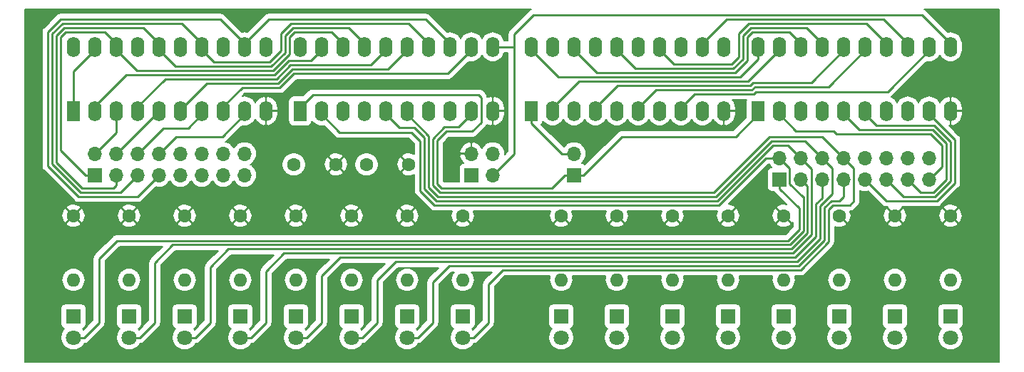
<source format=gbr>
G04 #@! TF.GenerationSoftware,KiCad,Pcbnew,(5.1.4)-1*
G04 #@! TF.CreationDate,2020-05-13T21:25:09+02:00*
G04 #@! TF.ProjectId,register_pcb,72656769-7374-4657-925f-7063622e6b69,rev?*
G04 #@! TF.SameCoordinates,Original*
G04 #@! TF.FileFunction,Copper,L2,Bot*
G04 #@! TF.FilePolarity,Positive*
%FSLAX46Y46*%
G04 Gerber Fmt 4.6, Leading zero omitted, Abs format (unit mm)*
G04 Created by KiCad (PCBNEW (5.1.4)-1) date 2020-05-13 21:25:09*
%MOMM*%
%LPD*%
G04 APERTURE LIST*
%ADD10C,1.600000*%
%ADD11O,1.700000X1.700000*%
%ADD12R,1.700000X1.700000*%
%ADD13R,1.600000X2.400000*%
%ADD14O,1.600000X2.400000*%
%ADD15O,1.600000X1.600000*%
%ADD16R,1.800000X1.800000*%
%ADD17C,1.800000*%
%ADD18C,0.250000*%
%ADD19C,0.200000*%
G04 APERTURE END LIST*
D10*
X122348000Y-69850000D03*
X117348000Y-69850000D03*
X113712000Y-69850000D03*
X108712000Y-69850000D03*
D11*
X102870000Y-68580000D03*
X102870000Y-71120000D03*
X100330000Y-68580000D03*
X100330000Y-71120000D03*
X97790000Y-68580000D03*
X97790000Y-71120000D03*
X95250000Y-68580000D03*
X95250000Y-71120000D03*
X92710000Y-68580000D03*
X92710000Y-71120000D03*
X90170000Y-68580000D03*
X90170000Y-71120000D03*
X87630000Y-68580000D03*
X87630000Y-71120000D03*
X85090000Y-68580000D03*
D12*
X85090000Y-71120000D03*
D11*
X132334000Y-68580000D03*
X132334000Y-71120000D03*
X129794000Y-68580000D03*
D12*
X129794000Y-71120000D03*
X166370000Y-71628000D03*
D11*
X166370000Y-69088000D03*
X168910000Y-71628000D03*
X168910000Y-69088000D03*
X171450000Y-71628000D03*
X171450000Y-69088000D03*
X173990000Y-71628000D03*
X173990000Y-69088000D03*
X176530000Y-71628000D03*
X176530000Y-69088000D03*
X179070000Y-71628000D03*
X179070000Y-69088000D03*
X181610000Y-71628000D03*
X181610000Y-69088000D03*
X184150000Y-71628000D03*
X184150000Y-69088000D03*
D12*
X141986000Y-71120000D03*
D11*
X141986000Y-68580000D03*
D13*
X136906000Y-63500000D03*
D14*
X159766000Y-55880000D03*
X139446000Y-63500000D03*
X157226000Y-55880000D03*
X141986000Y-63500000D03*
X154686000Y-55880000D03*
X144526000Y-63500000D03*
X152146000Y-55880000D03*
X147066000Y-63500000D03*
X149606000Y-55880000D03*
X149606000Y-63500000D03*
X147066000Y-55880000D03*
X152146000Y-63500000D03*
X144526000Y-55880000D03*
X154686000Y-63500000D03*
X141986000Y-55880000D03*
X157226000Y-63500000D03*
X139446000Y-55880000D03*
X159766000Y-63500000D03*
X136906000Y-55880000D03*
D13*
X109474000Y-63500000D03*
D14*
X132334000Y-55880000D03*
X112014000Y-63500000D03*
X129794000Y-55880000D03*
X114554000Y-63500000D03*
X127254000Y-55880000D03*
X117094000Y-63500000D03*
X124714000Y-55880000D03*
X119634000Y-63500000D03*
X122174000Y-55880000D03*
X122174000Y-63500000D03*
X119634000Y-55880000D03*
X124714000Y-63500000D03*
X117094000Y-55880000D03*
X127254000Y-63500000D03*
X114554000Y-55880000D03*
X129794000Y-63500000D03*
X112014000Y-55880000D03*
X132334000Y-63500000D03*
X109474000Y-55880000D03*
D13*
X163830000Y-63500000D03*
D14*
X186690000Y-55880000D03*
X166370000Y-63500000D03*
X184150000Y-55880000D03*
X168910000Y-63500000D03*
X181610000Y-55880000D03*
X171450000Y-63500000D03*
X179070000Y-55880000D03*
X173990000Y-63500000D03*
X176530000Y-55880000D03*
X176530000Y-63500000D03*
X173990000Y-55880000D03*
X179070000Y-63500000D03*
X171450000Y-55880000D03*
X181610000Y-63500000D03*
X168910000Y-55880000D03*
X184150000Y-63500000D03*
X166370000Y-55880000D03*
X186690000Y-63500000D03*
X163830000Y-55880000D03*
D13*
X82550000Y-63500000D03*
D14*
X105410000Y-55880000D03*
X85090000Y-63500000D03*
X102870000Y-55880000D03*
X87630000Y-63500000D03*
X100330000Y-55880000D03*
X90170000Y-63500000D03*
X97790000Y-55880000D03*
X92710000Y-63500000D03*
X95250000Y-55880000D03*
X95250000Y-63500000D03*
X92710000Y-55880000D03*
X97790000Y-63500000D03*
X90170000Y-55880000D03*
X100330000Y-63500000D03*
X87630000Y-55880000D03*
X102870000Y-63500000D03*
X85090000Y-55880000D03*
X105410000Y-63500000D03*
X82550000Y-55880000D03*
D15*
X186690000Y-83566000D03*
D10*
X186690000Y-75946000D03*
D15*
X180086000Y-83566000D03*
D10*
X180086000Y-75946000D03*
D15*
X173482000Y-83566000D03*
D10*
X173482000Y-75946000D03*
D15*
X166878000Y-83566000D03*
D10*
X166878000Y-75946000D03*
D15*
X160274000Y-83566000D03*
D10*
X160274000Y-75946000D03*
D15*
X153670000Y-83566000D03*
D10*
X153670000Y-75946000D03*
D15*
X147066000Y-83566000D03*
D10*
X147066000Y-75946000D03*
D15*
X140462000Y-83566000D03*
D10*
X140462000Y-75946000D03*
D15*
X128778000Y-83566000D03*
D10*
X128778000Y-75946000D03*
D15*
X122174000Y-83566000D03*
D10*
X122174000Y-75946000D03*
D15*
X115570000Y-83566000D03*
D10*
X115570000Y-75946000D03*
D15*
X108966000Y-83566000D03*
D10*
X108966000Y-75946000D03*
D15*
X102362000Y-83566000D03*
D10*
X102362000Y-75946000D03*
D15*
X95758000Y-83566000D03*
D10*
X95758000Y-75946000D03*
D15*
X89154000Y-83566000D03*
D10*
X89154000Y-75946000D03*
X82550000Y-75946000D03*
D15*
X82550000Y-83566000D03*
D16*
X186690000Y-87884000D03*
D17*
X186690000Y-90424000D03*
D16*
X180086000Y-87884000D03*
D17*
X180086000Y-90424000D03*
D16*
X173482000Y-87884000D03*
D17*
X173482000Y-90424000D03*
D16*
X166878000Y-87884000D03*
D17*
X166878000Y-90424000D03*
D16*
X160274000Y-87884000D03*
D17*
X160274000Y-90424000D03*
D16*
X153670000Y-87884000D03*
D17*
X153670000Y-90424000D03*
D16*
X147066000Y-87884000D03*
D17*
X147066000Y-90424000D03*
D16*
X140462000Y-87884000D03*
D17*
X140462000Y-90424000D03*
D16*
X128778000Y-87884000D03*
D17*
X128778000Y-90424000D03*
D16*
X122174000Y-87884000D03*
D17*
X122174000Y-90424000D03*
D16*
X115570000Y-87884000D03*
D17*
X115570000Y-90424000D03*
D16*
X108966000Y-87884000D03*
D17*
X108966000Y-90424000D03*
D16*
X102362000Y-87884000D03*
D17*
X102362000Y-90424000D03*
D16*
X95758000Y-87884000D03*
D17*
X95758000Y-90424000D03*
D16*
X89154000Y-87884000D03*
D17*
X89154000Y-90424000D03*
D16*
X82550000Y-87884000D03*
D17*
X82550000Y-90424000D03*
D18*
X161085409Y-58967949D02*
X144673949Y-58967949D01*
X168910000Y-55480000D02*
X167532000Y-54102000D01*
X163157360Y-54102000D02*
X162536030Y-54723330D01*
X162536030Y-57517328D02*
X161085409Y-58967949D01*
X167532000Y-54102000D02*
X163157360Y-54102000D01*
X144673949Y-58967949D02*
X141986000Y-56280000D01*
X141986000Y-56280000D02*
X141986000Y-55880000D01*
X162536030Y-54723330D02*
X162536030Y-57517328D01*
X168910000Y-55880000D02*
X168910000Y-55480000D01*
X149253940Y-58467940D02*
X147066000Y-56280000D01*
X147066000Y-56280000D02*
X147066000Y-55880000D01*
X162036019Y-54516219D02*
X162036019Y-57310217D01*
X171450000Y-55480000D02*
X169571990Y-53601990D01*
X169571990Y-53601990D02*
X162950248Y-53601990D01*
X162036019Y-57310217D02*
X160878296Y-58467940D01*
X160878296Y-58467940D02*
X149253940Y-58467940D01*
X171450000Y-55880000D02*
X171450000Y-55480000D01*
X162950248Y-53601990D02*
X162036019Y-54516219D01*
X179070000Y-55480000D02*
X176676000Y-53086000D01*
X161536008Y-57103106D02*
X160671185Y-57967929D01*
X161536008Y-54309108D02*
X161536008Y-57103106D01*
X160671185Y-57967929D02*
X153833929Y-57967929D01*
X179070000Y-55880000D02*
X179070000Y-55480000D01*
X153833929Y-57967929D02*
X152146000Y-56280000D01*
X152146000Y-56280000D02*
X152146000Y-55880000D01*
X162759116Y-53086000D02*
X161536008Y-54309108D01*
X176676000Y-53086000D02*
X162759116Y-53086000D01*
X157226000Y-55880000D02*
X157226000Y-55480000D01*
X157226000Y-55480000D02*
X160120010Y-52585990D01*
X160120010Y-52585990D02*
X178715990Y-52585990D01*
X181610000Y-55480000D02*
X181610000Y-55880000D01*
X178715990Y-52585990D02*
X181610000Y-55480000D01*
X102870000Y-63900000D02*
X102870000Y-63500000D01*
X100222000Y-66548000D02*
X102870000Y-63900000D01*
X94742000Y-66548000D02*
X100222000Y-66548000D01*
X92710000Y-68580000D02*
X94742000Y-66548000D01*
X100911000Y-53521000D02*
X102870000Y-55480000D01*
X100194960Y-52804960D02*
X100911000Y-53521000D01*
X79525970Y-54115670D02*
X79525970Y-70018210D01*
X81039670Y-52601970D02*
X79525970Y-54115670D01*
X99991970Y-52601970D02*
X81039670Y-52601970D01*
X100911000Y-53521000D02*
X99991970Y-52601970D01*
X90185984Y-73644016D02*
X92710000Y-71120000D01*
X83151776Y-73644016D02*
X90185984Y-73644016D01*
X79525970Y-70018210D02*
X83151776Y-73644016D01*
X127254000Y-55480000D02*
X127254000Y-55880000D01*
X105748030Y-52601970D02*
X124375970Y-52601970D01*
X102870000Y-55480000D02*
X105748030Y-52601970D01*
X102870000Y-55880000D02*
X102870000Y-55480000D01*
X124375970Y-52601970D02*
X127254000Y-55480000D01*
X97790000Y-63900000D02*
X97790000Y-63500000D01*
X96158000Y-65532000D02*
X97790000Y-63900000D01*
X93218000Y-65532000D02*
X96158000Y-65532000D01*
X90170000Y-68580000D02*
X93218000Y-65532000D01*
X97790000Y-55880000D02*
X97790000Y-55480000D01*
X95831000Y-53521000D02*
X95614970Y-53304970D01*
X97790000Y-55480000D02*
X95831000Y-53521000D01*
X109186780Y-53101980D02*
X110220020Y-53101980D01*
X122335980Y-53101980D02*
X110220020Y-53101980D01*
X124714000Y-55480000D02*
X122335980Y-53101980D01*
X124714000Y-55880000D02*
X124714000Y-55480000D01*
X95411980Y-53101980D02*
X95831000Y-53521000D01*
X81246780Y-53101980D02*
X95411980Y-53101980D01*
X80025980Y-54322780D02*
X81246780Y-53101980D01*
X80025980Y-69811100D02*
X80025980Y-54322780D01*
X88145992Y-73144008D02*
X90170000Y-71120000D01*
X83358888Y-73144008D02*
X88145992Y-73144008D01*
X80025980Y-69811100D02*
X83358888Y-73144008D01*
X108387139Y-53101979D02*
X109689102Y-53101980D01*
X109689102Y-53101980D02*
X110220020Y-53101980D01*
X105818334Y-57705934D02*
X107180009Y-56344259D01*
X99215934Y-57705934D02*
X105818334Y-57705934D01*
X107180011Y-54309106D02*
X108387139Y-53101979D01*
X97790000Y-56280000D02*
X99215934Y-57705934D01*
X97790000Y-55880000D02*
X97790000Y-56280000D01*
X107180009Y-56344259D02*
X107180011Y-54309106D01*
X92710000Y-63754000D02*
X92710000Y-63500000D01*
X87630000Y-68580000D02*
X92710000Y-63500000D01*
X92710000Y-55480000D02*
X92710000Y-55880000D01*
X81453890Y-53601990D02*
X90831990Y-53601990D01*
X90831990Y-53601990D02*
X91259000Y-54029000D01*
X91259000Y-54029000D02*
X92710000Y-55480000D01*
X91034980Y-53804980D02*
X91259000Y-54029000D01*
X109393890Y-53601990D02*
X109481990Y-53601990D01*
X115215990Y-53601990D02*
X109481990Y-53601990D01*
X117094000Y-55480000D02*
X115215990Y-53601990D01*
X117094000Y-55880000D02*
X117094000Y-55480000D01*
X80525990Y-54529890D02*
X80525990Y-69603990D01*
X81453890Y-53601990D02*
X80525990Y-54529890D01*
X87630000Y-72322081D02*
X87308081Y-72644000D01*
X87630000Y-71120000D02*
X87630000Y-72322081D01*
X83566000Y-72644000D02*
X80525990Y-69603990D01*
X87308081Y-72644000D02*
X83566000Y-72644000D01*
X92710000Y-55880000D02*
X92710000Y-56280000D01*
X92710000Y-56280000D02*
X94635945Y-58205945D01*
X94635945Y-58205945D02*
X106025445Y-58205945D01*
X107680020Y-54516218D02*
X108594250Y-53601990D01*
X108594250Y-53601990D02*
X109481990Y-53601990D01*
X106025445Y-58205945D02*
X107680019Y-56551371D01*
X107680019Y-56551371D02*
X107680020Y-54516218D01*
X85090000Y-68580000D02*
X87630000Y-66040000D01*
X87630000Y-66040000D02*
X87630000Y-63500000D01*
X87630000Y-55480000D02*
X86252000Y-54102000D01*
X87630000Y-55880000D02*
X87630000Y-55480000D01*
X86252000Y-54102000D02*
X81661000Y-54102000D01*
X81661000Y-54102000D02*
X81026000Y-54737000D01*
X108801360Y-54102000D02*
X109982000Y-54102000D01*
X109601000Y-54102000D02*
X109982000Y-54102000D01*
X108375680Y-54527680D02*
X108801360Y-54102000D01*
X108204000Y-54699360D02*
X108375680Y-54527680D01*
X113176000Y-54102000D02*
X109982000Y-54102000D01*
X114554000Y-55480000D02*
X113176000Y-54102000D01*
X114554000Y-55880000D02*
X114554000Y-55480000D01*
X81026000Y-68156000D02*
X81026000Y-54737000D01*
X83990000Y-71120000D02*
X81026000Y-68156000D01*
X85090000Y-71120000D02*
X83990000Y-71120000D01*
X90055956Y-58705956D02*
X106232556Y-58705956D01*
X108180030Y-56758482D02*
X108180030Y-54723330D01*
X108180030Y-54723330D02*
X108375680Y-54527680D01*
X106232556Y-58705956D02*
X108180030Y-56758482D01*
X87630000Y-56280000D02*
X90055956Y-58705956D01*
X87630000Y-55880000D02*
X87630000Y-56280000D01*
X161692042Y-59467958D02*
X140093958Y-59467958D01*
X140093958Y-59467958D02*
X136906000Y-56280000D01*
X163830000Y-55880000D02*
X163830000Y-57330000D01*
X163830000Y-57330000D02*
X161692042Y-59467958D01*
X136906000Y-56280000D02*
X136906000Y-55880000D01*
X139446000Y-63100000D02*
X139446000Y-63500000D01*
X162682031Y-59967969D02*
X142578031Y-59967969D01*
X166370000Y-56280000D02*
X162682031Y-59967969D01*
X142578031Y-59967969D02*
X139446000Y-63100000D01*
X166370000Y-55880000D02*
X166370000Y-56280000D01*
X184150000Y-71628000D02*
X185674000Y-70104000D01*
X173158020Y-66224020D02*
X172793000Y-65859000D01*
X168329000Y-65859000D02*
X166370000Y-63900000D01*
X166370000Y-63900000D02*
X166370000Y-63500000D01*
X172793000Y-65859000D02*
X168329000Y-65859000D01*
X185674000Y-67564000D02*
X184334020Y-66224020D01*
X184334020Y-66224020D02*
X173158020Y-66224020D01*
X185674000Y-70104000D02*
X185674000Y-67564000D01*
X144526000Y-63100000D02*
X144526000Y-63500000D01*
X173990000Y-56280000D02*
X170165952Y-60104048D01*
X173990000Y-55880000D02*
X173990000Y-56280000D01*
X170165952Y-60104048D02*
X163253073Y-60104049D01*
X162889144Y-60467978D02*
X147158022Y-60467978D01*
X163253073Y-60104049D02*
X162889144Y-60467978D01*
X147158022Y-60467978D02*
X144526000Y-63100000D01*
X181610000Y-71628000D02*
X183134000Y-73152000D01*
X186174010Y-67338250D02*
X184559770Y-65724010D01*
X184559770Y-65724010D02*
X175814010Y-65724010D01*
X173990000Y-63900000D02*
X173990000Y-63500000D01*
X175814010Y-65724010D02*
X173990000Y-63900000D01*
X184658000Y-73152000D02*
X186174010Y-71635990D01*
X186174010Y-71635990D02*
X186174010Y-67338250D01*
X183134000Y-73152000D02*
X184658000Y-73152000D01*
X151738011Y-60967989D02*
X149606000Y-63100000D01*
X163096255Y-60967989D02*
X151738011Y-60967989D01*
X172205942Y-60604058D02*
X163460185Y-60604059D01*
X176530000Y-55880000D02*
X176530000Y-56280000D01*
X176530000Y-56280000D02*
X172205942Y-60604058D01*
X149606000Y-63100000D02*
X149606000Y-63500000D01*
X163460185Y-60604059D02*
X163096255Y-60967989D01*
X179070000Y-71628000D02*
X181094010Y-73652010D01*
X176530000Y-63900000D02*
X176530000Y-63500000D01*
X186674020Y-67131140D02*
X184766880Y-65224000D01*
X177854000Y-65224000D02*
X176530000Y-63900000D01*
X184766880Y-65224000D02*
X177854000Y-65224000D01*
X186674020Y-71843100D02*
X186674020Y-67131140D01*
X184865110Y-73652010D02*
X186674020Y-71843100D01*
X181094010Y-73652010D02*
X184865110Y-73652010D01*
X156318000Y-61468000D02*
X154686000Y-63100000D01*
X163303366Y-61468000D02*
X156318000Y-61468000D01*
X179216000Y-61214000D02*
X163557366Y-61214000D01*
X184150000Y-56280000D02*
X179216000Y-61214000D01*
X154686000Y-63100000D02*
X154686000Y-63500000D01*
X184150000Y-55880000D02*
X184150000Y-56280000D01*
X163557366Y-61214000D02*
X163303366Y-61468000D01*
X176530000Y-71628000D02*
X179054020Y-74152020D01*
X184150000Y-63900000D02*
X184150000Y-63500000D01*
X187174030Y-66924030D02*
X184150000Y-63900000D01*
X187174030Y-72050210D02*
X187174030Y-66924030D01*
X185072220Y-74152020D02*
X187174030Y-72050210D01*
X179054020Y-74152020D02*
X185072220Y-74152020D01*
X129794000Y-63500000D02*
X129315715Y-63500000D01*
X130050792Y-90424000D02*
X131826000Y-88648792D01*
X128778000Y-90424000D02*
X130050792Y-90424000D01*
X172212000Y-79051400D02*
X172212000Y-75184000D01*
X172720000Y-74676000D02*
X174752000Y-74676000D01*
X172212000Y-75184000D02*
X172720000Y-74676000D01*
X175215001Y-70313001D02*
X173990000Y-69088000D01*
X175215001Y-74212999D02*
X175215001Y-70313001D01*
X174752000Y-74676000D02*
X175215001Y-74212999D01*
X168872401Y-82390999D02*
X172212000Y-79051400D01*
X133509001Y-82390999D02*
X131826000Y-84074000D01*
X168872401Y-82390999D02*
X133509001Y-82390999D01*
X131826000Y-88648792D02*
X131826000Y-84074000D01*
X128279500Y-65414500D02*
X129794000Y-63900000D01*
X126609500Y-65414500D02*
X128279500Y-65414500D01*
X125229992Y-66794008D02*
X126609500Y-65414500D01*
X173990000Y-69088000D02*
X171465980Y-66563980D01*
X171465980Y-66563980D02*
X165165182Y-66563980D01*
X165165182Y-66563980D02*
X158561182Y-73167980D01*
X129794000Y-63900000D02*
X129794000Y-63500000D01*
X158561182Y-73167980D02*
X126054863Y-73167979D01*
X126054863Y-73167979D02*
X125229992Y-72343108D01*
X125229992Y-72343108D02*
X125229992Y-66794008D01*
X123446792Y-90424000D02*
X125222000Y-88648792D01*
X122174000Y-90424000D02*
X123446792Y-90424000D01*
X171711990Y-78844290D02*
X171711990Y-74976890D01*
X173474010Y-74175990D02*
X173990000Y-73660000D01*
X173990000Y-73660000D02*
X173990000Y-71628000D01*
X172512890Y-74175990D02*
X173474010Y-74175990D01*
X171711990Y-74976890D02*
X172512890Y-74175990D01*
X171711990Y-78844290D02*
X168665291Y-81890989D01*
X127151011Y-81890989D02*
X125222000Y-83820000D01*
X168665291Y-81890989D02*
X127151011Y-81890989D01*
X125222000Y-88648792D02*
X125222000Y-83820000D01*
X129794000Y-56280000D02*
X129794000Y-55880000D01*
X100203000Y-63100000D02*
X102597000Y-60706000D01*
X100203000Y-63500000D02*
X100203000Y-63100000D01*
X102597000Y-60706000D02*
X107061000Y-60706000D01*
X107061000Y-60706000D02*
X108712000Y-59055000D01*
X108712000Y-59055000D02*
X127019000Y-59055000D01*
X127019000Y-59055000D02*
X129794000Y-56280000D01*
X116842792Y-90424000D02*
X118618000Y-88648792D01*
X115570000Y-90424000D02*
X116842792Y-90424000D01*
X171211980Y-78637180D02*
X171211980Y-74769780D01*
X171211980Y-74769780D02*
X172012880Y-73968880D01*
X172012880Y-73968880D02*
X172305778Y-73675982D01*
X171450000Y-69088000D02*
X172675001Y-70313001D01*
X172675001Y-70313001D02*
X172675001Y-73306759D01*
X172675001Y-73306759D02*
X172012880Y-73968880D01*
X169755580Y-80093580D02*
X171211980Y-78637180D01*
X169609130Y-80240030D02*
X169755580Y-80093580D01*
X120793021Y-81390979D02*
X118618000Y-83566000D01*
X168458181Y-81390979D02*
X120793021Y-81390979D01*
X169755580Y-80093580D02*
X168458181Y-81390979D01*
X118618000Y-88648792D02*
X118618000Y-83566000D01*
X122174000Y-63500000D02*
X122174000Y-63900000D01*
X124729981Y-66455981D02*
X124729981Y-72550219D01*
X124729981Y-72550219D02*
X125847751Y-73667989D01*
X170600001Y-68238001D02*
X171450000Y-69088000D01*
X169425990Y-67063990D02*
X170600001Y-68238001D01*
X158796889Y-73667989D02*
X165400889Y-67063989D01*
X122174000Y-63900000D02*
X124729981Y-66455981D01*
X125847751Y-73667989D02*
X158796889Y-73667989D01*
X165400889Y-67063989D02*
X169425990Y-67063990D01*
X110238792Y-90424000D02*
X112014000Y-88648792D01*
X108966000Y-90424000D02*
X110238792Y-90424000D01*
X170711970Y-78430070D02*
X170711970Y-74562670D01*
X170711970Y-74562670D02*
X171450000Y-73824640D01*
X171450000Y-73824640D02*
X171450000Y-71628000D01*
X168228151Y-80890969D02*
X114181031Y-80890969D01*
X169529020Y-79613020D02*
X169506100Y-79613020D01*
X114181031Y-80890969D02*
X112014000Y-83058000D01*
X169529020Y-79613020D02*
X170711970Y-78430070D01*
X169506100Y-79613020D02*
X168228151Y-80890969D01*
X112014000Y-88648792D02*
X112014000Y-83058000D01*
X122174000Y-56280000D02*
X122174000Y-55880000D01*
X119907000Y-58547000D02*
X122174000Y-56280000D01*
X108512878Y-58547000D02*
X119907000Y-58547000D01*
X106853889Y-60205989D02*
X108512878Y-58547000D01*
X95123000Y-63500000D02*
X98417011Y-60205989D01*
X98417011Y-60205989D02*
X106853889Y-60205989D01*
X103634792Y-90424000D02*
X102362000Y-90424000D01*
X105410000Y-88648792D02*
X103634792Y-90424000D01*
X168910000Y-69088000D02*
X170211960Y-70389960D01*
X170211960Y-70389960D02*
X170211960Y-78200040D01*
X170211960Y-78200040D02*
X168021041Y-80390959D01*
X168021041Y-80390959D02*
X107569041Y-80390959D01*
X107569041Y-80390959D02*
X105410000Y-82550000D01*
X105410000Y-82550000D02*
X105410000Y-88648792D01*
X123044880Y-65478000D02*
X124229970Y-66663090D01*
X159003999Y-74167999D02*
X165608000Y-67564000D01*
X168060001Y-68238001D02*
X168910000Y-69088000D01*
X121212000Y-65478000D02*
X123044880Y-65478000D01*
X119634000Y-63900000D02*
X121212000Y-65478000D01*
X119634000Y-63500000D02*
X119634000Y-63900000D01*
X124229970Y-66663090D02*
X124229970Y-72757328D01*
X167386000Y-67564000D02*
X168060001Y-68238001D01*
X165608000Y-67564000D02*
X167386000Y-67564000D01*
X124229970Y-72757328D02*
X125640641Y-74167999D01*
X125640641Y-74167999D02*
X159003999Y-74167999D01*
X98806000Y-88648792D02*
X98806000Y-87122000D01*
X97030792Y-90424000D02*
X98806000Y-88648792D01*
X95758000Y-90424000D02*
X97030792Y-90424000D01*
X98806000Y-87122000D02*
X98806000Y-87376000D01*
X98806000Y-82042000D02*
X98806000Y-87122000D01*
X100957051Y-79890949D02*
X98806000Y-82042000D01*
X167813931Y-79890949D02*
X100957051Y-79890949D01*
X169711950Y-77992930D02*
X167813931Y-79890949D01*
X169711950Y-72429950D02*
X169711950Y-77992930D01*
X168910000Y-71628000D02*
X169711950Y-72429950D01*
X119634000Y-56280000D02*
X119634000Y-55880000D01*
X90043000Y-63100000D02*
X93437022Y-59705978D01*
X90043000Y-63500000D02*
X90043000Y-63100000D01*
X93437022Y-59705978D02*
X106646778Y-59705978D01*
X106646778Y-59705978D02*
X108313756Y-58039000D01*
X108313756Y-58039000D02*
X117875000Y-58039000D01*
X117875000Y-58039000D02*
X119634000Y-56280000D01*
X92202000Y-81534000D02*
X92202000Y-88648792D01*
X94345061Y-79390939D02*
X92202000Y-81534000D01*
X167606821Y-79390939D02*
X94345061Y-79390939D01*
X92202000Y-88648792D02*
X90426792Y-90424000D01*
X166370000Y-69088000D02*
X167595001Y-70313001D01*
X167595001Y-70313001D02*
X167595001Y-72126003D01*
X90426792Y-90424000D02*
X89154000Y-90424000D01*
X167595001Y-72126003D02*
X169128998Y-73660000D01*
X169128998Y-73660000D02*
X169211940Y-73660000D01*
X169211940Y-73660000D02*
X169211940Y-77785820D01*
X169211940Y-77785820D02*
X167606821Y-79390939D01*
X164791120Y-69088000D02*
X166370000Y-69088000D01*
X159211110Y-74668010D02*
X164791120Y-69088000D01*
X125433530Y-74668010D02*
X159211110Y-74668010D01*
X123729960Y-72964440D02*
X125433530Y-74668010D01*
X114154000Y-66040000D02*
X122682000Y-66040000D01*
X122682000Y-66040000D02*
X123729960Y-67087960D01*
X112014000Y-63500000D02*
X112014000Y-63900000D01*
X112014000Y-63900000D02*
X114154000Y-66040000D01*
X123729960Y-67087960D02*
X123729960Y-72964440D01*
X85598000Y-88648792D02*
X85598000Y-87122000D01*
X83822792Y-90424000D02*
X85598000Y-88648792D01*
X82550000Y-90424000D02*
X83822792Y-90424000D01*
X85598000Y-87122000D02*
X85598000Y-87376000D01*
X85598000Y-81026000D02*
X85598000Y-87122000D01*
X166370000Y-71628000D02*
X166370000Y-72728000D01*
X166370000Y-72728000D02*
X168711930Y-75069930D01*
X168711930Y-75069930D02*
X168711930Y-77578710D01*
X168711930Y-77578710D02*
X167399711Y-78890929D01*
X167399711Y-78890929D02*
X87733071Y-78890929D01*
X87733071Y-78890929D02*
X85598000Y-81026000D01*
X112014000Y-56280000D02*
X112014000Y-55880000D01*
X84963000Y-63100000D02*
X88857033Y-59205967D01*
X84963000Y-63500000D02*
X84963000Y-63100000D01*
X88857033Y-59205967D02*
X106439667Y-59205967D01*
X106439667Y-59205967D02*
X108114634Y-57531000D01*
X108114634Y-57531000D02*
X110763000Y-57531000D01*
X110763000Y-57531000D02*
X112014000Y-56280000D01*
X137178020Y-52085980D02*
X136923000Y-52341000D01*
X183295980Y-52085980D02*
X137178020Y-52085980D01*
X186690000Y-55480000D02*
X183295980Y-52085980D01*
X186690000Y-55880000D02*
X186690000Y-55480000D01*
X137162040Y-52101960D02*
X136923000Y-52341000D01*
X135272000Y-53992000D02*
X136923000Y-52341000D01*
X132334000Y-55880000D02*
X134874000Y-55880000D01*
X134874000Y-55880000D02*
X134874000Y-54390000D01*
X134874000Y-54390000D02*
X135272000Y-53992000D01*
X134874000Y-68580000D02*
X132334000Y-71120000D01*
X134874000Y-55880000D02*
X134874000Y-68580000D01*
X163830000Y-63900000D02*
X163830000Y-63500000D01*
X161182000Y-66548000D02*
X163830000Y-63900000D01*
X147658000Y-66548000D02*
X152654000Y-66548000D01*
X143086000Y-71120000D02*
X147658000Y-66548000D01*
X141986000Y-71120000D02*
X143086000Y-71120000D01*
X150749000Y-66548000D02*
X152654000Y-66548000D01*
X152654000Y-66548000D02*
X161182000Y-66548000D01*
X109474000Y-63100000D02*
X109474000Y-63500000D01*
X110979000Y-61595000D02*
X109474000Y-63100000D01*
X140886000Y-71120000D02*
X139338031Y-72667969D01*
X141986000Y-71120000D02*
X140886000Y-71120000D01*
X130969010Y-64864990D02*
X130969010Y-61881010D01*
X139338031Y-72667969D02*
X126261975Y-72667969D01*
X130969010Y-61881010D02*
X130683000Y-61595000D01*
X126261975Y-72667969D02*
X125730003Y-72135997D01*
X129919490Y-65914510D02*
X130969010Y-64864990D01*
X126816610Y-65914510D02*
X129919490Y-65914510D01*
X125730003Y-72135997D02*
X125730003Y-67001117D01*
X130683000Y-61595000D02*
X110979000Y-61595000D01*
X125730003Y-67001117D02*
X126816610Y-65914510D01*
X85090000Y-56280000D02*
X82550000Y-58820000D01*
X85090000Y-55880000D02*
X85090000Y-56280000D01*
X82550000Y-58820000D02*
X82550000Y-63500000D01*
X136906000Y-63900000D02*
X136906000Y-63500000D01*
X140783919Y-68580000D02*
X141986000Y-68580000D01*
X140536000Y-68580000D02*
X140783919Y-68580000D01*
X136906000Y-64950000D02*
X140536000Y-68580000D01*
X136906000Y-63500000D02*
X136906000Y-64950000D01*
D19*
G36*
X136773283Y-51480249D02*
G01*
X136662888Y-51570848D01*
X136640188Y-51598508D01*
X136435531Y-51803165D01*
X136435525Y-51803170D01*
X134784526Y-53454170D01*
X134386524Y-53852172D01*
X134358869Y-53874868D01*
X134336173Y-53902523D01*
X134336170Y-53902526D01*
X134268269Y-53985264D01*
X134200947Y-54111213D01*
X134175819Y-54194052D01*
X134159492Y-54247875D01*
X134150359Y-54340601D01*
X134145494Y-54390000D01*
X134149001Y-54425607D01*
X134149000Y-55155000D01*
X133698408Y-55155000D01*
X133633690Y-54941651D01*
X133503690Y-54698438D01*
X133328738Y-54485261D01*
X133115561Y-54310310D01*
X132872348Y-54180310D01*
X132608447Y-54100257D01*
X132334000Y-54073226D01*
X132059552Y-54100257D01*
X131795651Y-54180310D01*
X131552438Y-54310310D01*
X131339261Y-54485262D01*
X131164310Y-54698439D01*
X131064000Y-54886105D01*
X130963690Y-54698438D01*
X130788738Y-54485261D01*
X130575561Y-54310310D01*
X130332348Y-54180310D01*
X130068447Y-54100257D01*
X129794000Y-54073226D01*
X129519552Y-54100257D01*
X129255651Y-54180310D01*
X129012438Y-54310310D01*
X128799261Y-54485262D01*
X128624310Y-54698439D01*
X128524000Y-54886105D01*
X128423690Y-54698438D01*
X128248738Y-54485261D01*
X128035561Y-54310310D01*
X127792348Y-54180310D01*
X127528447Y-54100257D01*
X127254000Y-54073226D01*
X126979552Y-54100257D01*
X126918179Y-54118874D01*
X124913802Y-52114498D01*
X124891102Y-52086838D01*
X124780707Y-51996239D01*
X124654758Y-51928917D01*
X124518095Y-51887461D01*
X124411577Y-51876970D01*
X124411567Y-51876970D01*
X124375970Y-51873464D01*
X124340373Y-51876970D01*
X105783626Y-51876970D01*
X105748029Y-51873464D01*
X105712432Y-51876970D01*
X105712423Y-51876970D01*
X105605905Y-51887461D01*
X105469242Y-51928917D01*
X105343293Y-51996239D01*
X105260555Y-52064140D01*
X105260553Y-52064142D01*
X105232898Y-52086838D01*
X105210202Y-52114493D01*
X103205821Y-54118875D01*
X103144447Y-54100257D01*
X102870000Y-54073226D01*
X102595552Y-54100257D01*
X102534179Y-54118874D01*
X101448834Y-53033530D01*
X101448830Y-53033525D01*
X100529802Y-52114498D01*
X100507102Y-52086838D01*
X100396707Y-51996239D01*
X100270758Y-51928917D01*
X100134095Y-51887461D01*
X100027577Y-51876970D01*
X100027567Y-51876970D01*
X99991970Y-51873464D01*
X99956373Y-51876970D01*
X81075266Y-51876970D01*
X81039669Y-51873464D01*
X81004072Y-51876970D01*
X81004063Y-51876970D01*
X80897545Y-51887461D01*
X80760882Y-51928917D01*
X80634933Y-51996239D01*
X80552195Y-52064140D01*
X80552193Y-52064142D01*
X80524538Y-52086838D01*
X80501842Y-52114493D01*
X79038494Y-53577842D01*
X79010838Y-53600539D01*
X78988142Y-53628194D01*
X78988140Y-53628196D01*
X78926442Y-53703376D01*
X78920239Y-53710934D01*
X78852917Y-53836883D01*
X78811461Y-53973546D01*
X78800970Y-54080064D01*
X78800970Y-54080073D01*
X78797464Y-54115670D01*
X78800970Y-54151267D01*
X78800971Y-69982603D01*
X78797464Y-70018210D01*
X78800971Y-70053817D01*
X78810679Y-70152379D01*
X78811462Y-70160334D01*
X78852917Y-70296997D01*
X78920239Y-70422946D01*
X78988140Y-70505684D01*
X78988143Y-70505687D01*
X79010839Y-70533342D01*
X79038493Y-70556037D01*
X82613948Y-74131493D01*
X82636644Y-74159148D01*
X82664299Y-74181844D01*
X82664301Y-74181846D01*
X82722217Y-74229376D01*
X82747039Y-74249747D01*
X82872988Y-74317069D01*
X83009651Y-74358525D01*
X83116169Y-74369016D01*
X83116178Y-74369016D01*
X83151775Y-74372522D01*
X83187372Y-74369016D01*
X90150387Y-74369016D01*
X90185984Y-74372522D01*
X90221581Y-74369016D01*
X90221591Y-74369016D01*
X90328109Y-74358525D01*
X90464772Y-74317069D01*
X90590721Y-74249747D01*
X90701116Y-74159148D01*
X90723816Y-74131488D01*
X92334090Y-72521214D01*
X92425750Y-72549019D01*
X92638775Y-72570000D01*
X92781225Y-72570000D01*
X92994250Y-72549019D01*
X93267576Y-72466106D01*
X93519474Y-72331464D01*
X93740265Y-72150265D01*
X93921464Y-71929474D01*
X93980000Y-71819961D01*
X94038536Y-71929474D01*
X94219735Y-72150265D01*
X94440526Y-72331464D01*
X94692424Y-72466106D01*
X94965750Y-72549019D01*
X95178775Y-72570000D01*
X95321225Y-72570000D01*
X95534250Y-72549019D01*
X95807576Y-72466106D01*
X96059474Y-72331464D01*
X96280265Y-72150265D01*
X96461464Y-71929474D01*
X96520000Y-71819961D01*
X96578536Y-71929474D01*
X96759735Y-72150265D01*
X96980526Y-72331464D01*
X97232424Y-72466106D01*
X97505750Y-72549019D01*
X97718775Y-72570000D01*
X97861225Y-72570000D01*
X98074250Y-72549019D01*
X98347576Y-72466106D01*
X98599474Y-72331464D01*
X98820265Y-72150265D01*
X99001464Y-71929474D01*
X99060000Y-71819961D01*
X99118536Y-71929474D01*
X99299735Y-72150265D01*
X99520526Y-72331464D01*
X99772424Y-72466106D01*
X100045750Y-72549019D01*
X100258775Y-72570000D01*
X100401225Y-72570000D01*
X100614250Y-72549019D01*
X100887576Y-72466106D01*
X101139474Y-72331464D01*
X101360265Y-72150265D01*
X101541464Y-71929474D01*
X101600000Y-71819961D01*
X101658536Y-71929474D01*
X101839735Y-72150265D01*
X102060526Y-72331464D01*
X102312424Y-72466106D01*
X102585750Y-72549019D01*
X102798775Y-72570000D01*
X102941225Y-72570000D01*
X103154250Y-72549019D01*
X103427576Y-72466106D01*
X103679474Y-72331464D01*
X103900265Y-72150265D01*
X104081464Y-71929474D01*
X104216106Y-71677576D01*
X104299019Y-71404250D01*
X104327015Y-71120000D01*
X104299019Y-70835750D01*
X104216106Y-70562424D01*
X104081464Y-70310526D01*
X103900265Y-70089735D01*
X103679474Y-69908536D01*
X103569961Y-69850000D01*
X103679474Y-69791464D01*
X103776164Y-69712112D01*
X107312000Y-69712112D01*
X107312000Y-69987888D01*
X107365801Y-70258365D01*
X107471336Y-70513149D01*
X107624549Y-70742448D01*
X107819552Y-70937451D01*
X108048851Y-71090664D01*
X108303635Y-71196199D01*
X108574112Y-71250000D01*
X108849888Y-71250000D01*
X109120365Y-71196199D01*
X109375149Y-71090664D01*
X109604448Y-70937451D01*
X109785724Y-70756175D01*
X112841180Y-70756175D01*
X112905475Y-71002619D01*
X113145837Y-71137817D01*
X113407956Y-71223525D01*
X113681759Y-71256449D01*
X113956725Y-71235324D01*
X114222286Y-71160962D01*
X114468237Y-71036220D01*
X114518525Y-71002619D01*
X114582820Y-70756175D01*
X113712000Y-69885355D01*
X112841180Y-70756175D01*
X109785724Y-70756175D01*
X109799451Y-70742448D01*
X109952664Y-70513149D01*
X110058199Y-70258365D01*
X110112000Y-69987888D01*
X110112000Y-69819759D01*
X112305551Y-69819759D01*
X112326676Y-70094725D01*
X112401038Y-70360286D01*
X112525780Y-70606237D01*
X112559381Y-70656525D01*
X112805825Y-70720820D01*
X113676645Y-69850000D01*
X113747355Y-69850000D01*
X114618175Y-70720820D01*
X114864619Y-70656525D01*
X114999817Y-70416163D01*
X115085525Y-70154044D01*
X115118449Y-69880241D01*
X115105533Y-69712112D01*
X115948000Y-69712112D01*
X115948000Y-69987888D01*
X116001801Y-70258365D01*
X116107336Y-70513149D01*
X116260549Y-70742448D01*
X116455552Y-70937451D01*
X116684851Y-71090664D01*
X116939635Y-71196199D01*
X117210112Y-71250000D01*
X117485888Y-71250000D01*
X117756365Y-71196199D01*
X118011149Y-71090664D01*
X118240448Y-70937451D01*
X118435451Y-70742448D01*
X118588664Y-70513149D01*
X118694199Y-70258365D01*
X118748000Y-69987888D01*
X118748000Y-69819759D01*
X120941551Y-69819759D01*
X120962676Y-70094725D01*
X121037038Y-70360286D01*
X121161780Y-70606237D01*
X121195381Y-70656525D01*
X121441825Y-70720820D01*
X122312645Y-69850000D01*
X121441825Y-68979180D01*
X121195381Y-69043475D01*
X121060183Y-69283837D01*
X120974475Y-69545956D01*
X120941551Y-69819759D01*
X118748000Y-69819759D01*
X118748000Y-69712112D01*
X118694199Y-69441635D01*
X118588664Y-69186851D01*
X118435451Y-68957552D01*
X118240448Y-68762549D01*
X118011149Y-68609336D01*
X117756365Y-68503801D01*
X117485888Y-68450000D01*
X117210112Y-68450000D01*
X116939635Y-68503801D01*
X116684851Y-68609336D01*
X116455552Y-68762549D01*
X116260549Y-68957552D01*
X116107336Y-69186851D01*
X116001801Y-69441635D01*
X115948000Y-69712112D01*
X115105533Y-69712112D01*
X115097324Y-69605275D01*
X115022962Y-69339714D01*
X114898220Y-69093763D01*
X114864619Y-69043475D01*
X114618175Y-68979180D01*
X113747355Y-69850000D01*
X113676645Y-69850000D01*
X112805825Y-68979180D01*
X112559381Y-69043475D01*
X112424183Y-69283837D01*
X112338475Y-69545956D01*
X112305551Y-69819759D01*
X110112000Y-69819759D01*
X110112000Y-69712112D01*
X110058199Y-69441635D01*
X109952664Y-69186851D01*
X109799451Y-68957552D01*
X109785724Y-68943825D01*
X112841180Y-68943825D01*
X113712000Y-69814645D01*
X114582820Y-68943825D01*
X114518525Y-68697381D01*
X114278163Y-68562183D01*
X114016044Y-68476475D01*
X113742241Y-68443551D01*
X113467275Y-68464676D01*
X113201714Y-68539038D01*
X112955763Y-68663780D01*
X112905475Y-68697381D01*
X112841180Y-68943825D01*
X109785724Y-68943825D01*
X109604448Y-68762549D01*
X109375149Y-68609336D01*
X109120365Y-68503801D01*
X108849888Y-68450000D01*
X108574112Y-68450000D01*
X108303635Y-68503801D01*
X108048851Y-68609336D01*
X107819552Y-68762549D01*
X107624549Y-68957552D01*
X107471336Y-69186851D01*
X107365801Y-69441635D01*
X107312000Y-69712112D01*
X103776164Y-69712112D01*
X103900265Y-69610265D01*
X104081464Y-69389474D01*
X104216106Y-69137576D01*
X104299019Y-68864250D01*
X104327015Y-68580000D01*
X104299019Y-68295750D01*
X104216106Y-68022424D01*
X104081464Y-67770526D01*
X103900265Y-67549735D01*
X103679474Y-67368536D01*
X103427576Y-67233894D01*
X103154250Y-67150981D01*
X102941225Y-67130000D01*
X102798775Y-67130000D01*
X102585750Y-67150981D01*
X102312424Y-67233894D01*
X102060526Y-67368536D01*
X101839735Y-67549735D01*
X101658536Y-67770526D01*
X101600000Y-67880039D01*
X101541464Y-67770526D01*
X101360265Y-67549735D01*
X101139474Y-67368536D01*
X100887576Y-67233894D01*
X100625498Y-67154393D01*
X100626737Y-67153731D01*
X100737132Y-67063132D01*
X100759832Y-67035472D01*
X102534179Y-65261126D01*
X102595553Y-65279743D01*
X102870000Y-65306774D01*
X103144448Y-65279743D01*
X103408349Y-65199690D01*
X103651562Y-65069690D01*
X103864739Y-64894739D01*
X104039690Y-64681562D01*
X104142779Y-64488696D01*
X104259832Y-64698585D01*
X104437728Y-64907627D01*
X104652988Y-65077947D01*
X104897340Y-65202999D01*
X105161393Y-65277977D01*
X105166334Y-65278633D01*
X105385000Y-65149750D01*
X105385000Y-63525000D01*
X105435000Y-63525000D01*
X105435000Y-65149750D01*
X105653666Y-65278633D01*
X105658607Y-65277977D01*
X105922660Y-65202999D01*
X106167012Y-65077947D01*
X106382272Y-64907627D01*
X106560168Y-64698585D01*
X106693864Y-64458854D01*
X106778222Y-64197646D01*
X106810000Y-63925000D01*
X106810000Y-63525000D01*
X105435000Y-63525000D01*
X105385000Y-63525000D01*
X105365000Y-63525000D01*
X105365000Y-63475000D01*
X105385000Y-63475000D01*
X105385000Y-61850250D01*
X105435000Y-61850250D01*
X105435000Y-63475000D01*
X106810000Y-63475000D01*
X106810000Y-63075000D01*
X106778222Y-62802354D01*
X106693864Y-62541146D01*
X106560168Y-62301415D01*
X106382272Y-62092373D01*
X106167012Y-61922053D01*
X105922660Y-61797001D01*
X105658607Y-61722023D01*
X105653666Y-61721367D01*
X105435000Y-61850250D01*
X105385000Y-61850250D01*
X105166334Y-61721367D01*
X105161393Y-61722023D01*
X104897340Y-61797001D01*
X104652988Y-61922053D01*
X104437728Y-62092373D01*
X104259832Y-62301415D01*
X104142779Y-62511304D01*
X104039690Y-62318438D01*
X103864738Y-62105261D01*
X103651561Y-61930310D01*
X103408348Y-61800310D01*
X103144447Y-61720257D01*
X102870000Y-61693226D01*
X102609413Y-61718892D01*
X102897305Y-61431000D01*
X107025403Y-61431000D01*
X107061000Y-61434506D01*
X107096597Y-61431000D01*
X107096607Y-61431000D01*
X107203125Y-61420509D01*
X107339788Y-61379053D01*
X107465737Y-61311731D01*
X107576132Y-61221132D01*
X107598832Y-61193472D01*
X109012305Y-59780000D01*
X126983403Y-59780000D01*
X127019000Y-59783506D01*
X127054597Y-59780000D01*
X127054607Y-59780000D01*
X127161125Y-59769509D01*
X127297788Y-59728053D01*
X127423737Y-59660731D01*
X127534132Y-59570132D01*
X127556832Y-59542472D01*
X129458179Y-57641126D01*
X129519553Y-57659743D01*
X129794000Y-57686774D01*
X130068448Y-57659743D01*
X130332349Y-57579690D01*
X130575562Y-57449690D01*
X130788739Y-57274739D01*
X130963690Y-57061562D01*
X131064000Y-56873895D01*
X131164310Y-57061562D01*
X131339262Y-57274739D01*
X131552439Y-57449690D01*
X131795652Y-57579690D01*
X132059553Y-57659743D01*
X132334000Y-57686774D01*
X132608448Y-57659743D01*
X132872349Y-57579690D01*
X133115562Y-57449690D01*
X133328739Y-57274739D01*
X133503690Y-57061562D01*
X133633690Y-56818349D01*
X133698408Y-56605000D01*
X134149000Y-56605000D01*
X134149001Y-68279694D01*
X133784713Y-68643982D01*
X133791015Y-68580000D01*
X133763019Y-68295750D01*
X133680106Y-68022424D01*
X133545464Y-67770526D01*
X133364265Y-67549735D01*
X133143474Y-67368536D01*
X132891576Y-67233894D01*
X132618250Y-67150981D01*
X132405225Y-67130000D01*
X132262775Y-67130000D01*
X132049750Y-67150981D01*
X131776424Y-67233894D01*
X131524526Y-67368536D01*
X131303735Y-67549735D01*
X131122536Y-67770526D01*
X131060421Y-67886735D01*
X131017082Y-67801172D01*
X130841639Y-67577526D01*
X130625936Y-67392404D01*
X130378262Y-67252921D01*
X130108135Y-67164437D01*
X130045488Y-67151976D01*
X129819000Y-67280240D01*
X129819000Y-68555000D01*
X129839000Y-68555000D01*
X129839000Y-68605000D01*
X129819000Y-68605000D01*
X129819000Y-68625000D01*
X129769000Y-68625000D01*
X129769000Y-68605000D01*
X128494215Y-68605000D01*
X128365975Y-68831489D01*
X128442477Y-69105251D01*
X128570918Y-69358828D01*
X128746361Y-69582474D01*
X128855159Y-69675847D01*
X128826379Y-69678682D01*
X128713279Y-69712990D01*
X128609045Y-69768704D01*
X128517683Y-69843683D01*
X128442704Y-69935045D01*
X128386990Y-70039279D01*
X128352682Y-70152379D01*
X128341097Y-70270000D01*
X128341097Y-71942969D01*
X126562280Y-71942969D01*
X126455003Y-71835693D01*
X126455003Y-68328511D01*
X128365975Y-68328511D01*
X128494215Y-68555000D01*
X129769000Y-68555000D01*
X129769000Y-67280240D01*
X129542512Y-67151976D01*
X129479865Y-67164437D01*
X129209738Y-67252921D01*
X128962064Y-67392404D01*
X128746361Y-67577526D01*
X128570918Y-67801172D01*
X128442477Y-68054749D01*
X128365975Y-68328511D01*
X126455003Y-68328511D01*
X126455003Y-67301421D01*
X127116915Y-66639510D01*
X129883893Y-66639510D01*
X129919490Y-66643016D01*
X129955087Y-66639510D01*
X129955097Y-66639510D01*
X130061615Y-66629019D01*
X130198278Y-66587563D01*
X130324227Y-66520241D01*
X130434622Y-66429642D01*
X130457322Y-66401982D01*
X131456492Y-65402813D01*
X131484141Y-65380122D01*
X131506833Y-65352472D01*
X131506840Y-65352465D01*
X131574741Y-65269727D01*
X131583568Y-65253213D01*
X131642063Y-65143778D01*
X131650604Y-65115622D01*
X131821340Y-65202999D01*
X132085393Y-65277977D01*
X132090334Y-65278633D01*
X132309000Y-65149750D01*
X132309000Y-63525000D01*
X132359000Y-63525000D01*
X132359000Y-65149750D01*
X132577666Y-65278633D01*
X132582607Y-65277977D01*
X132846660Y-65202999D01*
X133091012Y-65077947D01*
X133306272Y-64907627D01*
X133484168Y-64698585D01*
X133617864Y-64458854D01*
X133702222Y-64197646D01*
X133734000Y-63925000D01*
X133734000Y-63525000D01*
X132359000Y-63525000D01*
X132309000Y-63525000D01*
X132289000Y-63525000D01*
X132289000Y-63475000D01*
X132309000Y-63475000D01*
X132309000Y-61850250D01*
X132359000Y-61850250D01*
X132359000Y-63475000D01*
X133734000Y-63475000D01*
X133734000Y-63075000D01*
X133702222Y-62802354D01*
X133617864Y-62541146D01*
X133484168Y-62301415D01*
X133306272Y-62092373D01*
X133091012Y-61922053D01*
X132846660Y-61797001D01*
X132582607Y-61722023D01*
X132577666Y-61721367D01*
X132359000Y-61850250D01*
X132309000Y-61850250D01*
X132090334Y-61721367D01*
X132085393Y-61722023D01*
X131821340Y-61797001D01*
X131695581Y-61861361D01*
X131694010Y-61845412D01*
X131694010Y-61845403D01*
X131683519Y-61738885D01*
X131642063Y-61602222D01*
X131574741Y-61476273D01*
X131484142Y-61365878D01*
X131456482Y-61343178D01*
X131220832Y-61107528D01*
X131198132Y-61079868D01*
X131087737Y-60989269D01*
X130961788Y-60921947D01*
X130825125Y-60880491D01*
X130718607Y-60870000D01*
X130718597Y-60870000D01*
X130683000Y-60866494D01*
X130647403Y-60870000D01*
X111014596Y-60870000D01*
X110978999Y-60866494D01*
X110943402Y-60870000D01*
X110943393Y-60870000D01*
X110836875Y-60880491D01*
X110700212Y-60921947D01*
X110614075Y-60967989D01*
X110574263Y-60989269D01*
X110491525Y-61057170D01*
X110491523Y-61057172D01*
X110463868Y-61079868D01*
X110441172Y-61107523D01*
X109851598Y-61697097D01*
X108674000Y-61697097D01*
X108556379Y-61708682D01*
X108443279Y-61742990D01*
X108339045Y-61798704D01*
X108247683Y-61873683D01*
X108172704Y-61965045D01*
X108116990Y-62069279D01*
X108082682Y-62182379D01*
X108071097Y-62300000D01*
X108071097Y-64700000D01*
X108082682Y-64817621D01*
X108116990Y-64930721D01*
X108172704Y-65034955D01*
X108247683Y-65126317D01*
X108339045Y-65201296D01*
X108443279Y-65257010D01*
X108556379Y-65291318D01*
X108674000Y-65302903D01*
X110274000Y-65302903D01*
X110391621Y-65291318D01*
X110504721Y-65257010D01*
X110608955Y-65201296D01*
X110700317Y-65126317D01*
X110775296Y-65034955D01*
X110831010Y-64930721D01*
X110865318Y-64817621D01*
X110875032Y-64718996D01*
X111019262Y-64894739D01*
X111232439Y-65069690D01*
X111475652Y-65199690D01*
X111739553Y-65279743D01*
X112014000Y-65306774D01*
X112288448Y-65279743D01*
X112349821Y-65261126D01*
X113616170Y-66527475D01*
X113638868Y-66555132D01*
X113666523Y-66577828D01*
X113666525Y-66577830D01*
X113713045Y-66616008D01*
X113749263Y-66645731D01*
X113875212Y-66713053D01*
X114011875Y-66754509D01*
X114118393Y-66765000D01*
X114118402Y-66765000D01*
X114153999Y-66768506D01*
X114189596Y-66765000D01*
X122381696Y-66765000D01*
X123004960Y-67388265D01*
X123004960Y-68613254D01*
X122914163Y-68562183D01*
X122652044Y-68476475D01*
X122378241Y-68443551D01*
X122103275Y-68464676D01*
X121837714Y-68539038D01*
X121591763Y-68663780D01*
X121541475Y-68697381D01*
X121477180Y-68943825D01*
X122348000Y-69814645D01*
X122362143Y-69800503D01*
X122397498Y-69835858D01*
X122383355Y-69850000D01*
X122397498Y-69864143D01*
X122362143Y-69899498D01*
X122348000Y-69885355D01*
X121477180Y-70756175D01*
X121541475Y-71002619D01*
X121781837Y-71137817D01*
X122043956Y-71223525D01*
X122317759Y-71256449D01*
X122592725Y-71235324D01*
X122858286Y-71160962D01*
X123004961Y-71086571D01*
X123004961Y-72928833D01*
X123001454Y-72964440D01*
X123004961Y-73000047D01*
X123009757Y-73048737D01*
X123015452Y-73106564D01*
X123056907Y-73243227D01*
X123124229Y-73369176D01*
X123192130Y-73451914D01*
X123192133Y-73451917D01*
X123214829Y-73479572D01*
X123242483Y-73502267D01*
X124895702Y-75155487D01*
X124918398Y-75183142D01*
X124946053Y-75205838D01*
X124946055Y-75205840D01*
X124953627Y-75212054D01*
X125028793Y-75273741D01*
X125154742Y-75341063D01*
X125291405Y-75382519D01*
X125397923Y-75393010D01*
X125397933Y-75393010D01*
X125433530Y-75396516D01*
X125469127Y-75393010D01*
X127485876Y-75393010D01*
X127404475Y-75641956D01*
X127371551Y-75915759D01*
X127392676Y-76190725D01*
X127467038Y-76456286D01*
X127591780Y-76702237D01*
X127625381Y-76752525D01*
X127871825Y-76816820D01*
X128742645Y-75946000D01*
X128728503Y-75931858D01*
X128763858Y-75896503D01*
X128778000Y-75910645D01*
X128792143Y-75896503D01*
X128827498Y-75931858D01*
X128813355Y-75946000D01*
X129684175Y-76816820D01*
X129930619Y-76752525D01*
X130065817Y-76512163D01*
X130151525Y-76250044D01*
X130184449Y-75976241D01*
X130163324Y-75701275D01*
X130088962Y-75435714D01*
X130067303Y-75393010D01*
X139169876Y-75393010D01*
X139088475Y-75641956D01*
X139055551Y-75915759D01*
X139076676Y-76190725D01*
X139151038Y-76456286D01*
X139275780Y-76702237D01*
X139309381Y-76752525D01*
X139555825Y-76816820D01*
X140426645Y-75946000D01*
X140412503Y-75931858D01*
X140447858Y-75896503D01*
X140462000Y-75910645D01*
X140476143Y-75896503D01*
X140511498Y-75931858D01*
X140497355Y-75946000D01*
X141368175Y-76816820D01*
X141614619Y-76752525D01*
X141749817Y-76512163D01*
X141835525Y-76250044D01*
X141868449Y-75976241D01*
X141847324Y-75701275D01*
X141772962Y-75435714D01*
X141751303Y-75393010D01*
X145773876Y-75393010D01*
X145692475Y-75641956D01*
X145659551Y-75915759D01*
X145680676Y-76190725D01*
X145755038Y-76456286D01*
X145879780Y-76702237D01*
X145913381Y-76752525D01*
X146159825Y-76816820D01*
X147030645Y-75946000D01*
X147016503Y-75931858D01*
X147051858Y-75896503D01*
X147066000Y-75910645D01*
X147080143Y-75896503D01*
X147115498Y-75931858D01*
X147101355Y-75946000D01*
X147972175Y-76816820D01*
X148218619Y-76752525D01*
X148353817Y-76512163D01*
X148439525Y-76250044D01*
X148472449Y-75976241D01*
X148451324Y-75701275D01*
X148376962Y-75435714D01*
X148355303Y-75393010D01*
X152377876Y-75393010D01*
X152296475Y-75641956D01*
X152263551Y-75915759D01*
X152284676Y-76190725D01*
X152359038Y-76456286D01*
X152483780Y-76702237D01*
X152517381Y-76752525D01*
X152763825Y-76816820D01*
X153634645Y-75946000D01*
X153620503Y-75931858D01*
X153655858Y-75896503D01*
X153670000Y-75910645D01*
X153684143Y-75896503D01*
X153719498Y-75931858D01*
X153705355Y-75946000D01*
X154576175Y-76816820D01*
X154822619Y-76752525D01*
X154957817Y-76512163D01*
X155043525Y-76250044D01*
X155076449Y-75976241D01*
X155055324Y-75701275D01*
X154980962Y-75435714D01*
X154959303Y-75393010D01*
X158981876Y-75393010D01*
X158900475Y-75641956D01*
X158867551Y-75915759D01*
X158888676Y-76190725D01*
X158963038Y-76456286D01*
X159087780Y-76702237D01*
X159121381Y-76752525D01*
X159367825Y-76816820D01*
X160238645Y-75946000D01*
X160309355Y-75946000D01*
X161180175Y-76816820D01*
X161426619Y-76752525D01*
X161561817Y-76512163D01*
X161647525Y-76250044D01*
X161680449Y-75976241D01*
X161675803Y-75915759D01*
X165471551Y-75915759D01*
X165492676Y-76190725D01*
X165567038Y-76456286D01*
X165691780Y-76702237D01*
X165725381Y-76752525D01*
X165971825Y-76816820D01*
X166842645Y-75946000D01*
X165971825Y-75075180D01*
X165725381Y-75139475D01*
X165590183Y-75379837D01*
X165504475Y-75641956D01*
X165471551Y-75915759D01*
X161675803Y-75915759D01*
X161659324Y-75701275D01*
X161584962Y-75435714D01*
X161460220Y-75189763D01*
X161426619Y-75139475D01*
X161180175Y-75075180D01*
X160309355Y-75946000D01*
X160238645Y-75946000D01*
X160224503Y-75931858D01*
X160259858Y-75896503D01*
X160274000Y-75910645D01*
X161144820Y-75039825D01*
X161080525Y-74793381D01*
X160840163Y-74658183D01*
X160578044Y-74572475D01*
X160358365Y-74546059D01*
X165091425Y-69813000D01*
X165113384Y-69813000D01*
X165158536Y-69897474D01*
X165339735Y-70118265D01*
X165420881Y-70184860D01*
X165402379Y-70186682D01*
X165289279Y-70220990D01*
X165185045Y-70276704D01*
X165093683Y-70351683D01*
X165018704Y-70443045D01*
X164962990Y-70547279D01*
X164928682Y-70660379D01*
X164917097Y-70778000D01*
X164917097Y-72478000D01*
X164928682Y-72595621D01*
X164962990Y-72708721D01*
X165018704Y-72812955D01*
X165093683Y-72904317D01*
X165185045Y-72979296D01*
X165289279Y-73035010D01*
X165402379Y-73069318D01*
X165520000Y-73080903D01*
X165736563Y-73080903D01*
X165764269Y-73132736D01*
X165832170Y-73215474D01*
X165832173Y-73215477D01*
X165854869Y-73243132D01*
X165882523Y-73265827D01*
X167192633Y-74575937D01*
X167182044Y-74572475D01*
X166908241Y-74539551D01*
X166633275Y-74560676D01*
X166367714Y-74635038D01*
X166121763Y-74759780D01*
X166071475Y-74793381D01*
X166007180Y-75039825D01*
X166878000Y-75910645D01*
X166892143Y-75896503D01*
X166927498Y-75931858D01*
X166913355Y-75946000D01*
X167784175Y-76816820D01*
X167986931Y-76763923D01*
X167986931Y-77278404D01*
X167099407Y-78165929D01*
X87768667Y-78165929D01*
X87733070Y-78162423D01*
X87697473Y-78165929D01*
X87697464Y-78165929D01*
X87590946Y-78176420D01*
X87454283Y-78217876D01*
X87353553Y-78271718D01*
X87328334Y-78285198D01*
X87245596Y-78353099D01*
X87245594Y-78353101D01*
X87217939Y-78375797D01*
X87195243Y-78403452D01*
X85110524Y-80488172D01*
X85082868Y-80510869D01*
X85060172Y-80538524D01*
X85060170Y-80538526D01*
X85025268Y-80581055D01*
X84992269Y-80621264D01*
X84924947Y-80747213D01*
X84883491Y-80883876D01*
X84873000Y-80990394D01*
X84873000Y-80990403D01*
X84869494Y-81026000D01*
X84873000Y-81061597D01*
X84873001Y-87086384D01*
X84873000Y-87086394D01*
X84873000Y-87411607D01*
X84873001Y-87411615D01*
X84873000Y-88348487D01*
X83730569Y-89490918D01*
X83715126Y-89467806D01*
X83609833Y-89362513D01*
X83680721Y-89341010D01*
X83784955Y-89285296D01*
X83876317Y-89210317D01*
X83951296Y-89118955D01*
X84007010Y-89014721D01*
X84041318Y-88901621D01*
X84052903Y-88784000D01*
X84052903Y-86984000D01*
X84041318Y-86866379D01*
X84007010Y-86753279D01*
X83951296Y-86649045D01*
X83876317Y-86557683D01*
X83784955Y-86482704D01*
X83680721Y-86426990D01*
X83567621Y-86392682D01*
X83450000Y-86381097D01*
X81650000Y-86381097D01*
X81532379Y-86392682D01*
X81419279Y-86426990D01*
X81315045Y-86482704D01*
X81223683Y-86557683D01*
X81148704Y-86649045D01*
X81092990Y-86753279D01*
X81058682Y-86866379D01*
X81047097Y-86984000D01*
X81047097Y-88784000D01*
X81058682Y-88901621D01*
X81092990Y-89014721D01*
X81148704Y-89118955D01*
X81223683Y-89210317D01*
X81315045Y-89285296D01*
X81419279Y-89341010D01*
X81490167Y-89362513D01*
X81384874Y-89467806D01*
X81220717Y-89713483D01*
X81107644Y-89986466D01*
X81050000Y-90276263D01*
X81050000Y-90571737D01*
X81107644Y-90861534D01*
X81220717Y-91134517D01*
X81384874Y-91380194D01*
X81593806Y-91589126D01*
X81839483Y-91753283D01*
X82112466Y-91866356D01*
X82402263Y-91924000D01*
X82697737Y-91924000D01*
X82987534Y-91866356D01*
X83260517Y-91753283D01*
X83506194Y-91589126D01*
X83715126Y-91380194D01*
X83870395Y-91147818D01*
X83964917Y-91138509D01*
X84101580Y-91097053D01*
X84227529Y-91029731D01*
X84337924Y-90939132D01*
X84360624Y-90911472D01*
X86085482Y-89186615D01*
X86113131Y-89163924D01*
X86135823Y-89136274D01*
X86135830Y-89136267D01*
X86203731Y-89053529D01*
X86271053Y-88927580D01*
X86272139Y-88924000D01*
X86312509Y-88790917D01*
X86323000Y-88684399D01*
X86323000Y-88684390D01*
X86326506Y-88648793D01*
X86323000Y-88613196D01*
X86323000Y-83566000D01*
X87747226Y-83566000D01*
X87774257Y-83840448D01*
X87854310Y-84104349D01*
X87984310Y-84347562D01*
X88159261Y-84560739D01*
X88372438Y-84735690D01*
X88615651Y-84865690D01*
X88879552Y-84945743D01*
X89085223Y-84966000D01*
X89222777Y-84966000D01*
X89428448Y-84945743D01*
X89692349Y-84865690D01*
X89935562Y-84735690D01*
X90148739Y-84560739D01*
X90323690Y-84347562D01*
X90453690Y-84104349D01*
X90533743Y-83840448D01*
X90560774Y-83566000D01*
X90533743Y-83291552D01*
X90453690Y-83027651D01*
X90323690Y-82784438D01*
X90148739Y-82571261D01*
X89935562Y-82396310D01*
X89692349Y-82266310D01*
X89428448Y-82186257D01*
X89222777Y-82166000D01*
X89085223Y-82166000D01*
X88879552Y-82186257D01*
X88615651Y-82266310D01*
X88372438Y-82396310D01*
X88159261Y-82571261D01*
X87984310Y-82784438D01*
X87854310Y-83027651D01*
X87774257Y-83291552D01*
X87747226Y-83566000D01*
X86323000Y-83566000D01*
X86323000Y-81326304D01*
X88033376Y-79615929D01*
X93094766Y-79615929D01*
X91714524Y-80996172D01*
X91686868Y-81018869D01*
X91596269Y-81129264D01*
X91528947Y-81255213D01*
X91487491Y-81391876D01*
X91477000Y-81498394D01*
X91477000Y-81498403D01*
X91473494Y-81534000D01*
X91477000Y-81569597D01*
X91477001Y-88348486D01*
X90334569Y-89490918D01*
X90319126Y-89467806D01*
X90213833Y-89362513D01*
X90284721Y-89341010D01*
X90388955Y-89285296D01*
X90480317Y-89210317D01*
X90555296Y-89118955D01*
X90611010Y-89014721D01*
X90645318Y-88901621D01*
X90656903Y-88784000D01*
X90656903Y-86984000D01*
X90645318Y-86866379D01*
X90611010Y-86753279D01*
X90555296Y-86649045D01*
X90480317Y-86557683D01*
X90388955Y-86482704D01*
X90284721Y-86426990D01*
X90171621Y-86392682D01*
X90054000Y-86381097D01*
X88254000Y-86381097D01*
X88136379Y-86392682D01*
X88023279Y-86426990D01*
X87919045Y-86482704D01*
X87827683Y-86557683D01*
X87752704Y-86649045D01*
X87696990Y-86753279D01*
X87662682Y-86866379D01*
X87651097Y-86984000D01*
X87651097Y-88784000D01*
X87662682Y-88901621D01*
X87696990Y-89014721D01*
X87752704Y-89118955D01*
X87827683Y-89210317D01*
X87919045Y-89285296D01*
X88023279Y-89341010D01*
X88094167Y-89362513D01*
X87988874Y-89467806D01*
X87824717Y-89713483D01*
X87711644Y-89986466D01*
X87654000Y-90276263D01*
X87654000Y-90571737D01*
X87711644Y-90861534D01*
X87824717Y-91134517D01*
X87988874Y-91380194D01*
X88197806Y-91589126D01*
X88443483Y-91753283D01*
X88716466Y-91866356D01*
X89006263Y-91924000D01*
X89301737Y-91924000D01*
X89591534Y-91866356D01*
X89864517Y-91753283D01*
X90110194Y-91589126D01*
X90319126Y-91380194D01*
X90474395Y-91147818D01*
X90568917Y-91138509D01*
X90705580Y-91097053D01*
X90831529Y-91029731D01*
X90941924Y-90939132D01*
X90964624Y-90911472D01*
X92689477Y-89186620D01*
X92717132Y-89163924D01*
X92754038Y-89118955D01*
X92807731Y-89053529D01*
X92875053Y-88927580D01*
X92876139Y-88924000D01*
X92916509Y-88790917D01*
X92927000Y-88684399D01*
X92927000Y-88684390D01*
X92930506Y-88648793D01*
X92927000Y-88613196D01*
X92927000Y-83566000D01*
X94351226Y-83566000D01*
X94378257Y-83840448D01*
X94458310Y-84104349D01*
X94588310Y-84347562D01*
X94763261Y-84560739D01*
X94976438Y-84735690D01*
X95219651Y-84865690D01*
X95483552Y-84945743D01*
X95689223Y-84966000D01*
X95826777Y-84966000D01*
X96032448Y-84945743D01*
X96296349Y-84865690D01*
X96539562Y-84735690D01*
X96752739Y-84560739D01*
X96927690Y-84347562D01*
X97057690Y-84104349D01*
X97137743Y-83840448D01*
X97164774Y-83566000D01*
X97137743Y-83291552D01*
X97057690Y-83027651D01*
X96927690Y-82784438D01*
X96752739Y-82571261D01*
X96539562Y-82396310D01*
X96296349Y-82266310D01*
X96032448Y-82186257D01*
X95826777Y-82166000D01*
X95689223Y-82166000D01*
X95483552Y-82186257D01*
X95219651Y-82266310D01*
X94976438Y-82396310D01*
X94763261Y-82571261D01*
X94588310Y-82784438D01*
X94458310Y-83027651D01*
X94378257Y-83291552D01*
X94351226Y-83566000D01*
X92927000Y-83566000D01*
X92927000Y-81834304D01*
X94645366Y-80115939D01*
X99706756Y-80115939D01*
X98318524Y-81504172D01*
X98290868Y-81526869D01*
X98268172Y-81554524D01*
X98268170Y-81554526D01*
X98260377Y-81564022D01*
X98200269Y-81637264D01*
X98132947Y-81763213D01*
X98091491Y-81899876D01*
X98081000Y-82006394D01*
X98081000Y-82006403D01*
X98077494Y-82042000D01*
X98081000Y-82077597D01*
X98081001Y-87086384D01*
X98081000Y-87086394D01*
X98081000Y-87411607D01*
X98081001Y-87411615D01*
X98081000Y-88348487D01*
X96938569Y-89490918D01*
X96923126Y-89467806D01*
X96817833Y-89362513D01*
X96888721Y-89341010D01*
X96992955Y-89285296D01*
X97084317Y-89210317D01*
X97159296Y-89118955D01*
X97215010Y-89014721D01*
X97249318Y-88901621D01*
X97260903Y-88784000D01*
X97260903Y-86984000D01*
X97249318Y-86866379D01*
X97215010Y-86753279D01*
X97159296Y-86649045D01*
X97084317Y-86557683D01*
X96992955Y-86482704D01*
X96888721Y-86426990D01*
X96775621Y-86392682D01*
X96658000Y-86381097D01*
X94858000Y-86381097D01*
X94740379Y-86392682D01*
X94627279Y-86426990D01*
X94523045Y-86482704D01*
X94431683Y-86557683D01*
X94356704Y-86649045D01*
X94300990Y-86753279D01*
X94266682Y-86866379D01*
X94255097Y-86984000D01*
X94255097Y-88784000D01*
X94266682Y-88901621D01*
X94300990Y-89014721D01*
X94356704Y-89118955D01*
X94431683Y-89210317D01*
X94523045Y-89285296D01*
X94627279Y-89341010D01*
X94698167Y-89362513D01*
X94592874Y-89467806D01*
X94428717Y-89713483D01*
X94315644Y-89986466D01*
X94258000Y-90276263D01*
X94258000Y-90571737D01*
X94315644Y-90861534D01*
X94428717Y-91134517D01*
X94592874Y-91380194D01*
X94801806Y-91589126D01*
X95047483Y-91753283D01*
X95320466Y-91866356D01*
X95610263Y-91924000D01*
X95905737Y-91924000D01*
X96195534Y-91866356D01*
X96468517Y-91753283D01*
X96714194Y-91589126D01*
X96923126Y-91380194D01*
X97078395Y-91147818D01*
X97172917Y-91138509D01*
X97309580Y-91097053D01*
X97435529Y-91029731D01*
X97545924Y-90939132D01*
X97568624Y-90911472D01*
X99293482Y-89186615D01*
X99321131Y-89163924D01*
X99343823Y-89136274D01*
X99343830Y-89136267D01*
X99411731Y-89053529D01*
X99479053Y-88927580D01*
X99480139Y-88924000D01*
X99520509Y-88790917D01*
X99531000Y-88684399D01*
X99531000Y-88684390D01*
X99534506Y-88648793D01*
X99531000Y-88613196D01*
X99531000Y-83566000D01*
X100955226Y-83566000D01*
X100982257Y-83840448D01*
X101062310Y-84104349D01*
X101192310Y-84347562D01*
X101367261Y-84560739D01*
X101580438Y-84735690D01*
X101823651Y-84865690D01*
X102087552Y-84945743D01*
X102293223Y-84966000D01*
X102430777Y-84966000D01*
X102636448Y-84945743D01*
X102900349Y-84865690D01*
X103143562Y-84735690D01*
X103356739Y-84560739D01*
X103531690Y-84347562D01*
X103661690Y-84104349D01*
X103741743Y-83840448D01*
X103768774Y-83566000D01*
X103741743Y-83291552D01*
X103661690Y-83027651D01*
X103531690Y-82784438D01*
X103356739Y-82571261D01*
X103143562Y-82396310D01*
X102900349Y-82266310D01*
X102636448Y-82186257D01*
X102430777Y-82166000D01*
X102293223Y-82166000D01*
X102087552Y-82186257D01*
X101823651Y-82266310D01*
X101580438Y-82396310D01*
X101367261Y-82571261D01*
X101192310Y-82784438D01*
X101062310Y-83027651D01*
X100982257Y-83291552D01*
X100955226Y-83566000D01*
X99531000Y-83566000D01*
X99531000Y-82342304D01*
X101257356Y-80615949D01*
X106318746Y-80615949D01*
X104922524Y-82012172D01*
X104894868Y-82034869D01*
X104872172Y-82062524D01*
X104872170Y-82062526D01*
X104825425Y-82119485D01*
X104804269Y-82145264D01*
X104736947Y-82271213D01*
X104695491Y-82407876D01*
X104685000Y-82514394D01*
X104685000Y-82514403D01*
X104681494Y-82550000D01*
X104685000Y-82585597D01*
X104685001Y-88348486D01*
X103542569Y-89490918D01*
X103527126Y-89467806D01*
X103421833Y-89362513D01*
X103492721Y-89341010D01*
X103596955Y-89285296D01*
X103688317Y-89210317D01*
X103763296Y-89118955D01*
X103819010Y-89014721D01*
X103853318Y-88901621D01*
X103864903Y-88784000D01*
X103864903Y-86984000D01*
X103853318Y-86866379D01*
X103819010Y-86753279D01*
X103763296Y-86649045D01*
X103688317Y-86557683D01*
X103596955Y-86482704D01*
X103492721Y-86426990D01*
X103379621Y-86392682D01*
X103262000Y-86381097D01*
X101462000Y-86381097D01*
X101344379Y-86392682D01*
X101231279Y-86426990D01*
X101127045Y-86482704D01*
X101035683Y-86557683D01*
X100960704Y-86649045D01*
X100904990Y-86753279D01*
X100870682Y-86866379D01*
X100859097Y-86984000D01*
X100859097Y-88784000D01*
X100870682Y-88901621D01*
X100904990Y-89014721D01*
X100960704Y-89118955D01*
X101035683Y-89210317D01*
X101127045Y-89285296D01*
X101231279Y-89341010D01*
X101302167Y-89362513D01*
X101196874Y-89467806D01*
X101032717Y-89713483D01*
X100919644Y-89986466D01*
X100862000Y-90276263D01*
X100862000Y-90571737D01*
X100919644Y-90861534D01*
X101032717Y-91134517D01*
X101196874Y-91380194D01*
X101405806Y-91589126D01*
X101651483Y-91753283D01*
X101924466Y-91866356D01*
X102214263Y-91924000D01*
X102509737Y-91924000D01*
X102799534Y-91866356D01*
X103072517Y-91753283D01*
X103318194Y-91589126D01*
X103527126Y-91380194D01*
X103682395Y-91147818D01*
X103776917Y-91138509D01*
X103913580Y-91097053D01*
X104039529Y-91029731D01*
X104149924Y-90939132D01*
X104172624Y-90911472D01*
X105897477Y-89186620D01*
X105925132Y-89163924D01*
X105962038Y-89118955D01*
X106015731Y-89053529D01*
X106083053Y-88927580D01*
X106084139Y-88924000D01*
X106124509Y-88790917D01*
X106135000Y-88684399D01*
X106135000Y-88684390D01*
X106138506Y-88648793D01*
X106135000Y-88613196D01*
X106135000Y-83566000D01*
X107559226Y-83566000D01*
X107586257Y-83840448D01*
X107666310Y-84104349D01*
X107796310Y-84347562D01*
X107971261Y-84560739D01*
X108184438Y-84735690D01*
X108427651Y-84865690D01*
X108691552Y-84945743D01*
X108897223Y-84966000D01*
X109034777Y-84966000D01*
X109240448Y-84945743D01*
X109504349Y-84865690D01*
X109747562Y-84735690D01*
X109960739Y-84560739D01*
X110135690Y-84347562D01*
X110265690Y-84104349D01*
X110345743Y-83840448D01*
X110372774Y-83566000D01*
X110345743Y-83291552D01*
X110265690Y-83027651D01*
X110135690Y-82784438D01*
X109960739Y-82571261D01*
X109747562Y-82396310D01*
X109504349Y-82266310D01*
X109240448Y-82186257D01*
X109034777Y-82166000D01*
X108897223Y-82166000D01*
X108691552Y-82186257D01*
X108427651Y-82266310D01*
X108184438Y-82396310D01*
X107971261Y-82571261D01*
X107796310Y-82784438D01*
X107666310Y-83027651D01*
X107586257Y-83291552D01*
X107559226Y-83566000D01*
X106135000Y-83566000D01*
X106135000Y-82850304D01*
X107869346Y-81115959D01*
X112930736Y-81115959D01*
X111526523Y-82520173D01*
X111498869Y-82542868D01*
X111476173Y-82570523D01*
X111476170Y-82570526D01*
X111408269Y-82653264D01*
X111340947Y-82779213D01*
X111299492Y-82915876D01*
X111285494Y-83058000D01*
X111289001Y-83093607D01*
X111289000Y-88348487D01*
X110146569Y-89490918D01*
X110131126Y-89467806D01*
X110025833Y-89362513D01*
X110096721Y-89341010D01*
X110200955Y-89285296D01*
X110292317Y-89210317D01*
X110367296Y-89118955D01*
X110423010Y-89014721D01*
X110457318Y-88901621D01*
X110468903Y-88784000D01*
X110468903Y-86984000D01*
X110457318Y-86866379D01*
X110423010Y-86753279D01*
X110367296Y-86649045D01*
X110292317Y-86557683D01*
X110200955Y-86482704D01*
X110096721Y-86426990D01*
X109983621Y-86392682D01*
X109866000Y-86381097D01*
X108066000Y-86381097D01*
X107948379Y-86392682D01*
X107835279Y-86426990D01*
X107731045Y-86482704D01*
X107639683Y-86557683D01*
X107564704Y-86649045D01*
X107508990Y-86753279D01*
X107474682Y-86866379D01*
X107463097Y-86984000D01*
X107463097Y-88784000D01*
X107474682Y-88901621D01*
X107508990Y-89014721D01*
X107564704Y-89118955D01*
X107639683Y-89210317D01*
X107731045Y-89285296D01*
X107835279Y-89341010D01*
X107906167Y-89362513D01*
X107800874Y-89467806D01*
X107636717Y-89713483D01*
X107523644Y-89986466D01*
X107466000Y-90276263D01*
X107466000Y-90571737D01*
X107523644Y-90861534D01*
X107636717Y-91134517D01*
X107800874Y-91380194D01*
X108009806Y-91589126D01*
X108255483Y-91753283D01*
X108528466Y-91866356D01*
X108818263Y-91924000D01*
X109113737Y-91924000D01*
X109403534Y-91866356D01*
X109676517Y-91753283D01*
X109922194Y-91589126D01*
X110131126Y-91380194D01*
X110286395Y-91147818D01*
X110380917Y-91138509D01*
X110517580Y-91097053D01*
X110643529Y-91029731D01*
X110753924Y-90939132D01*
X110776624Y-90911472D01*
X112501482Y-89186615D01*
X112529131Y-89163924D01*
X112551823Y-89136274D01*
X112551830Y-89136267D01*
X112619731Y-89053529D01*
X112687053Y-88927580D01*
X112688139Y-88924000D01*
X112728509Y-88790917D01*
X112739000Y-88684399D01*
X112739000Y-88684390D01*
X112742506Y-88648793D01*
X112739000Y-88613196D01*
X112739000Y-83566000D01*
X114163226Y-83566000D01*
X114190257Y-83840448D01*
X114270310Y-84104349D01*
X114400310Y-84347562D01*
X114575261Y-84560739D01*
X114788438Y-84735690D01*
X115031651Y-84865690D01*
X115295552Y-84945743D01*
X115501223Y-84966000D01*
X115638777Y-84966000D01*
X115844448Y-84945743D01*
X116108349Y-84865690D01*
X116351562Y-84735690D01*
X116564739Y-84560739D01*
X116739690Y-84347562D01*
X116869690Y-84104349D01*
X116949743Y-83840448D01*
X116976774Y-83566000D01*
X116949743Y-83291552D01*
X116869690Y-83027651D01*
X116739690Y-82784438D01*
X116564739Y-82571261D01*
X116351562Y-82396310D01*
X116108349Y-82266310D01*
X115844448Y-82186257D01*
X115638777Y-82166000D01*
X115501223Y-82166000D01*
X115295552Y-82186257D01*
X115031651Y-82266310D01*
X114788438Y-82396310D01*
X114575261Y-82571261D01*
X114400310Y-82784438D01*
X114270310Y-83027651D01*
X114190257Y-83291552D01*
X114163226Y-83566000D01*
X112739000Y-83566000D01*
X112739000Y-83358304D01*
X114481336Y-81615969D01*
X119542726Y-81615969D01*
X118130523Y-83028173D01*
X118102869Y-83050868D01*
X118080173Y-83078523D01*
X118080170Y-83078526D01*
X118012269Y-83161264D01*
X117944947Y-83287213D01*
X117916067Y-83382420D01*
X117906105Y-83415263D01*
X117903492Y-83423876D01*
X117889494Y-83566000D01*
X117893001Y-83601607D01*
X117893000Y-88348487D01*
X116750569Y-89490918D01*
X116735126Y-89467806D01*
X116629833Y-89362513D01*
X116700721Y-89341010D01*
X116804955Y-89285296D01*
X116896317Y-89210317D01*
X116971296Y-89118955D01*
X117027010Y-89014721D01*
X117061318Y-88901621D01*
X117072903Y-88784000D01*
X117072903Y-86984000D01*
X117061318Y-86866379D01*
X117027010Y-86753279D01*
X116971296Y-86649045D01*
X116896317Y-86557683D01*
X116804955Y-86482704D01*
X116700721Y-86426990D01*
X116587621Y-86392682D01*
X116470000Y-86381097D01*
X114670000Y-86381097D01*
X114552379Y-86392682D01*
X114439279Y-86426990D01*
X114335045Y-86482704D01*
X114243683Y-86557683D01*
X114168704Y-86649045D01*
X114112990Y-86753279D01*
X114078682Y-86866379D01*
X114067097Y-86984000D01*
X114067097Y-88784000D01*
X114078682Y-88901621D01*
X114112990Y-89014721D01*
X114168704Y-89118955D01*
X114243683Y-89210317D01*
X114335045Y-89285296D01*
X114439279Y-89341010D01*
X114510167Y-89362513D01*
X114404874Y-89467806D01*
X114240717Y-89713483D01*
X114127644Y-89986466D01*
X114070000Y-90276263D01*
X114070000Y-90571737D01*
X114127644Y-90861534D01*
X114240717Y-91134517D01*
X114404874Y-91380194D01*
X114613806Y-91589126D01*
X114859483Y-91753283D01*
X115132466Y-91866356D01*
X115422263Y-91924000D01*
X115717737Y-91924000D01*
X116007534Y-91866356D01*
X116280517Y-91753283D01*
X116526194Y-91589126D01*
X116735126Y-91380194D01*
X116890395Y-91147818D01*
X116984917Y-91138509D01*
X117121580Y-91097053D01*
X117247529Y-91029731D01*
X117357924Y-90939132D01*
X117380624Y-90911472D01*
X119105482Y-89186615D01*
X119133131Y-89163924D01*
X119155823Y-89136274D01*
X119155830Y-89136267D01*
X119223731Y-89053529D01*
X119291053Y-88927580D01*
X119292139Y-88924000D01*
X119332509Y-88790917D01*
X119343000Y-88684399D01*
X119343000Y-88684390D01*
X119346506Y-88648793D01*
X119343000Y-88613196D01*
X119343000Y-83866304D01*
X119643304Y-83566000D01*
X120767226Y-83566000D01*
X120794257Y-83840448D01*
X120874310Y-84104349D01*
X121004310Y-84347562D01*
X121179261Y-84560739D01*
X121392438Y-84735690D01*
X121635651Y-84865690D01*
X121899552Y-84945743D01*
X122105223Y-84966000D01*
X122242777Y-84966000D01*
X122448448Y-84945743D01*
X122712349Y-84865690D01*
X122955562Y-84735690D01*
X123168739Y-84560739D01*
X123343690Y-84347562D01*
X123473690Y-84104349D01*
X123553743Y-83840448D01*
X123580774Y-83566000D01*
X123553743Y-83291552D01*
X123473690Y-83027651D01*
X123343690Y-82784438D01*
X123168739Y-82571261D01*
X122955562Y-82396310D01*
X122712349Y-82266310D01*
X122448448Y-82186257D01*
X122242777Y-82166000D01*
X122105223Y-82166000D01*
X121899552Y-82186257D01*
X121635651Y-82266310D01*
X121392438Y-82396310D01*
X121179261Y-82571261D01*
X121004310Y-82784438D01*
X120874310Y-83027651D01*
X120794257Y-83291552D01*
X120767226Y-83566000D01*
X119643304Y-83566000D01*
X121093326Y-82115979D01*
X125900716Y-82115979D01*
X124734523Y-83282173D01*
X124706869Y-83304868D01*
X124684173Y-83332523D01*
X124684170Y-83332526D01*
X124616269Y-83415264D01*
X124548947Y-83541213D01*
X124539265Y-83573132D01*
X124507492Y-83677875D01*
X124498359Y-83770601D01*
X124493494Y-83820000D01*
X124497001Y-83855607D01*
X124497000Y-88348487D01*
X123354569Y-89490918D01*
X123339126Y-89467806D01*
X123233833Y-89362513D01*
X123304721Y-89341010D01*
X123408955Y-89285296D01*
X123500317Y-89210317D01*
X123575296Y-89118955D01*
X123631010Y-89014721D01*
X123665318Y-88901621D01*
X123676903Y-88784000D01*
X123676903Y-86984000D01*
X123665318Y-86866379D01*
X123631010Y-86753279D01*
X123575296Y-86649045D01*
X123500317Y-86557683D01*
X123408955Y-86482704D01*
X123304721Y-86426990D01*
X123191621Y-86392682D01*
X123074000Y-86381097D01*
X121274000Y-86381097D01*
X121156379Y-86392682D01*
X121043279Y-86426990D01*
X120939045Y-86482704D01*
X120847683Y-86557683D01*
X120772704Y-86649045D01*
X120716990Y-86753279D01*
X120682682Y-86866379D01*
X120671097Y-86984000D01*
X120671097Y-88784000D01*
X120682682Y-88901621D01*
X120716990Y-89014721D01*
X120772704Y-89118955D01*
X120847683Y-89210317D01*
X120939045Y-89285296D01*
X121043279Y-89341010D01*
X121114167Y-89362513D01*
X121008874Y-89467806D01*
X120844717Y-89713483D01*
X120731644Y-89986466D01*
X120674000Y-90276263D01*
X120674000Y-90571737D01*
X120731644Y-90861534D01*
X120844717Y-91134517D01*
X121008874Y-91380194D01*
X121217806Y-91589126D01*
X121463483Y-91753283D01*
X121736466Y-91866356D01*
X122026263Y-91924000D01*
X122321737Y-91924000D01*
X122611534Y-91866356D01*
X122884517Y-91753283D01*
X123130194Y-91589126D01*
X123339126Y-91380194D01*
X123494395Y-91147818D01*
X123588917Y-91138509D01*
X123725580Y-91097053D01*
X123851529Y-91029731D01*
X123961924Y-90939132D01*
X123984624Y-90911472D01*
X125709482Y-89186615D01*
X125737131Y-89163924D01*
X125759823Y-89136274D01*
X125759830Y-89136267D01*
X125827731Y-89053529D01*
X125895053Y-88927580D01*
X125896139Y-88924000D01*
X125936509Y-88790917D01*
X125947000Y-88684399D01*
X125947000Y-88684390D01*
X125950506Y-88648793D01*
X125947000Y-88613196D01*
X125947000Y-84120304D01*
X127451316Y-82615989D01*
X127746553Y-82615989D01*
X127608310Y-82784438D01*
X127478310Y-83027651D01*
X127398257Y-83291552D01*
X127371226Y-83566000D01*
X127398257Y-83840448D01*
X127478310Y-84104349D01*
X127608310Y-84347562D01*
X127783261Y-84560739D01*
X127996438Y-84735690D01*
X128239651Y-84865690D01*
X128503552Y-84945743D01*
X128709223Y-84966000D01*
X128846777Y-84966000D01*
X129052448Y-84945743D01*
X129316349Y-84865690D01*
X129559562Y-84735690D01*
X129772739Y-84560739D01*
X129947690Y-84347562D01*
X130077690Y-84104349D01*
X130157743Y-83840448D01*
X130184774Y-83566000D01*
X130157743Y-83291552D01*
X130077690Y-83027651D01*
X129947690Y-82784438D01*
X129809447Y-82615989D01*
X132258706Y-82615989D01*
X131338523Y-83536173D01*
X131310869Y-83558868D01*
X131288173Y-83586523D01*
X131288170Y-83586526D01*
X131220269Y-83669264D01*
X131152947Y-83795213D01*
X131111492Y-83931876D01*
X131097494Y-84074000D01*
X131101001Y-84109607D01*
X131101000Y-88348487D01*
X129958569Y-89490918D01*
X129943126Y-89467806D01*
X129837833Y-89362513D01*
X129908721Y-89341010D01*
X130012955Y-89285296D01*
X130104317Y-89210317D01*
X130179296Y-89118955D01*
X130235010Y-89014721D01*
X130269318Y-88901621D01*
X130280903Y-88784000D01*
X130280903Y-86984000D01*
X130269318Y-86866379D01*
X130235010Y-86753279D01*
X130179296Y-86649045D01*
X130104317Y-86557683D01*
X130012955Y-86482704D01*
X129908721Y-86426990D01*
X129795621Y-86392682D01*
X129678000Y-86381097D01*
X127878000Y-86381097D01*
X127760379Y-86392682D01*
X127647279Y-86426990D01*
X127543045Y-86482704D01*
X127451683Y-86557683D01*
X127376704Y-86649045D01*
X127320990Y-86753279D01*
X127286682Y-86866379D01*
X127275097Y-86984000D01*
X127275097Y-88784000D01*
X127286682Y-88901621D01*
X127320990Y-89014721D01*
X127376704Y-89118955D01*
X127451683Y-89210317D01*
X127543045Y-89285296D01*
X127647279Y-89341010D01*
X127718167Y-89362513D01*
X127612874Y-89467806D01*
X127448717Y-89713483D01*
X127335644Y-89986466D01*
X127278000Y-90276263D01*
X127278000Y-90571737D01*
X127335644Y-90861534D01*
X127448717Y-91134517D01*
X127612874Y-91380194D01*
X127821806Y-91589126D01*
X128067483Y-91753283D01*
X128340466Y-91866356D01*
X128630263Y-91924000D01*
X128925737Y-91924000D01*
X129215534Y-91866356D01*
X129488517Y-91753283D01*
X129734194Y-91589126D01*
X129943126Y-91380194D01*
X130098395Y-91147818D01*
X130192917Y-91138509D01*
X130329580Y-91097053D01*
X130455529Y-91029731D01*
X130565924Y-90939132D01*
X130588624Y-90911472D01*
X132313482Y-89186615D01*
X132341131Y-89163924D01*
X132363823Y-89136274D01*
X132363830Y-89136267D01*
X132431731Y-89053529D01*
X132499053Y-88927580D01*
X132500139Y-88924000D01*
X132540509Y-88790917D01*
X132551000Y-88684399D01*
X132551000Y-88684390D01*
X132554506Y-88648793D01*
X132551000Y-88613196D01*
X132551000Y-86984000D01*
X138959097Y-86984000D01*
X138959097Y-88784000D01*
X138970682Y-88901621D01*
X139004990Y-89014721D01*
X139060704Y-89118955D01*
X139135683Y-89210317D01*
X139227045Y-89285296D01*
X139331279Y-89341010D01*
X139402167Y-89362513D01*
X139296874Y-89467806D01*
X139132717Y-89713483D01*
X139019644Y-89986466D01*
X138962000Y-90276263D01*
X138962000Y-90571737D01*
X139019644Y-90861534D01*
X139132717Y-91134517D01*
X139296874Y-91380194D01*
X139505806Y-91589126D01*
X139751483Y-91753283D01*
X140024466Y-91866356D01*
X140314263Y-91924000D01*
X140609737Y-91924000D01*
X140899534Y-91866356D01*
X141172517Y-91753283D01*
X141418194Y-91589126D01*
X141627126Y-91380194D01*
X141791283Y-91134517D01*
X141904356Y-90861534D01*
X141962000Y-90571737D01*
X141962000Y-90276263D01*
X141904356Y-89986466D01*
X141791283Y-89713483D01*
X141627126Y-89467806D01*
X141521833Y-89362513D01*
X141592721Y-89341010D01*
X141696955Y-89285296D01*
X141788317Y-89210317D01*
X141863296Y-89118955D01*
X141919010Y-89014721D01*
X141953318Y-88901621D01*
X141964903Y-88784000D01*
X141964903Y-86984000D01*
X145563097Y-86984000D01*
X145563097Y-88784000D01*
X145574682Y-88901621D01*
X145608990Y-89014721D01*
X145664704Y-89118955D01*
X145739683Y-89210317D01*
X145831045Y-89285296D01*
X145935279Y-89341010D01*
X146006167Y-89362513D01*
X145900874Y-89467806D01*
X145736717Y-89713483D01*
X145623644Y-89986466D01*
X145566000Y-90276263D01*
X145566000Y-90571737D01*
X145623644Y-90861534D01*
X145736717Y-91134517D01*
X145900874Y-91380194D01*
X146109806Y-91589126D01*
X146355483Y-91753283D01*
X146628466Y-91866356D01*
X146918263Y-91924000D01*
X147213737Y-91924000D01*
X147503534Y-91866356D01*
X147776517Y-91753283D01*
X148022194Y-91589126D01*
X148231126Y-91380194D01*
X148395283Y-91134517D01*
X148508356Y-90861534D01*
X148566000Y-90571737D01*
X148566000Y-90276263D01*
X148508356Y-89986466D01*
X148395283Y-89713483D01*
X148231126Y-89467806D01*
X148125833Y-89362513D01*
X148196721Y-89341010D01*
X148300955Y-89285296D01*
X148392317Y-89210317D01*
X148467296Y-89118955D01*
X148523010Y-89014721D01*
X148557318Y-88901621D01*
X148568903Y-88784000D01*
X148568903Y-86984000D01*
X152167097Y-86984000D01*
X152167097Y-88784000D01*
X152178682Y-88901621D01*
X152212990Y-89014721D01*
X152268704Y-89118955D01*
X152343683Y-89210317D01*
X152435045Y-89285296D01*
X152539279Y-89341010D01*
X152610167Y-89362513D01*
X152504874Y-89467806D01*
X152340717Y-89713483D01*
X152227644Y-89986466D01*
X152170000Y-90276263D01*
X152170000Y-90571737D01*
X152227644Y-90861534D01*
X152340717Y-91134517D01*
X152504874Y-91380194D01*
X152713806Y-91589126D01*
X152959483Y-91753283D01*
X153232466Y-91866356D01*
X153522263Y-91924000D01*
X153817737Y-91924000D01*
X154107534Y-91866356D01*
X154380517Y-91753283D01*
X154626194Y-91589126D01*
X154835126Y-91380194D01*
X154999283Y-91134517D01*
X155112356Y-90861534D01*
X155170000Y-90571737D01*
X155170000Y-90276263D01*
X155112356Y-89986466D01*
X154999283Y-89713483D01*
X154835126Y-89467806D01*
X154729833Y-89362513D01*
X154800721Y-89341010D01*
X154904955Y-89285296D01*
X154996317Y-89210317D01*
X155071296Y-89118955D01*
X155127010Y-89014721D01*
X155161318Y-88901621D01*
X155172903Y-88784000D01*
X155172903Y-86984000D01*
X158771097Y-86984000D01*
X158771097Y-88784000D01*
X158782682Y-88901621D01*
X158816990Y-89014721D01*
X158872704Y-89118955D01*
X158947683Y-89210317D01*
X159039045Y-89285296D01*
X159143279Y-89341010D01*
X159214167Y-89362513D01*
X159108874Y-89467806D01*
X158944717Y-89713483D01*
X158831644Y-89986466D01*
X158774000Y-90276263D01*
X158774000Y-90571737D01*
X158831644Y-90861534D01*
X158944717Y-91134517D01*
X159108874Y-91380194D01*
X159317806Y-91589126D01*
X159563483Y-91753283D01*
X159836466Y-91866356D01*
X160126263Y-91924000D01*
X160421737Y-91924000D01*
X160711534Y-91866356D01*
X160984517Y-91753283D01*
X161230194Y-91589126D01*
X161439126Y-91380194D01*
X161603283Y-91134517D01*
X161716356Y-90861534D01*
X161774000Y-90571737D01*
X161774000Y-90276263D01*
X161716356Y-89986466D01*
X161603283Y-89713483D01*
X161439126Y-89467806D01*
X161333833Y-89362513D01*
X161404721Y-89341010D01*
X161508955Y-89285296D01*
X161600317Y-89210317D01*
X161675296Y-89118955D01*
X161731010Y-89014721D01*
X161765318Y-88901621D01*
X161776903Y-88784000D01*
X161776903Y-86984000D01*
X165375097Y-86984000D01*
X165375097Y-88784000D01*
X165386682Y-88901621D01*
X165420990Y-89014721D01*
X165476704Y-89118955D01*
X165551683Y-89210317D01*
X165643045Y-89285296D01*
X165747279Y-89341010D01*
X165818167Y-89362513D01*
X165712874Y-89467806D01*
X165548717Y-89713483D01*
X165435644Y-89986466D01*
X165378000Y-90276263D01*
X165378000Y-90571737D01*
X165435644Y-90861534D01*
X165548717Y-91134517D01*
X165712874Y-91380194D01*
X165921806Y-91589126D01*
X166167483Y-91753283D01*
X166440466Y-91866356D01*
X166730263Y-91924000D01*
X167025737Y-91924000D01*
X167315534Y-91866356D01*
X167588517Y-91753283D01*
X167834194Y-91589126D01*
X168043126Y-91380194D01*
X168207283Y-91134517D01*
X168320356Y-90861534D01*
X168378000Y-90571737D01*
X168378000Y-90276263D01*
X168320356Y-89986466D01*
X168207283Y-89713483D01*
X168043126Y-89467806D01*
X167937833Y-89362513D01*
X168008721Y-89341010D01*
X168112955Y-89285296D01*
X168204317Y-89210317D01*
X168279296Y-89118955D01*
X168335010Y-89014721D01*
X168369318Y-88901621D01*
X168380903Y-88784000D01*
X168380903Y-86984000D01*
X171979097Y-86984000D01*
X171979097Y-88784000D01*
X171990682Y-88901621D01*
X172024990Y-89014721D01*
X172080704Y-89118955D01*
X172155683Y-89210317D01*
X172247045Y-89285296D01*
X172351279Y-89341010D01*
X172422167Y-89362513D01*
X172316874Y-89467806D01*
X172152717Y-89713483D01*
X172039644Y-89986466D01*
X171982000Y-90276263D01*
X171982000Y-90571737D01*
X172039644Y-90861534D01*
X172152717Y-91134517D01*
X172316874Y-91380194D01*
X172525806Y-91589126D01*
X172771483Y-91753283D01*
X173044466Y-91866356D01*
X173334263Y-91924000D01*
X173629737Y-91924000D01*
X173919534Y-91866356D01*
X174192517Y-91753283D01*
X174438194Y-91589126D01*
X174647126Y-91380194D01*
X174811283Y-91134517D01*
X174924356Y-90861534D01*
X174982000Y-90571737D01*
X174982000Y-90276263D01*
X174924356Y-89986466D01*
X174811283Y-89713483D01*
X174647126Y-89467806D01*
X174541833Y-89362513D01*
X174612721Y-89341010D01*
X174716955Y-89285296D01*
X174808317Y-89210317D01*
X174883296Y-89118955D01*
X174939010Y-89014721D01*
X174973318Y-88901621D01*
X174984903Y-88784000D01*
X174984903Y-86984000D01*
X178583097Y-86984000D01*
X178583097Y-88784000D01*
X178594682Y-88901621D01*
X178628990Y-89014721D01*
X178684704Y-89118955D01*
X178759683Y-89210317D01*
X178851045Y-89285296D01*
X178955279Y-89341010D01*
X179026167Y-89362513D01*
X178920874Y-89467806D01*
X178756717Y-89713483D01*
X178643644Y-89986466D01*
X178586000Y-90276263D01*
X178586000Y-90571737D01*
X178643644Y-90861534D01*
X178756717Y-91134517D01*
X178920874Y-91380194D01*
X179129806Y-91589126D01*
X179375483Y-91753283D01*
X179648466Y-91866356D01*
X179938263Y-91924000D01*
X180233737Y-91924000D01*
X180523534Y-91866356D01*
X180796517Y-91753283D01*
X181042194Y-91589126D01*
X181251126Y-91380194D01*
X181415283Y-91134517D01*
X181528356Y-90861534D01*
X181586000Y-90571737D01*
X181586000Y-90276263D01*
X181528356Y-89986466D01*
X181415283Y-89713483D01*
X181251126Y-89467806D01*
X181145833Y-89362513D01*
X181216721Y-89341010D01*
X181320955Y-89285296D01*
X181412317Y-89210317D01*
X181487296Y-89118955D01*
X181543010Y-89014721D01*
X181577318Y-88901621D01*
X181588903Y-88784000D01*
X181588903Y-86984000D01*
X185187097Y-86984000D01*
X185187097Y-88784000D01*
X185198682Y-88901621D01*
X185232990Y-89014721D01*
X185288704Y-89118955D01*
X185363683Y-89210317D01*
X185455045Y-89285296D01*
X185559279Y-89341010D01*
X185630167Y-89362513D01*
X185524874Y-89467806D01*
X185360717Y-89713483D01*
X185247644Y-89986466D01*
X185190000Y-90276263D01*
X185190000Y-90571737D01*
X185247644Y-90861534D01*
X185360717Y-91134517D01*
X185524874Y-91380194D01*
X185733806Y-91589126D01*
X185979483Y-91753283D01*
X186252466Y-91866356D01*
X186542263Y-91924000D01*
X186837737Y-91924000D01*
X187127534Y-91866356D01*
X187400517Y-91753283D01*
X187646194Y-91589126D01*
X187855126Y-91380194D01*
X188019283Y-91134517D01*
X188132356Y-90861534D01*
X188190000Y-90571737D01*
X188190000Y-90276263D01*
X188132356Y-89986466D01*
X188019283Y-89713483D01*
X187855126Y-89467806D01*
X187749833Y-89362513D01*
X187820721Y-89341010D01*
X187924955Y-89285296D01*
X188016317Y-89210317D01*
X188091296Y-89118955D01*
X188147010Y-89014721D01*
X188181318Y-88901621D01*
X188192903Y-88784000D01*
X188192903Y-86984000D01*
X188181318Y-86866379D01*
X188147010Y-86753279D01*
X188091296Y-86649045D01*
X188016317Y-86557683D01*
X187924955Y-86482704D01*
X187820721Y-86426990D01*
X187707621Y-86392682D01*
X187590000Y-86381097D01*
X185790000Y-86381097D01*
X185672379Y-86392682D01*
X185559279Y-86426990D01*
X185455045Y-86482704D01*
X185363683Y-86557683D01*
X185288704Y-86649045D01*
X185232990Y-86753279D01*
X185198682Y-86866379D01*
X185187097Y-86984000D01*
X181588903Y-86984000D01*
X181577318Y-86866379D01*
X181543010Y-86753279D01*
X181487296Y-86649045D01*
X181412317Y-86557683D01*
X181320955Y-86482704D01*
X181216721Y-86426990D01*
X181103621Y-86392682D01*
X180986000Y-86381097D01*
X179186000Y-86381097D01*
X179068379Y-86392682D01*
X178955279Y-86426990D01*
X178851045Y-86482704D01*
X178759683Y-86557683D01*
X178684704Y-86649045D01*
X178628990Y-86753279D01*
X178594682Y-86866379D01*
X178583097Y-86984000D01*
X174984903Y-86984000D01*
X174973318Y-86866379D01*
X174939010Y-86753279D01*
X174883296Y-86649045D01*
X174808317Y-86557683D01*
X174716955Y-86482704D01*
X174612721Y-86426990D01*
X174499621Y-86392682D01*
X174382000Y-86381097D01*
X172582000Y-86381097D01*
X172464379Y-86392682D01*
X172351279Y-86426990D01*
X172247045Y-86482704D01*
X172155683Y-86557683D01*
X172080704Y-86649045D01*
X172024990Y-86753279D01*
X171990682Y-86866379D01*
X171979097Y-86984000D01*
X168380903Y-86984000D01*
X168369318Y-86866379D01*
X168335010Y-86753279D01*
X168279296Y-86649045D01*
X168204317Y-86557683D01*
X168112955Y-86482704D01*
X168008721Y-86426990D01*
X167895621Y-86392682D01*
X167778000Y-86381097D01*
X165978000Y-86381097D01*
X165860379Y-86392682D01*
X165747279Y-86426990D01*
X165643045Y-86482704D01*
X165551683Y-86557683D01*
X165476704Y-86649045D01*
X165420990Y-86753279D01*
X165386682Y-86866379D01*
X165375097Y-86984000D01*
X161776903Y-86984000D01*
X161765318Y-86866379D01*
X161731010Y-86753279D01*
X161675296Y-86649045D01*
X161600317Y-86557683D01*
X161508955Y-86482704D01*
X161404721Y-86426990D01*
X161291621Y-86392682D01*
X161174000Y-86381097D01*
X159374000Y-86381097D01*
X159256379Y-86392682D01*
X159143279Y-86426990D01*
X159039045Y-86482704D01*
X158947683Y-86557683D01*
X158872704Y-86649045D01*
X158816990Y-86753279D01*
X158782682Y-86866379D01*
X158771097Y-86984000D01*
X155172903Y-86984000D01*
X155161318Y-86866379D01*
X155127010Y-86753279D01*
X155071296Y-86649045D01*
X154996317Y-86557683D01*
X154904955Y-86482704D01*
X154800721Y-86426990D01*
X154687621Y-86392682D01*
X154570000Y-86381097D01*
X152770000Y-86381097D01*
X152652379Y-86392682D01*
X152539279Y-86426990D01*
X152435045Y-86482704D01*
X152343683Y-86557683D01*
X152268704Y-86649045D01*
X152212990Y-86753279D01*
X152178682Y-86866379D01*
X152167097Y-86984000D01*
X148568903Y-86984000D01*
X148557318Y-86866379D01*
X148523010Y-86753279D01*
X148467296Y-86649045D01*
X148392317Y-86557683D01*
X148300955Y-86482704D01*
X148196721Y-86426990D01*
X148083621Y-86392682D01*
X147966000Y-86381097D01*
X146166000Y-86381097D01*
X146048379Y-86392682D01*
X145935279Y-86426990D01*
X145831045Y-86482704D01*
X145739683Y-86557683D01*
X145664704Y-86649045D01*
X145608990Y-86753279D01*
X145574682Y-86866379D01*
X145563097Y-86984000D01*
X141964903Y-86984000D01*
X141953318Y-86866379D01*
X141919010Y-86753279D01*
X141863296Y-86649045D01*
X141788317Y-86557683D01*
X141696955Y-86482704D01*
X141592721Y-86426990D01*
X141479621Y-86392682D01*
X141362000Y-86381097D01*
X139562000Y-86381097D01*
X139444379Y-86392682D01*
X139331279Y-86426990D01*
X139227045Y-86482704D01*
X139135683Y-86557683D01*
X139060704Y-86649045D01*
X139004990Y-86753279D01*
X138970682Y-86866379D01*
X138959097Y-86984000D01*
X132551000Y-86984000D01*
X132551000Y-84374304D01*
X133809306Y-83115999D01*
X139135510Y-83115999D01*
X139082257Y-83291552D01*
X139055226Y-83566000D01*
X139082257Y-83840448D01*
X139162310Y-84104349D01*
X139292310Y-84347562D01*
X139467261Y-84560739D01*
X139680438Y-84735690D01*
X139923651Y-84865690D01*
X140187552Y-84945743D01*
X140393223Y-84966000D01*
X140530777Y-84966000D01*
X140736448Y-84945743D01*
X141000349Y-84865690D01*
X141243562Y-84735690D01*
X141456739Y-84560739D01*
X141631690Y-84347562D01*
X141761690Y-84104349D01*
X141841743Y-83840448D01*
X141868774Y-83566000D01*
X141841743Y-83291552D01*
X141788490Y-83115999D01*
X145739510Y-83115999D01*
X145686257Y-83291552D01*
X145659226Y-83566000D01*
X145686257Y-83840448D01*
X145766310Y-84104349D01*
X145896310Y-84347562D01*
X146071261Y-84560739D01*
X146284438Y-84735690D01*
X146527651Y-84865690D01*
X146791552Y-84945743D01*
X146997223Y-84966000D01*
X147134777Y-84966000D01*
X147340448Y-84945743D01*
X147604349Y-84865690D01*
X147847562Y-84735690D01*
X148060739Y-84560739D01*
X148235690Y-84347562D01*
X148365690Y-84104349D01*
X148445743Y-83840448D01*
X148472774Y-83566000D01*
X148445743Y-83291552D01*
X148392490Y-83115999D01*
X152343510Y-83115999D01*
X152290257Y-83291552D01*
X152263226Y-83566000D01*
X152290257Y-83840448D01*
X152370310Y-84104349D01*
X152500310Y-84347562D01*
X152675261Y-84560739D01*
X152888438Y-84735690D01*
X153131651Y-84865690D01*
X153395552Y-84945743D01*
X153601223Y-84966000D01*
X153738777Y-84966000D01*
X153944448Y-84945743D01*
X154208349Y-84865690D01*
X154451562Y-84735690D01*
X154664739Y-84560739D01*
X154839690Y-84347562D01*
X154969690Y-84104349D01*
X155049743Y-83840448D01*
X155076774Y-83566000D01*
X155049743Y-83291552D01*
X154996490Y-83115999D01*
X158947510Y-83115999D01*
X158894257Y-83291552D01*
X158867226Y-83566000D01*
X158894257Y-83840448D01*
X158974310Y-84104349D01*
X159104310Y-84347562D01*
X159279261Y-84560739D01*
X159492438Y-84735690D01*
X159735651Y-84865690D01*
X159999552Y-84945743D01*
X160205223Y-84966000D01*
X160342777Y-84966000D01*
X160548448Y-84945743D01*
X160812349Y-84865690D01*
X161055562Y-84735690D01*
X161268739Y-84560739D01*
X161443690Y-84347562D01*
X161573690Y-84104349D01*
X161653743Y-83840448D01*
X161680774Y-83566000D01*
X161653743Y-83291552D01*
X161600490Y-83115999D01*
X165551510Y-83115999D01*
X165498257Y-83291552D01*
X165471226Y-83566000D01*
X165498257Y-83840448D01*
X165578310Y-84104349D01*
X165708310Y-84347562D01*
X165883261Y-84560739D01*
X166096438Y-84735690D01*
X166339651Y-84865690D01*
X166603552Y-84945743D01*
X166809223Y-84966000D01*
X166946777Y-84966000D01*
X167152448Y-84945743D01*
X167416349Y-84865690D01*
X167659562Y-84735690D01*
X167872739Y-84560739D01*
X168047690Y-84347562D01*
X168177690Y-84104349D01*
X168257743Y-83840448D01*
X168284774Y-83566000D01*
X172075226Y-83566000D01*
X172102257Y-83840448D01*
X172182310Y-84104349D01*
X172312310Y-84347562D01*
X172487261Y-84560739D01*
X172700438Y-84735690D01*
X172943651Y-84865690D01*
X173207552Y-84945743D01*
X173413223Y-84966000D01*
X173550777Y-84966000D01*
X173756448Y-84945743D01*
X174020349Y-84865690D01*
X174263562Y-84735690D01*
X174476739Y-84560739D01*
X174651690Y-84347562D01*
X174781690Y-84104349D01*
X174861743Y-83840448D01*
X174888774Y-83566000D01*
X178679226Y-83566000D01*
X178706257Y-83840448D01*
X178786310Y-84104349D01*
X178916310Y-84347562D01*
X179091261Y-84560739D01*
X179304438Y-84735690D01*
X179547651Y-84865690D01*
X179811552Y-84945743D01*
X180017223Y-84966000D01*
X180154777Y-84966000D01*
X180360448Y-84945743D01*
X180624349Y-84865690D01*
X180867562Y-84735690D01*
X181080739Y-84560739D01*
X181255690Y-84347562D01*
X181385690Y-84104349D01*
X181465743Y-83840448D01*
X181492774Y-83566000D01*
X185283226Y-83566000D01*
X185310257Y-83840448D01*
X185390310Y-84104349D01*
X185520310Y-84347562D01*
X185695261Y-84560739D01*
X185908438Y-84735690D01*
X186151651Y-84865690D01*
X186415552Y-84945743D01*
X186621223Y-84966000D01*
X186758777Y-84966000D01*
X186964448Y-84945743D01*
X187228349Y-84865690D01*
X187471562Y-84735690D01*
X187684739Y-84560739D01*
X187859690Y-84347562D01*
X187989690Y-84104349D01*
X188069743Y-83840448D01*
X188096774Y-83566000D01*
X188069743Y-83291552D01*
X187989690Y-83027651D01*
X187859690Y-82784438D01*
X187684739Y-82571261D01*
X187471562Y-82396310D01*
X187228349Y-82266310D01*
X186964448Y-82186257D01*
X186758777Y-82166000D01*
X186621223Y-82166000D01*
X186415552Y-82186257D01*
X186151651Y-82266310D01*
X185908438Y-82396310D01*
X185695261Y-82571261D01*
X185520310Y-82784438D01*
X185390310Y-83027651D01*
X185310257Y-83291552D01*
X185283226Y-83566000D01*
X181492774Y-83566000D01*
X181465743Y-83291552D01*
X181385690Y-83027651D01*
X181255690Y-82784438D01*
X181080739Y-82571261D01*
X180867562Y-82396310D01*
X180624349Y-82266310D01*
X180360448Y-82186257D01*
X180154777Y-82166000D01*
X180017223Y-82166000D01*
X179811552Y-82186257D01*
X179547651Y-82266310D01*
X179304438Y-82396310D01*
X179091261Y-82571261D01*
X178916310Y-82784438D01*
X178786310Y-83027651D01*
X178706257Y-83291552D01*
X178679226Y-83566000D01*
X174888774Y-83566000D01*
X174861743Y-83291552D01*
X174781690Y-83027651D01*
X174651690Y-82784438D01*
X174476739Y-82571261D01*
X174263562Y-82396310D01*
X174020349Y-82266310D01*
X173756448Y-82186257D01*
X173550777Y-82166000D01*
X173413223Y-82166000D01*
X173207552Y-82186257D01*
X172943651Y-82266310D01*
X172700438Y-82396310D01*
X172487261Y-82571261D01*
X172312310Y-82784438D01*
X172182310Y-83027651D01*
X172102257Y-83291552D01*
X172075226Y-83566000D01*
X168284774Y-83566000D01*
X168257743Y-83291552D01*
X168204490Y-83115999D01*
X168836804Y-83115999D01*
X168872401Y-83119505D01*
X168907998Y-83115999D01*
X168908008Y-83115999D01*
X169014526Y-83105508D01*
X169151189Y-83064052D01*
X169277138Y-82996730D01*
X169387533Y-82906131D01*
X169410233Y-82878471D01*
X172699482Y-79589223D01*
X172727131Y-79566532D01*
X172749823Y-79538882D01*
X172749830Y-79538875D01*
X172817731Y-79456137D01*
X172885053Y-79330188D01*
X172898694Y-79285218D01*
X172926509Y-79193525D01*
X172937000Y-79087007D01*
X172937000Y-79086998D01*
X172940506Y-79051401D01*
X172937000Y-79015804D01*
X172937000Y-77240737D01*
X173177956Y-77319525D01*
X173451759Y-77352449D01*
X173726725Y-77331324D01*
X173992286Y-77256962D01*
X174238237Y-77132220D01*
X174288525Y-77098619D01*
X174352820Y-76852175D01*
X179215180Y-76852175D01*
X179279475Y-77098619D01*
X179519837Y-77233817D01*
X179781956Y-77319525D01*
X180055759Y-77352449D01*
X180330725Y-77331324D01*
X180596286Y-77256962D01*
X180842237Y-77132220D01*
X180892525Y-77098619D01*
X180956820Y-76852175D01*
X185819180Y-76852175D01*
X185883475Y-77098619D01*
X186123837Y-77233817D01*
X186385956Y-77319525D01*
X186659759Y-77352449D01*
X186934725Y-77331324D01*
X187200286Y-77256962D01*
X187446237Y-77132220D01*
X187496525Y-77098619D01*
X187560820Y-76852175D01*
X186690000Y-75981355D01*
X185819180Y-76852175D01*
X180956820Y-76852175D01*
X180086000Y-75981355D01*
X179215180Y-76852175D01*
X174352820Y-76852175D01*
X173482000Y-75981355D01*
X173467858Y-75995498D01*
X173432503Y-75960143D01*
X173446645Y-75946000D01*
X173432503Y-75931858D01*
X173467858Y-75896503D01*
X173482000Y-75910645D01*
X173496143Y-75896503D01*
X173531498Y-75931858D01*
X173517355Y-75946000D01*
X174388175Y-76816820D01*
X174634619Y-76752525D01*
X174769817Y-76512163D01*
X174855525Y-76250044D01*
X174888449Y-75976241D01*
X174883803Y-75915759D01*
X178679551Y-75915759D01*
X178700676Y-76190725D01*
X178775038Y-76456286D01*
X178899780Y-76702237D01*
X178933381Y-76752525D01*
X179179825Y-76816820D01*
X180050645Y-75946000D01*
X180121355Y-75946000D01*
X180992175Y-76816820D01*
X181238619Y-76752525D01*
X181373817Y-76512163D01*
X181459525Y-76250044D01*
X181492449Y-75976241D01*
X181487803Y-75915759D01*
X185283551Y-75915759D01*
X185304676Y-76190725D01*
X185379038Y-76456286D01*
X185503780Y-76702237D01*
X185537381Y-76752525D01*
X185783825Y-76816820D01*
X186654645Y-75946000D01*
X186725355Y-75946000D01*
X187596175Y-76816820D01*
X187842619Y-76752525D01*
X187977817Y-76512163D01*
X188063525Y-76250044D01*
X188096449Y-75976241D01*
X188075324Y-75701275D01*
X188000962Y-75435714D01*
X187876220Y-75189763D01*
X187842619Y-75139475D01*
X187596175Y-75075180D01*
X186725355Y-75946000D01*
X186654645Y-75946000D01*
X185783825Y-75075180D01*
X185537381Y-75139475D01*
X185402183Y-75379837D01*
X185316475Y-75641956D01*
X185283551Y-75915759D01*
X181487803Y-75915759D01*
X181471324Y-75701275D01*
X181396962Y-75435714D01*
X181272220Y-75189763D01*
X181238619Y-75139475D01*
X180992175Y-75075180D01*
X180121355Y-75946000D01*
X180050645Y-75946000D01*
X179179825Y-75075180D01*
X178933381Y-75139475D01*
X178798183Y-75379837D01*
X178712475Y-75641956D01*
X178679551Y-75915759D01*
X174883803Y-75915759D01*
X174867324Y-75701275D01*
X174792962Y-75435714D01*
X174775938Y-75402148D01*
X174787597Y-75401000D01*
X174787607Y-75401000D01*
X174894125Y-75390509D01*
X175030788Y-75349053D01*
X175156737Y-75281731D01*
X175267132Y-75191132D01*
X175289832Y-75163472D01*
X175702477Y-74750827D01*
X175730132Y-74728131D01*
X175754777Y-74698102D01*
X175820732Y-74617736D01*
X175888054Y-74491787D01*
X175888773Y-74489416D01*
X175929510Y-74355124D01*
X175940001Y-74248606D01*
X175940001Y-74248597D01*
X175943507Y-74213000D01*
X175940001Y-74177403D01*
X175940001Y-72956776D01*
X175972424Y-72974106D01*
X176245750Y-73057019D01*
X176458775Y-73078000D01*
X176601225Y-73078000D01*
X176814250Y-73057019D01*
X176905910Y-73029214D01*
X178516192Y-74639497D01*
X178538888Y-74667152D01*
X178566543Y-74689848D01*
X178566545Y-74689850D01*
X178586016Y-74705829D01*
X178649283Y-74757751D01*
X178775232Y-74825073D01*
X178911895Y-74866529D01*
X179018413Y-74877020D01*
X179018422Y-74877020D01*
X179054019Y-74880526D01*
X179089616Y-74877020D01*
X179257654Y-74877020D01*
X179215180Y-75039825D01*
X180086000Y-75910645D01*
X180956820Y-75039825D01*
X185819180Y-75039825D01*
X186690000Y-75910645D01*
X187560820Y-75039825D01*
X187496525Y-74793381D01*
X187256163Y-74658183D01*
X186994044Y-74572475D01*
X186720241Y-74539551D01*
X186445275Y-74560676D01*
X186179714Y-74635038D01*
X185933763Y-74759780D01*
X185883475Y-74793381D01*
X185819180Y-75039825D01*
X180956820Y-75039825D01*
X180914346Y-74877020D01*
X185036623Y-74877020D01*
X185072220Y-74880526D01*
X185107817Y-74877020D01*
X185107827Y-74877020D01*
X185214345Y-74866529D01*
X185351008Y-74825073D01*
X185476957Y-74757751D01*
X185587352Y-74667152D01*
X185610052Y-74639492D01*
X187661512Y-72588033D01*
X187689161Y-72565342D01*
X187711853Y-72537692D01*
X187711860Y-72537685D01*
X187779761Y-72454947D01*
X187847083Y-72328998D01*
X187859572Y-72287826D01*
X187888539Y-72192335D01*
X187899030Y-72085817D01*
X187899030Y-72085808D01*
X187902536Y-72050211D01*
X187899030Y-72014614D01*
X187899030Y-66959626D01*
X187902536Y-66924029D01*
X187899030Y-66888432D01*
X187899030Y-66888423D01*
X187888539Y-66781905D01*
X187847083Y-66645242D01*
X187779761Y-66519293D01*
X187752426Y-66485985D01*
X187711860Y-66436555D01*
X187711858Y-66436553D01*
X187689162Y-66408898D01*
X187661507Y-66386202D01*
X186514035Y-65238730D01*
X186665000Y-65149750D01*
X186665000Y-63525000D01*
X186715000Y-63525000D01*
X186715000Y-65149750D01*
X186933666Y-65278633D01*
X186938607Y-65277977D01*
X187202660Y-65202999D01*
X187447012Y-65077947D01*
X187662272Y-64907627D01*
X187840168Y-64698585D01*
X187973864Y-64458854D01*
X188058222Y-64197646D01*
X188090000Y-63925000D01*
X188090000Y-63525000D01*
X186715000Y-63525000D01*
X186665000Y-63525000D01*
X186645000Y-63525000D01*
X186645000Y-63475000D01*
X186665000Y-63475000D01*
X186665000Y-61850250D01*
X186715000Y-61850250D01*
X186715000Y-63475000D01*
X188090000Y-63475000D01*
X188090000Y-63075000D01*
X188058222Y-62802354D01*
X187973864Y-62541146D01*
X187840168Y-62301415D01*
X187662272Y-62092373D01*
X187447012Y-61922053D01*
X187202660Y-61797001D01*
X186938607Y-61722023D01*
X186933666Y-61721367D01*
X186715000Y-61850250D01*
X186665000Y-61850250D01*
X186446334Y-61721367D01*
X186441393Y-61722023D01*
X186177340Y-61797001D01*
X185932988Y-61922053D01*
X185717728Y-62092373D01*
X185539832Y-62301415D01*
X185422779Y-62511304D01*
X185319690Y-62318438D01*
X185144738Y-62105261D01*
X184931561Y-61930310D01*
X184688348Y-61800310D01*
X184424447Y-61720257D01*
X184150000Y-61693226D01*
X183875552Y-61720257D01*
X183611651Y-61800310D01*
X183368438Y-61930310D01*
X183155261Y-62105262D01*
X182980310Y-62318439D01*
X182880000Y-62506105D01*
X182779690Y-62318438D01*
X182604738Y-62105261D01*
X182391561Y-61930310D01*
X182148348Y-61800310D01*
X181884447Y-61720257D01*
X181610000Y-61693226D01*
X181335552Y-61720257D01*
X181071651Y-61800310D01*
X180828438Y-61930310D01*
X180615261Y-62105262D01*
X180440310Y-62318439D01*
X180340000Y-62506105D01*
X180239690Y-62318438D01*
X180064738Y-62105261D01*
X179851561Y-61930310D01*
X179630181Y-61811980D01*
X179731132Y-61729132D01*
X179753832Y-61701472D01*
X183814179Y-57641126D01*
X183875553Y-57659743D01*
X184150000Y-57686774D01*
X184424448Y-57659743D01*
X184688349Y-57579690D01*
X184931562Y-57449690D01*
X185144739Y-57274739D01*
X185319690Y-57061562D01*
X185420000Y-56873895D01*
X185520310Y-57061562D01*
X185695262Y-57274739D01*
X185908439Y-57449690D01*
X186151652Y-57579690D01*
X186415553Y-57659743D01*
X186690000Y-57686774D01*
X186964448Y-57659743D01*
X187228349Y-57579690D01*
X187471562Y-57449690D01*
X187684739Y-57274739D01*
X187859690Y-57061562D01*
X187989690Y-56818349D01*
X188069743Y-56554448D01*
X188090000Y-56348776D01*
X188090000Y-55411223D01*
X188069743Y-55205552D01*
X187989690Y-54941651D01*
X187859690Y-54698438D01*
X187684738Y-54485261D01*
X187471561Y-54310310D01*
X187228348Y-54180310D01*
X186964447Y-54100257D01*
X186690000Y-54073226D01*
X186415552Y-54100257D01*
X186354179Y-54118874D01*
X183833812Y-51598508D01*
X183811112Y-51570848D01*
X183700717Y-51480249D01*
X183597355Y-51425000D01*
X192415001Y-51425000D01*
X192415000Y-93355000D01*
X76825000Y-93355000D01*
X76825000Y-83566000D01*
X81143226Y-83566000D01*
X81170257Y-83840448D01*
X81250310Y-84104349D01*
X81380310Y-84347562D01*
X81555261Y-84560739D01*
X81768438Y-84735690D01*
X82011651Y-84865690D01*
X82275552Y-84945743D01*
X82481223Y-84966000D01*
X82618777Y-84966000D01*
X82824448Y-84945743D01*
X83088349Y-84865690D01*
X83331562Y-84735690D01*
X83544739Y-84560739D01*
X83719690Y-84347562D01*
X83849690Y-84104349D01*
X83929743Y-83840448D01*
X83956774Y-83566000D01*
X83929743Y-83291552D01*
X83849690Y-83027651D01*
X83719690Y-82784438D01*
X83544739Y-82571261D01*
X83331562Y-82396310D01*
X83088349Y-82266310D01*
X82824448Y-82186257D01*
X82618777Y-82166000D01*
X82481223Y-82166000D01*
X82275552Y-82186257D01*
X82011651Y-82266310D01*
X81768438Y-82396310D01*
X81555261Y-82571261D01*
X81380310Y-82784438D01*
X81250310Y-83027651D01*
X81170257Y-83291552D01*
X81143226Y-83566000D01*
X76825000Y-83566000D01*
X76825000Y-76852175D01*
X81679180Y-76852175D01*
X81743475Y-77098619D01*
X81983837Y-77233817D01*
X82245956Y-77319525D01*
X82519759Y-77352449D01*
X82794725Y-77331324D01*
X83060286Y-77256962D01*
X83306237Y-77132220D01*
X83356525Y-77098619D01*
X83420820Y-76852175D01*
X88283180Y-76852175D01*
X88347475Y-77098619D01*
X88587837Y-77233817D01*
X88849956Y-77319525D01*
X89123759Y-77352449D01*
X89398725Y-77331324D01*
X89664286Y-77256962D01*
X89910237Y-77132220D01*
X89960525Y-77098619D01*
X90024820Y-76852175D01*
X94887180Y-76852175D01*
X94951475Y-77098619D01*
X95191837Y-77233817D01*
X95453956Y-77319525D01*
X95727759Y-77352449D01*
X96002725Y-77331324D01*
X96268286Y-77256962D01*
X96514237Y-77132220D01*
X96564525Y-77098619D01*
X96628820Y-76852175D01*
X101491180Y-76852175D01*
X101555475Y-77098619D01*
X101795837Y-77233817D01*
X102057956Y-77319525D01*
X102331759Y-77352449D01*
X102606725Y-77331324D01*
X102872286Y-77256962D01*
X103118237Y-77132220D01*
X103168525Y-77098619D01*
X103232820Y-76852175D01*
X108095180Y-76852175D01*
X108159475Y-77098619D01*
X108399837Y-77233817D01*
X108661956Y-77319525D01*
X108935759Y-77352449D01*
X109210725Y-77331324D01*
X109476286Y-77256962D01*
X109722237Y-77132220D01*
X109772525Y-77098619D01*
X109836820Y-76852175D01*
X114699180Y-76852175D01*
X114763475Y-77098619D01*
X115003837Y-77233817D01*
X115265956Y-77319525D01*
X115539759Y-77352449D01*
X115814725Y-77331324D01*
X116080286Y-77256962D01*
X116326237Y-77132220D01*
X116376525Y-77098619D01*
X116440820Y-76852175D01*
X121303180Y-76852175D01*
X121367475Y-77098619D01*
X121607837Y-77233817D01*
X121869956Y-77319525D01*
X122143759Y-77352449D01*
X122418725Y-77331324D01*
X122684286Y-77256962D01*
X122930237Y-77132220D01*
X122980525Y-77098619D01*
X123044820Y-76852175D01*
X127907180Y-76852175D01*
X127971475Y-77098619D01*
X128211837Y-77233817D01*
X128473956Y-77319525D01*
X128747759Y-77352449D01*
X129022725Y-77331324D01*
X129288286Y-77256962D01*
X129534237Y-77132220D01*
X129584525Y-77098619D01*
X129648820Y-76852175D01*
X139591180Y-76852175D01*
X139655475Y-77098619D01*
X139895837Y-77233817D01*
X140157956Y-77319525D01*
X140431759Y-77352449D01*
X140706725Y-77331324D01*
X140972286Y-77256962D01*
X141218237Y-77132220D01*
X141268525Y-77098619D01*
X141332820Y-76852175D01*
X146195180Y-76852175D01*
X146259475Y-77098619D01*
X146499837Y-77233817D01*
X146761956Y-77319525D01*
X147035759Y-77352449D01*
X147310725Y-77331324D01*
X147576286Y-77256962D01*
X147822237Y-77132220D01*
X147872525Y-77098619D01*
X147936820Y-76852175D01*
X152799180Y-76852175D01*
X152863475Y-77098619D01*
X153103837Y-77233817D01*
X153365956Y-77319525D01*
X153639759Y-77352449D01*
X153914725Y-77331324D01*
X154180286Y-77256962D01*
X154426237Y-77132220D01*
X154476525Y-77098619D01*
X154540820Y-76852175D01*
X159403180Y-76852175D01*
X159467475Y-77098619D01*
X159707837Y-77233817D01*
X159969956Y-77319525D01*
X160243759Y-77352449D01*
X160518725Y-77331324D01*
X160784286Y-77256962D01*
X161030237Y-77132220D01*
X161080525Y-77098619D01*
X161144820Y-76852175D01*
X166007180Y-76852175D01*
X166071475Y-77098619D01*
X166311837Y-77233817D01*
X166573956Y-77319525D01*
X166847759Y-77352449D01*
X167122725Y-77331324D01*
X167388286Y-77256962D01*
X167634237Y-77132220D01*
X167684525Y-77098619D01*
X167748820Y-76852175D01*
X166878000Y-75981355D01*
X166007180Y-76852175D01*
X161144820Y-76852175D01*
X160274000Y-75981355D01*
X159403180Y-76852175D01*
X154540820Y-76852175D01*
X153670000Y-75981355D01*
X152799180Y-76852175D01*
X147936820Y-76852175D01*
X147066000Y-75981355D01*
X146195180Y-76852175D01*
X141332820Y-76852175D01*
X140462000Y-75981355D01*
X139591180Y-76852175D01*
X129648820Y-76852175D01*
X128778000Y-75981355D01*
X127907180Y-76852175D01*
X123044820Y-76852175D01*
X122174000Y-75981355D01*
X121303180Y-76852175D01*
X116440820Y-76852175D01*
X115570000Y-75981355D01*
X114699180Y-76852175D01*
X109836820Y-76852175D01*
X108966000Y-75981355D01*
X108095180Y-76852175D01*
X103232820Y-76852175D01*
X102362000Y-75981355D01*
X101491180Y-76852175D01*
X96628820Y-76852175D01*
X95758000Y-75981355D01*
X94887180Y-76852175D01*
X90024820Y-76852175D01*
X89154000Y-75981355D01*
X88283180Y-76852175D01*
X83420820Y-76852175D01*
X82550000Y-75981355D01*
X81679180Y-76852175D01*
X76825000Y-76852175D01*
X76825000Y-75915759D01*
X81143551Y-75915759D01*
X81164676Y-76190725D01*
X81239038Y-76456286D01*
X81363780Y-76702237D01*
X81397381Y-76752525D01*
X81643825Y-76816820D01*
X82514645Y-75946000D01*
X82585355Y-75946000D01*
X83456175Y-76816820D01*
X83702619Y-76752525D01*
X83837817Y-76512163D01*
X83923525Y-76250044D01*
X83956449Y-75976241D01*
X83951803Y-75915759D01*
X87747551Y-75915759D01*
X87768676Y-76190725D01*
X87843038Y-76456286D01*
X87967780Y-76702237D01*
X88001381Y-76752525D01*
X88247825Y-76816820D01*
X89118645Y-75946000D01*
X89189355Y-75946000D01*
X90060175Y-76816820D01*
X90306619Y-76752525D01*
X90441817Y-76512163D01*
X90527525Y-76250044D01*
X90560449Y-75976241D01*
X90555803Y-75915759D01*
X94351551Y-75915759D01*
X94372676Y-76190725D01*
X94447038Y-76456286D01*
X94571780Y-76702237D01*
X94605381Y-76752525D01*
X94851825Y-76816820D01*
X95722645Y-75946000D01*
X95793355Y-75946000D01*
X96664175Y-76816820D01*
X96910619Y-76752525D01*
X97045817Y-76512163D01*
X97131525Y-76250044D01*
X97164449Y-75976241D01*
X97159803Y-75915759D01*
X100955551Y-75915759D01*
X100976676Y-76190725D01*
X101051038Y-76456286D01*
X101175780Y-76702237D01*
X101209381Y-76752525D01*
X101455825Y-76816820D01*
X102326645Y-75946000D01*
X102397355Y-75946000D01*
X103268175Y-76816820D01*
X103514619Y-76752525D01*
X103649817Y-76512163D01*
X103735525Y-76250044D01*
X103768449Y-75976241D01*
X103763803Y-75915759D01*
X107559551Y-75915759D01*
X107580676Y-76190725D01*
X107655038Y-76456286D01*
X107779780Y-76702237D01*
X107813381Y-76752525D01*
X108059825Y-76816820D01*
X108930645Y-75946000D01*
X109001355Y-75946000D01*
X109872175Y-76816820D01*
X110118619Y-76752525D01*
X110253817Y-76512163D01*
X110339525Y-76250044D01*
X110372449Y-75976241D01*
X110367803Y-75915759D01*
X114163551Y-75915759D01*
X114184676Y-76190725D01*
X114259038Y-76456286D01*
X114383780Y-76702237D01*
X114417381Y-76752525D01*
X114663825Y-76816820D01*
X115534645Y-75946000D01*
X115605355Y-75946000D01*
X116476175Y-76816820D01*
X116722619Y-76752525D01*
X116857817Y-76512163D01*
X116943525Y-76250044D01*
X116976449Y-75976241D01*
X116971803Y-75915759D01*
X120767551Y-75915759D01*
X120788676Y-76190725D01*
X120863038Y-76456286D01*
X120987780Y-76702237D01*
X121021381Y-76752525D01*
X121267825Y-76816820D01*
X122138645Y-75946000D01*
X122209355Y-75946000D01*
X123080175Y-76816820D01*
X123326619Y-76752525D01*
X123461817Y-76512163D01*
X123547525Y-76250044D01*
X123580449Y-75976241D01*
X123559324Y-75701275D01*
X123484962Y-75435714D01*
X123360220Y-75189763D01*
X123326619Y-75139475D01*
X123080175Y-75075180D01*
X122209355Y-75946000D01*
X122138645Y-75946000D01*
X121267825Y-75075180D01*
X121021381Y-75139475D01*
X120886183Y-75379837D01*
X120800475Y-75641956D01*
X120767551Y-75915759D01*
X116971803Y-75915759D01*
X116955324Y-75701275D01*
X116880962Y-75435714D01*
X116756220Y-75189763D01*
X116722619Y-75139475D01*
X116476175Y-75075180D01*
X115605355Y-75946000D01*
X115534645Y-75946000D01*
X114663825Y-75075180D01*
X114417381Y-75139475D01*
X114282183Y-75379837D01*
X114196475Y-75641956D01*
X114163551Y-75915759D01*
X110367803Y-75915759D01*
X110351324Y-75701275D01*
X110276962Y-75435714D01*
X110152220Y-75189763D01*
X110118619Y-75139475D01*
X109872175Y-75075180D01*
X109001355Y-75946000D01*
X108930645Y-75946000D01*
X108059825Y-75075180D01*
X107813381Y-75139475D01*
X107678183Y-75379837D01*
X107592475Y-75641956D01*
X107559551Y-75915759D01*
X103763803Y-75915759D01*
X103747324Y-75701275D01*
X103672962Y-75435714D01*
X103548220Y-75189763D01*
X103514619Y-75139475D01*
X103268175Y-75075180D01*
X102397355Y-75946000D01*
X102326645Y-75946000D01*
X101455825Y-75075180D01*
X101209381Y-75139475D01*
X101074183Y-75379837D01*
X100988475Y-75641956D01*
X100955551Y-75915759D01*
X97159803Y-75915759D01*
X97143324Y-75701275D01*
X97068962Y-75435714D01*
X96944220Y-75189763D01*
X96910619Y-75139475D01*
X96664175Y-75075180D01*
X95793355Y-75946000D01*
X95722645Y-75946000D01*
X94851825Y-75075180D01*
X94605381Y-75139475D01*
X94470183Y-75379837D01*
X94384475Y-75641956D01*
X94351551Y-75915759D01*
X90555803Y-75915759D01*
X90539324Y-75701275D01*
X90464962Y-75435714D01*
X90340220Y-75189763D01*
X90306619Y-75139475D01*
X90060175Y-75075180D01*
X89189355Y-75946000D01*
X89118645Y-75946000D01*
X88247825Y-75075180D01*
X88001381Y-75139475D01*
X87866183Y-75379837D01*
X87780475Y-75641956D01*
X87747551Y-75915759D01*
X83951803Y-75915759D01*
X83935324Y-75701275D01*
X83860962Y-75435714D01*
X83736220Y-75189763D01*
X83702619Y-75139475D01*
X83456175Y-75075180D01*
X82585355Y-75946000D01*
X82514645Y-75946000D01*
X81643825Y-75075180D01*
X81397381Y-75139475D01*
X81262183Y-75379837D01*
X81176475Y-75641956D01*
X81143551Y-75915759D01*
X76825000Y-75915759D01*
X76825000Y-75039825D01*
X81679180Y-75039825D01*
X82550000Y-75910645D01*
X83420820Y-75039825D01*
X88283180Y-75039825D01*
X89154000Y-75910645D01*
X90024820Y-75039825D01*
X94887180Y-75039825D01*
X95758000Y-75910645D01*
X96628820Y-75039825D01*
X101491180Y-75039825D01*
X102362000Y-75910645D01*
X103232820Y-75039825D01*
X108095180Y-75039825D01*
X108966000Y-75910645D01*
X109836820Y-75039825D01*
X114699180Y-75039825D01*
X115570000Y-75910645D01*
X116440820Y-75039825D01*
X121303180Y-75039825D01*
X122174000Y-75910645D01*
X123044820Y-75039825D01*
X122980525Y-74793381D01*
X122740163Y-74658183D01*
X122478044Y-74572475D01*
X122204241Y-74539551D01*
X121929275Y-74560676D01*
X121663714Y-74635038D01*
X121417763Y-74759780D01*
X121367475Y-74793381D01*
X121303180Y-75039825D01*
X116440820Y-75039825D01*
X116376525Y-74793381D01*
X116136163Y-74658183D01*
X115874044Y-74572475D01*
X115600241Y-74539551D01*
X115325275Y-74560676D01*
X115059714Y-74635038D01*
X114813763Y-74759780D01*
X114763475Y-74793381D01*
X114699180Y-75039825D01*
X109836820Y-75039825D01*
X109772525Y-74793381D01*
X109532163Y-74658183D01*
X109270044Y-74572475D01*
X108996241Y-74539551D01*
X108721275Y-74560676D01*
X108455714Y-74635038D01*
X108209763Y-74759780D01*
X108159475Y-74793381D01*
X108095180Y-75039825D01*
X103232820Y-75039825D01*
X103168525Y-74793381D01*
X102928163Y-74658183D01*
X102666044Y-74572475D01*
X102392241Y-74539551D01*
X102117275Y-74560676D01*
X101851714Y-74635038D01*
X101605763Y-74759780D01*
X101555475Y-74793381D01*
X101491180Y-75039825D01*
X96628820Y-75039825D01*
X96564525Y-74793381D01*
X96324163Y-74658183D01*
X96062044Y-74572475D01*
X95788241Y-74539551D01*
X95513275Y-74560676D01*
X95247714Y-74635038D01*
X95001763Y-74759780D01*
X94951475Y-74793381D01*
X94887180Y-75039825D01*
X90024820Y-75039825D01*
X89960525Y-74793381D01*
X89720163Y-74658183D01*
X89458044Y-74572475D01*
X89184241Y-74539551D01*
X88909275Y-74560676D01*
X88643714Y-74635038D01*
X88397763Y-74759780D01*
X88347475Y-74793381D01*
X88283180Y-75039825D01*
X83420820Y-75039825D01*
X83356525Y-74793381D01*
X83116163Y-74658183D01*
X82854044Y-74572475D01*
X82580241Y-74539551D01*
X82305275Y-74560676D01*
X82039714Y-74635038D01*
X81793763Y-74759780D01*
X81743475Y-74793381D01*
X81679180Y-75039825D01*
X76825000Y-75039825D01*
X76825000Y-51425000D01*
X136876645Y-51425000D01*
X136773283Y-51480249D01*
X136773283Y-51480249D01*
G37*
X136773283Y-51480249D02*
X136662888Y-51570848D01*
X136640188Y-51598508D01*
X136435531Y-51803165D01*
X136435525Y-51803170D01*
X134784526Y-53454170D01*
X134386524Y-53852172D01*
X134358869Y-53874868D01*
X134336173Y-53902523D01*
X134336170Y-53902526D01*
X134268269Y-53985264D01*
X134200947Y-54111213D01*
X134175819Y-54194052D01*
X134159492Y-54247875D01*
X134150359Y-54340601D01*
X134145494Y-54390000D01*
X134149001Y-54425607D01*
X134149000Y-55155000D01*
X133698408Y-55155000D01*
X133633690Y-54941651D01*
X133503690Y-54698438D01*
X133328738Y-54485261D01*
X133115561Y-54310310D01*
X132872348Y-54180310D01*
X132608447Y-54100257D01*
X132334000Y-54073226D01*
X132059552Y-54100257D01*
X131795651Y-54180310D01*
X131552438Y-54310310D01*
X131339261Y-54485262D01*
X131164310Y-54698439D01*
X131064000Y-54886105D01*
X130963690Y-54698438D01*
X130788738Y-54485261D01*
X130575561Y-54310310D01*
X130332348Y-54180310D01*
X130068447Y-54100257D01*
X129794000Y-54073226D01*
X129519552Y-54100257D01*
X129255651Y-54180310D01*
X129012438Y-54310310D01*
X128799261Y-54485262D01*
X128624310Y-54698439D01*
X128524000Y-54886105D01*
X128423690Y-54698438D01*
X128248738Y-54485261D01*
X128035561Y-54310310D01*
X127792348Y-54180310D01*
X127528447Y-54100257D01*
X127254000Y-54073226D01*
X126979552Y-54100257D01*
X126918179Y-54118874D01*
X124913802Y-52114498D01*
X124891102Y-52086838D01*
X124780707Y-51996239D01*
X124654758Y-51928917D01*
X124518095Y-51887461D01*
X124411577Y-51876970D01*
X124411567Y-51876970D01*
X124375970Y-51873464D01*
X124340373Y-51876970D01*
X105783626Y-51876970D01*
X105748029Y-51873464D01*
X105712432Y-51876970D01*
X105712423Y-51876970D01*
X105605905Y-51887461D01*
X105469242Y-51928917D01*
X105343293Y-51996239D01*
X105260555Y-52064140D01*
X105260553Y-52064142D01*
X105232898Y-52086838D01*
X105210202Y-52114493D01*
X103205821Y-54118875D01*
X103144447Y-54100257D01*
X102870000Y-54073226D01*
X102595552Y-54100257D01*
X102534179Y-54118874D01*
X101448834Y-53033530D01*
X101448830Y-53033525D01*
X100529802Y-52114498D01*
X100507102Y-52086838D01*
X100396707Y-51996239D01*
X100270758Y-51928917D01*
X100134095Y-51887461D01*
X100027577Y-51876970D01*
X100027567Y-51876970D01*
X99991970Y-51873464D01*
X99956373Y-51876970D01*
X81075266Y-51876970D01*
X81039669Y-51873464D01*
X81004072Y-51876970D01*
X81004063Y-51876970D01*
X80897545Y-51887461D01*
X80760882Y-51928917D01*
X80634933Y-51996239D01*
X80552195Y-52064140D01*
X80552193Y-52064142D01*
X80524538Y-52086838D01*
X80501842Y-52114493D01*
X79038494Y-53577842D01*
X79010838Y-53600539D01*
X78988142Y-53628194D01*
X78988140Y-53628196D01*
X78926442Y-53703376D01*
X78920239Y-53710934D01*
X78852917Y-53836883D01*
X78811461Y-53973546D01*
X78800970Y-54080064D01*
X78800970Y-54080073D01*
X78797464Y-54115670D01*
X78800970Y-54151267D01*
X78800971Y-69982603D01*
X78797464Y-70018210D01*
X78800971Y-70053817D01*
X78810679Y-70152379D01*
X78811462Y-70160334D01*
X78852917Y-70296997D01*
X78920239Y-70422946D01*
X78988140Y-70505684D01*
X78988143Y-70505687D01*
X79010839Y-70533342D01*
X79038493Y-70556037D01*
X82613948Y-74131493D01*
X82636644Y-74159148D01*
X82664299Y-74181844D01*
X82664301Y-74181846D01*
X82722217Y-74229376D01*
X82747039Y-74249747D01*
X82872988Y-74317069D01*
X83009651Y-74358525D01*
X83116169Y-74369016D01*
X83116178Y-74369016D01*
X83151775Y-74372522D01*
X83187372Y-74369016D01*
X90150387Y-74369016D01*
X90185984Y-74372522D01*
X90221581Y-74369016D01*
X90221591Y-74369016D01*
X90328109Y-74358525D01*
X90464772Y-74317069D01*
X90590721Y-74249747D01*
X90701116Y-74159148D01*
X90723816Y-74131488D01*
X92334090Y-72521214D01*
X92425750Y-72549019D01*
X92638775Y-72570000D01*
X92781225Y-72570000D01*
X92994250Y-72549019D01*
X93267576Y-72466106D01*
X93519474Y-72331464D01*
X93740265Y-72150265D01*
X93921464Y-71929474D01*
X93980000Y-71819961D01*
X94038536Y-71929474D01*
X94219735Y-72150265D01*
X94440526Y-72331464D01*
X94692424Y-72466106D01*
X94965750Y-72549019D01*
X95178775Y-72570000D01*
X95321225Y-72570000D01*
X95534250Y-72549019D01*
X95807576Y-72466106D01*
X96059474Y-72331464D01*
X96280265Y-72150265D01*
X96461464Y-71929474D01*
X96520000Y-71819961D01*
X96578536Y-71929474D01*
X96759735Y-72150265D01*
X96980526Y-72331464D01*
X97232424Y-72466106D01*
X97505750Y-72549019D01*
X97718775Y-72570000D01*
X97861225Y-72570000D01*
X98074250Y-72549019D01*
X98347576Y-72466106D01*
X98599474Y-72331464D01*
X98820265Y-72150265D01*
X99001464Y-71929474D01*
X99060000Y-71819961D01*
X99118536Y-71929474D01*
X99299735Y-72150265D01*
X99520526Y-72331464D01*
X99772424Y-72466106D01*
X100045750Y-72549019D01*
X100258775Y-72570000D01*
X100401225Y-72570000D01*
X100614250Y-72549019D01*
X100887576Y-72466106D01*
X101139474Y-72331464D01*
X101360265Y-72150265D01*
X101541464Y-71929474D01*
X101600000Y-71819961D01*
X101658536Y-71929474D01*
X101839735Y-72150265D01*
X102060526Y-72331464D01*
X102312424Y-72466106D01*
X102585750Y-72549019D01*
X102798775Y-72570000D01*
X102941225Y-72570000D01*
X103154250Y-72549019D01*
X103427576Y-72466106D01*
X103679474Y-72331464D01*
X103900265Y-72150265D01*
X104081464Y-71929474D01*
X104216106Y-71677576D01*
X104299019Y-71404250D01*
X104327015Y-71120000D01*
X104299019Y-70835750D01*
X104216106Y-70562424D01*
X104081464Y-70310526D01*
X103900265Y-70089735D01*
X103679474Y-69908536D01*
X103569961Y-69850000D01*
X103679474Y-69791464D01*
X103776164Y-69712112D01*
X107312000Y-69712112D01*
X107312000Y-69987888D01*
X107365801Y-70258365D01*
X107471336Y-70513149D01*
X107624549Y-70742448D01*
X107819552Y-70937451D01*
X108048851Y-71090664D01*
X108303635Y-71196199D01*
X108574112Y-71250000D01*
X108849888Y-71250000D01*
X109120365Y-71196199D01*
X109375149Y-71090664D01*
X109604448Y-70937451D01*
X109785724Y-70756175D01*
X112841180Y-70756175D01*
X112905475Y-71002619D01*
X113145837Y-71137817D01*
X113407956Y-71223525D01*
X113681759Y-71256449D01*
X113956725Y-71235324D01*
X114222286Y-71160962D01*
X114468237Y-71036220D01*
X114518525Y-71002619D01*
X114582820Y-70756175D01*
X113712000Y-69885355D01*
X112841180Y-70756175D01*
X109785724Y-70756175D01*
X109799451Y-70742448D01*
X109952664Y-70513149D01*
X110058199Y-70258365D01*
X110112000Y-69987888D01*
X110112000Y-69819759D01*
X112305551Y-69819759D01*
X112326676Y-70094725D01*
X112401038Y-70360286D01*
X112525780Y-70606237D01*
X112559381Y-70656525D01*
X112805825Y-70720820D01*
X113676645Y-69850000D01*
X113747355Y-69850000D01*
X114618175Y-70720820D01*
X114864619Y-70656525D01*
X114999817Y-70416163D01*
X115085525Y-70154044D01*
X115118449Y-69880241D01*
X115105533Y-69712112D01*
X115948000Y-69712112D01*
X115948000Y-69987888D01*
X116001801Y-70258365D01*
X116107336Y-70513149D01*
X116260549Y-70742448D01*
X116455552Y-70937451D01*
X116684851Y-71090664D01*
X116939635Y-71196199D01*
X117210112Y-71250000D01*
X117485888Y-71250000D01*
X117756365Y-71196199D01*
X118011149Y-71090664D01*
X118240448Y-70937451D01*
X118435451Y-70742448D01*
X118588664Y-70513149D01*
X118694199Y-70258365D01*
X118748000Y-69987888D01*
X118748000Y-69819759D01*
X120941551Y-69819759D01*
X120962676Y-70094725D01*
X121037038Y-70360286D01*
X121161780Y-70606237D01*
X121195381Y-70656525D01*
X121441825Y-70720820D01*
X122312645Y-69850000D01*
X121441825Y-68979180D01*
X121195381Y-69043475D01*
X121060183Y-69283837D01*
X120974475Y-69545956D01*
X120941551Y-69819759D01*
X118748000Y-69819759D01*
X118748000Y-69712112D01*
X118694199Y-69441635D01*
X118588664Y-69186851D01*
X118435451Y-68957552D01*
X118240448Y-68762549D01*
X118011149Y-68609336D01*
X117756365Y-68503801D01*
X117485888Y-68450000D01*
X117210112Y-68450000D01*
X116939635Y-68503801D01*
X116684851Y-68609336D01*
X116455552Y-68762549D01*
X116260549Y-68957552D01*
X116107336Y-69186851D01*
X116001801Y-69441635D01*
X115948000Y-69712112D01*
X115105533Y-69712112D01*
X115097324Y-69605275D01*
X115022962Y-69339714D01*
X114898220Y-69093763D01*
X114864619Y-69043475D01*
X114618175Y-68979180D01*
X113747355Y-69850000D01*
X113676645Y-69850000D01*
X112805825Y-68979180D01*
X112559381Y-69043475D01*
X112424183Y-69283837D01*
X112338475Y-69545956D01*
X112305551Y-69819759D01*
X110112000Y-69819759D01*
X110112000Y-69712112D01*
X110058199Y-69441635D01*
X109952664Y-69186851D01*
X109799451Y-68957552D01*
X109785724Y-68943825D01*
X112841180Y-68943825D01*
X113712000Y-69814645D01*
X114582820Y-68943825D01*
X114518525Y-68697381D01*
X114278163Y-68562183D01*
X114016044Y-68476475D01*
X113742241Y-68443551D01*
X113467275Y-68464676D01*
X113201714Y-68539038D01*
X112955763Y-68663780D01*
X112905475Y-68697381D01*
X112841180Y-68943825D01*
X109785724Y-68943825D01*
X109604448Y-68762549D01*
X109375149Y-68609336D01*
X109120365Y-68503801D01*
X108849888Y-68450000D01*
X108574112Y-68450000D01*
X108303635Y-68503801D01*
X108048851Y-68609336D01*
X107819552Y-68762549D01*
X107624549Y-68957552D01*
X107471336Y-69186851D01*
X107365801Y-69441635D01*
X107312000Y-69712112D01*
X103776164Y-69712112D01*
X103900265Y-69610265D01*
X104081464Y-69389474D01*
X104216106Y-69137576D01*
X104299019Y-68864250D01*
X104327015Y-68580000D01*
X104299019Y-68295750D01*
X104216106Y-68022424D01*
X104081464Y-67770526D01*
X103900265Y-67549735D01*
X103679474Y-67368536D01*
X103427576Y-67233894D01*
X103154250Y-67150981D01*
X102941225Y-67130000D01*
X102798775Y-67130000D01*
X102585750Y-67150981D01*
X102312424Y-67233894D01*
X102060526Y-67368536D01*
X101839735Y-67549735D01*
X101658536Y-67770526D01*
X101600000Y-67880039D01*
X101541464Y-67770526D01*
X101360265Y-67549735D01*
X101139474Y-67368536D01*
X100887576Y-67233894D01*
X100625498Y-67154393D01*
X100626737Y-67153731D01*
X100737132Y-67063132D01*
X100759832Y-67035472D01*
X102534179Y-65261126D01*
X102595553Y-65279743D01*
X102870000Y-65306774D01*
X103144448Y-65279743D01*
X103408349Y-65199690D01*
X103651562Y-65069690D01*
X103864739Y-64894739D01*
X104039690Y-64681562D01*
X104142779Y-64488696D01*
X104259832Y-64698585D01*
X104437728Y-64907627D01*
X104652988Y-65077947D01*
X104897340Y-65202999D01*
X105161393Y-65277977D01*
X105166334Y-65278633D01*
X105385000Y-65149750D01*
X105385000Y-63525000D01*
X105435000Y-63525000D01*
X105435000Y-65149750D01*
X105653666Y-65278633D01*
X105658607Y-65277977D01*
X105922660Y-65202999D01*
X106167012Y-65077947D01*
X106382272Y-64907627D01*
X106560168Y-64698585D01*
X106693864Y-64458854D01*
X106778222Y-64197646D01*
X106810000Y-63925000D01*
X106810000Y-63525000D01*
X105435000Y-63525000D01*
X105385000Y-63525000D01*
X105365000Y-63525000D01*
X105365000Y-63475000D01*
X105385000Y-63475000D01*
X105385000Y-61850250D01*
X105435000Y-61850250D01*
X105435000Y-63475000D01*
X106810000Y-63475000D01*
X106810000Y-63075000D01*
X106778222Y-62802354D01*
X106693864Y-62541146D01*
X106560168Y-62301415D01*
X106382272Y-62092373D01*
X106167012Y-61922053D01*
X105922660Y-61797001D01*
X105658607Y-61722023D01*
X105653666Y-61721367D01*
X105435000Y-61850250D01*
X105385000Y-61850250D01*
X105166334Y-61721367D01*
X105161393Y-61722023D01*
X104897340Y-61797001D01*
X104652988Y-61922053D01*
X104437728Y-62092373D01*
X104259832Y-62301415D01*
X104142779Y-62511304D01*
X104039690Y-62318438D01*
X103864738Y-62105261D01*
X103651561Y-61930310D01*
X103408348Y-61800310D01*
X103144447Y-61720257D01*
X102870000Y-61693226D01*
X102609413Y-61718892D01*
X102897305Y-61431000D01*
X107025403Y-61431000D01*
X107061000Y-61434506D01*
X107096597Y-61431000D01*
X107096607Y-61431000D01*
X107203125Y-61420509D01*
X107339788Y-61379053D01*
X107465737Y-61311731D01*
X107576132Y-61221132D01*
X107598832Y-61193472D01*
X109012305Y-59780000D01*
X126983403Y-59780000D01*
X127019000Y-59783506D01*
X127054597Y-59780000D01*
X127054607Y-59780000D01*
X127161125Y-59769509D01*
X127297788Y-59728053D01*
X127423737Y-59660731D01*
X127534132Y-59570132D01*
X127556832Y-59542472D01*
X129458179Y-57641126D01*
X129519553Y-57659743D01*
X129794000Y-57686774D01*
X130068448Y-57659743D01*
X130332349Y-57579690D01*
X130575562Y-57449690D01*
X130788739Y-57274739D01*
X130963690Y-57061562D01*
X131064000Y-56873895D01*
X131164310Y-57061562D01*
X131339262Y-57274739D01*
X131552439Y-57449690D01*
X131795652Y-57579690D01*
X132059553Y-57659743D01*
X132334000Y-57686774D01*
X132608448Y-57659743D01*
X132872349Y-57579690D01*
X133115562Y-57449690D01*
X133328739Y-57274739D01*
X133503690Y-57061562D01*
X133633690Y-56818349D01*
X133698408Y-56605000D01*
X134149000Y-56605000D01*
X134149001Y-68279694D01*
X133784713Y-68643982D01*
X133791015Y-68580000D01*
X133763019Y-68295750D01*
X133680106Y-68022424D01*
X133545464Y-67770526D01*
X133364265Y-67549735D01*
X133143474Y-67368536D01*
X132891576Y-67233894D01*
X132618250Y-67150981D01*
X132405225Y-67130000D01*
X132262775Y-67130000D01*
X132049750Y-67150981D01*
X131776424Y-67233894D01*
X131524526Y-67368536D01*
X131303735Y-67549735D01*
X131122536Y-67770526D01*
X131060421Y-67886735D01*
X131017082Y-67801172D01*
X130841639Y-67577526D01*
X130625936Y-67392404D01*
X130378262Y-67252921D01*
X130108135Y-67164437D01*
X130045488Y-67151976D01*
X129819000Y-67280240D01*
X129819000Y-68555000D01*
X129839000Y-68555000D01*
X129839000Y-68605000D01*
X129819000Y-68605000D01*
X129819000Y-68625000D01*
X129769000Y-68625000D01*
X129769000Y-68605000D01*
X128494215Y-68605000D01*
X128365975Y-68831489D01*
X128442477Y-69105251D01*
X128570918Y-69358828D01*
X128746361Y-69582474D01*
X128855159Y-69675847D01*
X128826379Y-69678682D01*
X128713279Y-69712990D01*
X128609045Y-69768704D01*
X128517683Y-69843683D01*
X128442704Y-69935045D01*
X128386990Y-70039279D01*
X128352682Y-70152379D01*
X128341097Y-70270000D01*
X128341097Y-71942969D01*
X126562280Y-71942969D01*
X126455003Y-71835693D01*
X126455003Y-68328511D01*
X128365975Y-68328511D01*
X128494215Y-68555000D01*
X129769000Y-68555000D01*
X129769000Y-67280240D01*
X129542512Y-67151976D01*
X129479865Y-67164437D01*
X129209738Y-67252921D01*
X128962064Y-67392404D01*
X128746361Y-67577526D01*
X128570918Y-67801172D01*
X128442477Y-68054749D01*
X128365975Y-68328511D01*
X126455003Y-68328511D01*
X126455003Y-67301421D01*
X127116915Y-66639510D01*
X129883893Y-66639510D01*
X129919490Y-66643016D01*
X129955087Y-66639510D01*
X129955097Y-66639510D01*
X130061615Y-66629019D01*
X130198278Y-66587563D01*
X130324227Y-66520241D01*
X130434622Y-66429642D01*
X130457322Y-66401982D01*
X131456492Y-65402813D01*
X131484141Y-65380122D01*
X131506833Y-65352472D01*
X131506840Y-65352465D01*
X131574741Y-65269727D01*
X131583568Y-65253213D01*
X131642063Y-65143778D01*
X131650604Y-65115622D01*
X131821340Y-65202999D01*
X132085393Y-65277977D01*
X132090334Y-65278633D01*
X132309000Y-65149750D01*
X132309000Y-63525000D01*
X132359000Y-63525000D01*
X132359000Y-65149750D01*
X132577666Y-65278633D01*
X132582607Y-65277977D01*
X132846660Y-65202999D01*
X133091012Y-65077947D01*
X133306272Y-64907627D01*
X133484168Y-64698585D01*
X133617864Y-64458854D01*
X133702222Y-64197646D01*
X133734000Y-63925000D01*
X133734000Y-63525000D01*
X132359000Y-63525000D01*
X132309000Y-63525000D01*
X132289000Y-63525000D01*
X132289000Y-63475000D01*
X132309000Y-63475000D01*
X132309000Y-61850250D01*
X132359000Y-61850250D01*
X132359000Y-63475000D01*
X133734000Y-63475000D01*
X133734000Y-63075000D01*
X133702222Y-62802354D01*
X133617864Y-62541146D01*
X133484168Y-62301415D01*
X133306272Y-62092373D01*
X133091012Y-61922053D01*
X132846660Y-61797001D01*
X132582607Y-61722023D01*
X132577666Y-61721367D01*
X132359000Y-61850250D01*
X132309000Y-61850250D01*
X132090334Y-61721367D01*
X132085393Y-61722023D01*
X131821340Y-61797001D01*
X131695581Y-61861361D01*
X131694010Y-61845412D01*
X131694010Y-61845403D01*
X131683519Y-61738885D01*
X131642063Y-61602222D01*
X131574741Y-61476273D01*
X131484142Y-61365878D01*
X131456482Y-61343178D01*
X131220832Y-61107528D01*
X131198132Y-61079868D01*
X131087737Y-60989269D01*
X130961788Y-60921947D01*
X130825125Y-60880491D01*
X130718607Y-60870000D01*
X130718597Y-60870000D01*
X130683000Y-60866494D01*
X130647403Y-60870000D01*
X111014596Y-60870000D01*
X110978999Y-60866494D01*
X110943402Y-60870000D01*
X110943393Y-60870000D01*
X110836875Y-60880491D01*
X110700212Y-60921947D01*
X110614075Y-60967989D01*
X110574263Y-60989269D01*
X110491525Y-61057170D01*
X110491523Y-61057172D01*
X110463868Y-61079868D01*
X110441172Y-61107523D01*
X109851598Y-61697097D01*
X108674000Y-61697097D01*
X108556379Y-61708682D01*
X108443279Y-61742990D01*
X108339045Y-61798704D01*
X108247683Y-61873683D01*
X108172704Y-61965045D01*
X108116990Y-62069279D01*
X108082682Y-62182379D01*
X108071097Y-62300000D01*
X108071097Y-64700000D01*
X108082682Y-64817621D01*
X108116990Y-64930721D01*
X108172704Y-65034955D01*
X108247683Y-65126317D01*
X108339045Y-65201296D01*
X108443279Y-65257010D01*
X108556379Y-65291318D01*
X108674000Y-65302903D01*
X110274000Y-65302903D01*
X110391621Y-65291318D01*
X110504721Y-65257010D01*
X110608955Y-65201296D01*
X110700317Y-65126317D01*
X110775296Y-65034955D01*
X110831010Y-64930721D01*
X110865318Y-64817621D01*
X110875032Y-64718996D01*
X111019262Y-64894739D01*
X111232439Y-65069690D01*
X111475652Y-65199690D01*
X111739553Y-65279743D01*
X112014000Y-65306774D01*
X112288448Y-65279743D01*
X112349821Y-65261126D01*
X113616170Y-66527475D01*
X113638868Y-66555132D01*
X113666523Y-66577828D01*
X113666525Y-66577830D01*
X113713045Y-66616008D01*
X113749263Y-66645731D01*
X113875212Y-66713053D01*
X114011875Y-66754509D01*
X114118393Y-66765000D01*
X114118402Y-66765000D01*
X114153999Y-66768506D01*
X114189596Y-66765000D01*
X122381696Y-66765000D01*
X123004960Y-67388265D01*
X123004960Y-68613254D01*
X122914163Y-68562183D01*
X122652044Y-68476475D01*
X122378241Y-68443551D01*
X122103275Y-68464676D01*
X121837714Y-68539038D01*
X121591763Y-68663780D01*
X121541475Y-68697381D01*
X121477180Y-68943825D01*
X122348000Y-69814645D01*
X122362143Y-69800503D01*
X122397498Y-69835858D01*
X122383355Y-69850000D01*
X122397498Y-69864143D01*
X122362143Y-69899498D01*
X122348000Y-69885355D01*
X121477180Y-70756175D01*
X121541475Y-71002619D01*
X121781837Y-71137817D01*
X122043956Y-71223525D01*
X122317759Y-71256449D01*
X122592725Y-71235324D01*
X122858286Y-71160962D01*
X123004961Y-71086571D01*
X123004961Y-72928833D01*
X123001454Y-72964440D01*
X123004961Y-73000047D01*
X123009757Y-73048737D01*
X123015452Y-73106564D01*
X123056907Y-73243227D01*
X123124229Y-73369176D01*
X123192130Y-73451914D01*
X123192133Y-73451917D01*
X123214829Y-73479572D01*
X123242483Y-73502267D01*
X124895702Y-75155487D01*
X124918398Y-75183142D01*
X124946053Y-75205838D01*
X124946055Y-75205840D01*
X124953627Y-75212054D01*
X125028793Y-75273741D01*
X125154742Y-75341063D01*
X125291405Y-75382519D01*
X125397923Y-75393010D01*
X125397933Y-75393010D01*
X125433530Y-75396516D01*
X125469127Y-75393010D01*
X127485876Y-75393010D01*
X127404475Y-75641956D01*
X127371551Y-75915759D01*
X127392676Y-76190725D01*
X127467038Y-76456286D01*
X127591780Y-76702237D01*
X127625381Y-76752525D01*
X127871825Y-76816820D01*
X128742645Y-75946000D01*
X128728503Y-75931858D01*
X128763858Y-75896503D01*
X128778000Y-75910645D01*
X128792143Y-75896503D01*
X128827498Y-75931858D01*
X128813355Y-75946000D01*
X129684175Y-76816820D01*
X129930619Y-76752525D01*
X130065817Y-76512163D01*
X130151525Y-76250044D01*
X130184449Y-75976241D01*
X130163324Y-75701275D01*
X130088962Y-75435714D01*
X130067303Y-75393010D01*
X139169876Y-75393010D01*
X139088475Y-75641956D01*
X139055551Y-75915759D01*
X139076676Y-76190725D01*
X139151038Y-76456286D01*
X139275780Y-76702237D01*
X139309381Y-76752525D01*
X139555825Y-76816820D01*
X140426645Y-75946000D01*
X140412503Y-75931858D01*
X140447858Y-75896503D01*
X140462000Y-75910645D01*
X140476143Y-75896503D01*
X140511498Y-75931858D01*
X140497355Y-75946000D01*
X141368175Y-76816820D01*
X141614619Y-76752525D01*
X141749817Y-76512163D01*
X141835525Y-76250044D01*
X141868449Y-75976241D01*
X141847324Y-75701275D01*
X141772962Y-75435714D01*
X141751303Y-75393010D01*
X145773876Y-75393010D01*
X145692475Y-75641956D01*
X145659551Y-75915759D01*
X145680676Y-76190725D01*
X145755038Y-76456286D01*
X145879780Y-76702237D01*
X145913381Y-76752525D01*
X146159825Y-76816820D01*
X147030645Y-75946000D01*
X147016503Y-75931858D01*
X147051858Y-75896503D01*
X147066000Y-75910645D01*
X147080143Y-75896503D01*
X147115498Y-75931858D01*
X147101355Y-75946000D01*
X147972175Y-76816820D01*
X148218619Y-76752525D01*
X148353817Y-76512163D01*
X148439525Y-76250044D01*
X148472449Y-75976241D01*
X148451324Y-75701275D01*
X148376962Y-75435714D01*
X148355303Y-75393010D01*
X152377876Y-75393010D01*
X152296475Y-75641956D01*
X152263551Y-75915759D01*
X152284676Y-76190725D01*
X152359038Y-76456286D01*
X152483780Y-76702237D01*
X152517381Y-76752525D01*
X152763825Y-76816820D01*
X153634645Y-75946000D01*
X153620503Y-75931858D01*
X153655858Y-75896503D01*
X153670000Y-75910645D01*
X153684143Y-75896503D01*
X153719498Y-75931858D01*
X153705355Y-75946000D01*
X154576175Y-76816820D01*
X154822619Y-76752525D01*
X154957817Y-76512163D01*
X155043525Y-76250044D01*
X155076449Y-75976241D01*
X155055324Y-75701275D01*
X154980962Y-75435714D01*
X154959303Y-75393010D01*
X158981876Y-75393010D01*
X158900475Y-75641956D01*
X158867551Y-75915759D01*
X158888676Y-76190725D01*
X158963038Y-76456286D01*
X159087780Y-76702237D01*
X159121381Y-76752525D01*
X159367825Y-76816820D01*
X160238645Y-75946000D01*
X160309355Y-75946000D01*
X161180175Y-76816820D01*
X161426619Y-76752525D01*
X161561817Y-76512163D01*
X161647525Y-76250044D01*
X161680449Y-75976241D01*
X161675803Y-75915759D01*
X165471551Y-75915759D01*
X165492676Y-76190725D01*
X165567038Y-76456286D01*
X165691780Y-76702237D01*
X165725381Y-76752525D01*
X165971825Y-76816820D01*
X166842645Y-75946000D01*
X165971825Y-75075180D01*
X165725381Y-75139475D01*
X165590183Y-75379837D01*
X165504475Y-75641956D01*
X165471551Y-75915759D01*
X161675803Y-75915759D01*
X161659324Y-75701275D01*
X161584962Y-75435714D01*
X161460220Y-75189763D01*
X161426619Y-75139475D01*
X161180175Y-75075180D01*
X160309355Y-75946000D01*
X160238645Y-75946000D01*
X160224503Y-75931858D01*
X160259858Y-75896503D01*
X160274000Y-75910645D01*
X161144820Y-75039825D01*
X161080525Y-74793381D01*
X160840163Y-74658183D01*
X160578044Y-74572475D01*
X160358365Y-74546059D01*
X165091425Y-69813000D01*
X165113384Y-69813000D01*
X165158536Y-69897474D01*
X165339735Y-70118265D01*
X165420881Y-70184860D01*
X165402379Y-70186682D01*
X165289279Y-70220990D01*
X165185045Y-70276704D01*
X165093683Y-70351683D01*
X165018704Y-70443045D01*
X164962990Y-70547279D01*
X164928682Y-70660379D01*
X164917097Y-70778000D01*
X164917097Y-72478000D01*
X164928682Y-72595621D01*
X164962990Y-72708721D01*
X165018704Y-72812955D01*
X165093683Y-72904317D01*
X165185045Y-72979296D01*
X165289279Y-73035010D01*
X165402379Y-73069318D01*
X165520000Y-73080903D01*
X165736563Y-73080903D01*
X165764269Y-73132736D01*
X165832170Y-73215474D01*
X165832173Y-73215477D01*
X165854869Y-73243132D01*
X165882523Y-73265827D01*
X167192633Y-74575937D01*
X167182044Y-74572475D01*
X166908241Y-74539551D01*
X166633275Y-74560676D01*
X166367714Y-74635038D01*
X166121763Y-74759780D01*
X166071475Y-74793381D01*
X166007180Y-75039825D01*
X166878000Y-75910645D01*
X166892143Y-75896503D01*
X166927498Y-75931858D01*
X166913355Y-75946000D01*
X167784175Y-76816820D01*
X167986931Y-76763923D01*
X167986931Y-77278404D01*
X167099407Y-78165929D01*
X87768667Y-78165929D01*
X87733070Y-78162423D01*
X87697473Y-78165929D01*
X87697464Y-78165929D01*
X87590946Y-78176420D01*
X87454283Y-78217876D01*
X87353553Y-78271718D01*
X87328334Y-78285198D01*
X87245596Y-78353099D01*
X87245594Y-78353101D01*
X87217939Y-78375797D01*
X87195243Y-78403452D01*
X85110524Y-80488172D01*
X85082868Y-80510869D01*
X85060172Y-80538524D01*
X85060170Y-80538526D01*
X85025268Y-80581055D01*
X84992269Y-80621264D01*
X84924947Y-80747213D01*
X84883491Y-80883876D01*
X84873000Y-80990394D01*
X84873000Y-80990403D01*
X84869494Y-81026000D01*
X84873000Y-81061597D01*
X84873001Y-87086384D01*
X84873000Y-87086394D01*
X84873000Y-87411607D01*
X84873001Y-87411615D01*
X84873000Y-88348487D01*
X83730569Y-89490918D01*
X83715126Y-89467806D01*
X83609833Y-89362513D01*
X83680721Y-89341010D01*
X83784955Y-89285296D01*
X83876317Y-89210317D01*
X83951296Y-89118955D01*
X84007010Y-89014721D01*
X84041318Y-88901621D01*
X84052903Y-88784000D01*
X84052903Y-86984000D01*
X84041318Y-86866379D01*
X84007010Y-86753279D01*
X83951296Y-86649045D01*
X83876317Y-86557683D01*
X83784955Y-86482704D01*
X83680721Y-86426990D01*
X83567621Y-86392682D01*
X83450000Y-86381097D01*
X81650000Y-86381097D01*
X81532379Y-86392682D01*
X81419279Y-86426990D01*
X81315045Y-86482704D01*
X81223683Y-86557683D01*
X81148704Y-86649045D01*
X81092990Y-86753279D01*
X81058682Y-86866379D01*
X81047097Y-86984000D01*
X81047097Y-88784000D01*
X81058682Y-88901621D01*
X81092990Y-89014721D01*
X81148704Y-89118955D01*
X81223683Y-89210317D01*
X81315045Y-89285296D01*
X81419279Y-89341010D01*
X81490167Y-89362513D01*
X81384874Y-89467806D01*
X81220717Y-89713483D01*
X81107644Y-89986466D01*
X81050000Y-90276263D01*
X81050000Y-90571737D01*
X81107644Y-90861534D01*
X81220717Y-91134517D01*
X81384874Y-91380194D01*
X81593806Y-91589126D01*
X81839483Y-91753283D01*
X82112466Y-91866356D01*
X82402263Y-91924000D01*
X82697737Y-91924000D01*
X82987534Y-91866356D01*
X83260517Y-91753283D01*
X83506194Y-91589126D01*
X83715126Y-91380194D01*
X83870395Y-91147818D01*
X83964917Y-91138509D01*
X84101580Y-91097053D01*
X84227529Y-91029731D01*
X84337924Y-90939132D01*
X84360624Y-90911472D01*
X86085482Y-89186615D01*
X86113131Y-89163924D01*
X86135823Y-89136274D01*
X86135830Y-89136267D01*
X86203731Y-89053529D01*
X86271053Y-88927580D01*
X86272139Y-88924000D01*
X86312509Y-88790917D01*
X86323000Y-88684399D01*
X86323000Y-88684390D01*
X86326506Y-88648793D01*
X86323000Y-88613196D01*
X86323000Y-83566000D01*
X87747226Y-83566000D01*
X87774257Y-83840448D01*
X87854310Y-84104349D01*
X87984310Y-84347562D01*
X88159261Y-84560739D01*
X88372438Y-84735690D01*
X88615651Y-84865690D01*
X88879552Y-84945743D01*
X89085223Y-84966000D01*
X89222777Y-84966000D01*
X89428448Y-84945743D01*
X89692349Y-84865690D01*
X89935562Y-84735690D01*
X90148739Y-84560739D01*
X90323690Y-84347562D01*
X90453690Y-84104349D01*
X90533743Y-83840448D01*
X90560774Y-83566000D01*
X90533743Y-83291552D01*
X90453690Y-83027651D01*
X90323690Y-82784438D01*
X90148739Y-82571261D01*
X89935562Y-82396310D01*
X89692349Y-82266310D01*
X89428448Y-82186257D01*
X89222777Y-82166000D01*
X89085223Y-82166000D01*
X88879552Y-82186257D01*
X88615651Y-82266310D01*
X88372438Y-82396310D01*
X88159261Y-82571261D01*
X87984310Y-82784438D01*
X87854310Y-83027651D01*
X87774257Y-83291552D01*
X87747226Y-83566000D01*
X86323000Y-83566000D01*
X86323000Y-81326304D01*
X88033376Y-79615929D01*
X93094766Y-79615929D01*
X91714524Y-80996172D01*
X91686868Y-81018869D01*
X91596269Y-81129264D01*
X91528947Y-81255213D01*
X91487491Y-81391876D01*
X91477000Y-81498394D01*
X91477000Y-81498403D01*
X91473494Y-81534000D01*
X91477000Y-81569597D01*
X91477001Y-88348486D01*
X90334569Y-89490918D01*
X90319126Y-89467806D01*
X90213833Y-89362513D01*
X90284721Y-89341010D01*
X90388955Y-89285296D01*
X90480317Y-89210317D01*
X90555296Y-89118955D01*
X90611010Y-89014721D01*
X90645318Y-88901621D01*
X90656903Y-88784000D01*
X90656903Y-86984000D01*
X90645318Y-86866379D01*
X90611010Y-86753279D01*
X90555296Y-86649045D01*
X90480317Y-86557683D01*
X90388955Y-86482704D01*
X90284721Y-86426990D01*
X90171621Y-86392682D01*
X90054000Y-86381097D01*
X88254000Y-86381097D01*
X88136379Y-86392682D01*
X88023279Y-86426990D01*
X87919045Y-86482704D01*
X87827683Y-86557683D01*
X87752704Y-86649045D01*
X87696990Y-86753279D01*
X87662682Y-86866379D01*
X87651097Y-86984000D01*
X87651097Y-88784000D01*
X87662682Y-88901621D01*
X87696990Y-89014721D01*
X87752704Y-89118955D01*
X87827683Y-89210317D01*
X87919045Y-89285296D01*
X88023279Y-89341010D01*
X88094167Y-89362513D01*
X87988874Y-89467806D01*
X87824717Y-89713483D01*
X87711644Y-89986466D01*
X87654000Y-90276263D01*
X87654000Y-90571737D01*
X87711644Y-90861534D01*
X87824717Y-91134517D01*
X87988874Y-91380194D01*
X88197806Y-91589126D01*
X88443483Y-91753283D01*
X88716466Y-91866356D01*
X89006263Y-91924000D01*
X89301737Y-91924000D01*
X89591534Y-91866356D01*
X89864517Y-91753283D01*
X90110194Y-91589126D01*
X90319126Y-91380194D01*
X90474395Y-91147818D01*
X90568917Y-91138509D01*
X90705580Y-91097053D01*
X90831529Y-91029731D01*
X90941924Y-90939132D01*
X90964624Y-90911472D01*
X92689477Y-89186620D01*
X92717132Y-89163924D01*
X92754038Y-89118955D01*
X92807731Y-89053529D01*
X92875053Y-88927580D01*
X92876139Y-88924000D01*
X92916509Y-88790917D01*
X92927000Y-88684399D01*
X92927000Y-88684390D01*
X92930506Y-88648793D01*
X92927000Y-88613196D01*
X92927000Y-83566000D01*
X94351226Y-83566000D01*
X94378257Y-83840448D01*
X94458310Y-84104349D01*
X94588310Y-84347562D01*
X94763261Y-84560739D01*
X94976438Y-84735690D01*
X95219651Y-84865690D01*
X95483552Y-84945743D01*
X95689223Y-84966000D01*
X95826777Y-84966000D01*
X96032448Y-84945743D01*
X96296349Y-84865690D01*
X96539562Y-84735690D01*
X96752739Y-84560739D01*
X96927690Y-84347562D01*
X97057690Y-84104349D01*
X97137743Y-83840448D01*
X97164774Y-83566000D01*
X97137743Y-83291552D01*
X97057690Y-83027651D01*
X96927690Y-82784438D01*
X96752739Y-82571261D01*
X96539562Y-82396310D01*
X96296349Y-82266310D01*
X96032448Y-82186257D01*
X95826777Y-82166000D01*
X95689223Y-82166000D01*
X95483552Y-82186257D01*
X95219651Y-82266310D01*
X94976438Y-82396310D01*
X94763261Y-82571261D01*
X94588310Y-82784438D01*
X94458310Y-83027651D01*
X94378257Y-83291552D01*
X94351226Y-83566000D01*
X92927000Y-83566000D01*
X92927000Y-81834304D01*
X94645366Y-80115939D01*
X99706756Y-80115939D01*
X98318524Y-81504172D01*
X98290868Y-81526869D01*
X98268172Y-81554524D01*
X98268170Y-81554526D01*
X98260377Y-81564022D01*
X98200269Y-81637264D01*
X98132947Y-81763213D01*
X98091491Y-81899876D01*
X98081000Y-82006394D01*
X98081000Y-82006403D01*
X98077494Y-82042000D01*
X98081000Y-82077597D01*
X98081001Y-87086384D01*
X98081000Y-87086394D01*
X98081000Y-87411607D01*
X98081001Y-87411615D01*
X98081000Y-88348487D01*
X96938569Y-89490918D01*
X96923126Y-89467806D01*
X96817833Y-89362513D01*
X96888721Y-89341010D01*
X96992955Y-89285296D01*
X97084317Y-89210317D01*
X97159296Y-89118955D01*
X97215010Y-89014721D01*
X97249318Y-88901621D01*
X97260903Y-88784000D01*
X97260903Y-86984000D01*
X97249318Y-86866379D01*
X97215010Y-86753279D01*
X97159296Y-86649045D01*
X97084317Y-86557683D01*
X96992955Y-86482704D01*
X96888721Y-86426990D01*
X96775621Y-86392682D01*
X96658000Y-86381097D01*
X94858000Y-86381097D01*
X94740379Y-86392682D01*
X94627279Y-86426990D01*
X94523045Y-86482704D01*
X94431683Y-86557683D01*
X94356704Y-86649045D01*
X94300990Y-86753279D01*
X94266682Y-86866379D01*
X94255097Y-86984000D01*
X94255097Y-88784000D01*
X94266682Y-88901621D01*
X94300990Y-89014721D01*
X94356704Y-89118955D01*
X94431683Y-89210317D01*
X94523045Y-89285296D01*
X94627279Y-89341010D01*
X94698167Y-89362513D01*
X94592874Y-89467806D01*
X94428717Y-89713483D01*
X94315644Y-89986466D01*
X94258000Y-90276263D01*
X94258000Y-90571737D01*
X94315644Y-90861534D01*
X94428717Y-91134517D01*
X94592874Y-91380194D01*
X94801806Y-91589126D01*
X95047483Y-91753283D01*
X95320466Y-91866356D01*
X95610263Y-91924000D01*
X95905737Y-91924000D01*
X96195534Y-91866356D01*
X96468517Y-91753283D01*
X96714194Y-91589126D01*
X96923126Y-91380194D01*
X97078395Y-91147818D01*
X97172917Y-91138509D01*
X97309580Y-91097053D01*
X97435529Y-91029731D01*
X97545924Y-90939132D01*
X97568624Y-90911472D01*
X99293482Y-89186615D01*
X99321131Y-89163924D01*
X99343823Y-89136274D01*
X99343830Y-89136267D01*
X99411731Y-89053529D01*
X99479053Y-88927580D01*
X99480139Y-88924000D01*
X99520509Y-88790917D01*
X99531000Y-88684399D01*
X99531000Y-88684390D01*
X99534506Y-88648793D01*
X99531000Y-88613196D01*
X99531000Y-83566000D01*
X100955226Y-83566000D01*
X100982257Y-83840448D01*
X101062310Y-84104349D01*
X101192310Y-84347562D01*
X101367261Y-84560739D01*
X101580438Y-84735690D01*
X101823651Y-84865690D01*
X102087552Y-84945743D01*
X102293223Y-84966000D01*
X102430777Y-84966000D01*
X102636448Y-84945743D01*
X102900349Y-84865690D01*
X103143562Y-84735690D01*
X103356739Y-84560739D01*
X103531690Y-84347562D01*
X103661690Y-84104349D01*
X103741743Y-83840448D01*
X103768774Y-83566000D01*
X103741743Y-83291552D01*
X103661690Y-83027651D01*
X103531690Y-82784438D01*
X103356739Y-82571261D01*
X103143562Y-82396310D01*
X102900349Y-82266310D01*
X102636448Y-82186257D01*
X102430777Y-82166000D01*
X102293223Y-82166000D01*
X102087552Y-82186257D01*
X101823651Y-82266310D01*
X101580438Y-82396310D01*
X101367261Y-82571261D01*
X101192310Y-82784438D01*
X101062310Y-83027651D01*
X100982257Y-83291552D01*
X100955226Y-83566000D01*
X99531000Y-83566000D01*
X99531000Y-82342304D01*
X101257356Y-80615949D01*
X106318746Y-80615949D01*
X104922524Y-82012172D01*
X104894868Y-82034869D01*
X104872172Y-82062524D01*
X104872170Y-82062526D01*
X104825425Y-82119485D01*
X104804269Y-82145264D01*
X104736947Y-82271213D01*
X104695491Y-82407876D01*
X104685000Y-82514394D01*
X104685000Y-82514403D01*
X104681494Y-82550000D01*
X104685000Y-82585597D01*
X104685001Y-88348486D01*
X103542569Y-89490918D01*
X103527126Y-89467806D01*
X103421833Y-89362513D01*
X103492721Y-89341010D01*
X103596955Y-89285296D01*
X103688317Y-89210317D01*
X103763296Y-89118955D01*
X103819010Y-89014721D01*
X103853318Y-88901621D01*
X103864903Y-88784000D01*
X103864903Y-86984000D01*
X103853318Y-86866379D01*
X103819010Y-86753279D01*
X103763296Y-86649045D01*
X103688317Y-86557683D01*
X103596955Y-86482704D01*
X103492721Y-86426990D01*
X103379621Y-86392682D01*
X103262000Y-86381097D01*
X101462000Y-86381097D01*
X101344379Y-86392682D01*
X101231279Y-86426990D01*
X101127045Y-86482704D01*
X101035683Y-86557683D01*
X100960704Y-86649045D01*
X100904990Y-86753279D01*
X100870682Y-86866379D01*
X100859097Y-86984000D01*
X100859097Y-88784000D01*
X100870682Y-88901621D01*
X100904990Y-89014721D01*
X100960704Y-89118955D01*
X101035683Y-89210317D01*
X101127045Y-89285296D01*
X101231279Y-89341010D01*
X101302167Y-89362513D01*
X101196874Y-89467806D01*
X101032717Y-89713483D01*
X100919644Y-89986466D01*
X100862000Y-90276263D01*
X100862000Y-90571737D01*
X100919644Y-90861534D01*
X101032717Y-91134517D01*
X101196874Y-91380194D01*
X101405806Y-91589126D01*
X101651483Y-91753283D01*
X101924466Y-91866356D01*
X102214263Y-91924000D01*
X102509737Y-91924000D01*
X102799534Y-91866356D01*
X103072517Y-91753283D01*
X103318194Y-91589126D01*
X103527126Y-91380194D01*
X103682395Y-91147818D01*
X103776917Y-91138509D01*
X103913580Y-91097053D01*
X104039529Y-91029731D01*
X104149924Y-90939132D01*
X104172624Y-90911472D01*
X105897477Y-89186620D01*
X105925132Y-89163924D01*
X105962038Y-89118955D01*
X106015731Y-89053529D01*
X106083053Y-88927580D01*
X106084139Y-88924000D01*
X106124509Y-88790917D01*
X106135000Y-88684399D01*
X106135000Y-88684390D01*
X106138506Y-88648793D01*
X106135000Y-88613196D01*
X106135000Y-83566000D01*
X107559226Y-83566000D01*
X107586257Y-83840448D01*
X107666310Y-84104349D01*
X107796310Y-84347562D01*
X107971261Y-84560739D01*
X108184438Y-84735690D01*
X108427651Y-84865690D01*
X108691552Y-84945743D01*
X108897223Y-84966000D01*
X109034777Y-84966000D01*
X109240448Y-84945743D01*
X109504349Y-84865690D01*
X109747562Y-84735690D01*
X109960739Y-84560739D01*
X110135690Y-84347562D01*
X110265690Y-84104349D01*
X110345743Y-83840448D01*
X110372774Y-83566000D01*
X110345743Y-83291552D01*
X110265690Y-83027651D01*
X110135690Y-82784438D01*
X109960739Y-82571261D01*
X109747562Y-82396310D01*
X109504349Y-82266310D01*
X109240448Y-82186257D01*
X109034777Y-82166000D01*
X108897223Y-82166000D01*
X108691552Y-82186257D01*
X108427651Y-82266310D01*
X108184438Y-82396310D01*
X107971261Y-82571261D01*
X107796310Y-82784438D01*
X107666310Y-83027651D01*
X107586257Y-83291552D01*
X107559226Y-83566000D01*
X106135000Y-83566000D01*
X106135000Y-82850304D01*
X107869346Y-81115959D01*
X112930736Y-81115959D01*
X111526523Y-82520173D01*
X111498869Y-82542868D01*
X111476173Y-82570523D01*
X111476170Y-82570526D01*
X111408269Y-82653264D01*
X111340947Y-82779213D01*
X111299492Y-82915876D01*
X111285494Y-83058000D01*
X111289001Y-83093607D01*
X111289000Y-88348487D01*
X110146569Y-89490918D01*
X110131126Y-89467806D01*
X110025833Y-89362513D01*
X110096721Y-89341010D01*
X110200955Y-89285296D01*
X110292317Y-89210317D01*
X110367296Y-89118955D01*
X110423010Y-89014721D01*
X110457318Y-88901621D01*
X110468903Y-88784000D01*
X110468903Y-86984000D01*
X110457318Y-86866379D01*
X110423010Y-86753279D01*
X110367296Y-86649045D01*
X110292317Y-86557683D01*
X110200955Y-86482704D01*
X110096721Y-86426990D01*
X109983621Y-86392682D01*
X109866000Y-86381097D01*
X108066000Y-86381097D01*
X107948379Y-86392682D01*
X107835279Y-86426990D01*
X107731045Y-86482704D01*
X107639683Y-86557683D01*
X107564704Y-86649045D01*
X107508990Y-86753279D01*
X107474682Y-86866379D01*
X107463097Y-86984000D01*
X107463097Y-88784000D01*
X107474682Y-88901621D01*
X107508990Y-89014721D01*
X107564704Y-89118955D01*
X107639683Y-89210317D01*
X107731045Y-89285296D01*
X107835279Y-89341010D01*
X107906167Y-89362513D01*
X107800874Y-89467806D01*
X107636717Y-89713483D01*
X107523644Y-89986466D01*
X107466000Y-90276263D01*
X107466000Y-90571737D01*
X107523644Y-90861534D01*
X107636717Y-91134517D01*
X107800874Y-91380194D01*
X108009806Y-91589126D01*
X108255483Y-91753283D01*
X108528466Y-91866356D01*
X108818263Y-91924000D01*
X109113737Y-91924000D01*
X109403534Y-91866356D01*
X109676517Y-91753283D01*
X109922194Y-91589126D01*
X110131126Y-91380194D01*
X110286395Y-91147818D01*
X110380917Y-91138509D01*
X110517580Y-91097053D01*
X110643529Y-91029731D01*
X110753924Y-90939132D01*
X110776624Y-90911472D01*
X112501482Y-89186615D01*
X112529131Y-89163924D01*
X112551823Y-89136274D01*
X112551830Y-89136267D01*
X112619731Y-89053529D01*
X112687053Y-88927580D01*
X112688139Y-88924000D01*
X112728509Y-88790917D01*
X112739000Y-88684399D01*
X112739000Y-88684390D01*
X112742506Y-88648793D01*
X112739000Y-88613196D01*
X112739000Y-83566000D01*
X114163226Y-83566000D01*
X114190257Y-83840448D01*
X114270310Y-84104349D01*
X114400310Y-84347562D01*
X114575261Y-84560739D01*
X114788438Y-84735690D01*
X115031651Y-84865690D01*
X115295552Y-84945743D01*
X115501223Y-84966000D01*
X115638777Y-84966000D01*
X115844448Y-84945743D01*
X116108349Y-84865690D01*
X116351562Y-84735690D01*
X116564739Y-84560739D01*
X116739690Y-84347562D01*
X116869690Y-84104349D01*
X116949743Y-83840448D01*
X116976774Y-83566000D01*
X116949743Y-83291552D01*
X116869690Y-83027651D01*
X116739690Y-82784438D01*
X116564739Y-82571261D01*
X116351562Y-82396310D01*
X116108349Y-82266310D01*
X115844448Y-82186257D01*
X115638777Y-82166000D01*
X115501223Y-82166000D01*
X115295552Y-82186257D01*
X115031651Y-82266310D01*
X114788438Y-82396310D01*
X114575261Y-82571261D01*
X114400310Y-82784438D01*
X114270310Y-83027651D01*
X114190257Y-83291552D01*
X114163226Y-83566000D01*
X112739000Y-83566000D01*
X112739000Y-83358304D01*
X114481336Y-81615969D01*
X119542726Y-81615969D01*
X118130523Y-83028173D01*
X118102869Y-83050868D01*
X118080173Y-83078523D01*
X118080170Y-83078526D01*
X118012269Y-83161264D01*
X117944947Y-83287213D01*
X117916067Y-83382420D01*
X117906105Y-83415263D01*
X117903492Y-83423876D01*
X117889494Y-83566000D01*
X117893001Y-83601607D01*
X117893000Y-88348487D01*
X116750569Y-89490918D01*
X116735126Y-89467806D01*
X116629833Y-89362513D01*
X116700721Y-89341010D01*
X116804955Y-89285296D01*
X116896317Y-89210317D01*
X116971296Y-89118955D01*
X117027010Y-89014721D01*
X117061318Y-88901621D01*
X117072903Y-88784000D01*
X117072903Y-86984000D01*
X117061318Y-86866379D01*
X117027010Y-86753279D01*
X116971296Y-86649045D01*
X116896317Y-86557683D01*
X116804955Y-86482704D01*
X116700721Y-86426990D01*
X116587621Y-86392682D01*
X116470000Y-86381097D01*
X114670000Y-86381097D01*
X114552379Y-86392682D01*
X114439279Y-86426990D01*
X114335045Y-86482704D01*
X114243683Y-86557683D01*
X114168704Y-86649045D01*
X114112990Y-86753279D01*
X114078682Y-86866379D01*
X114067097Y-86984000D01*
X114067097Y-88784000D01*
X114078682Y-88901621D01*
X114112990Y-89014721D01*
X114168704Y-89118955D01*
X114243683Y-89210317D01*
X114335045Y-89285296D01*
X114439279Y-89341010D01*
X114510167Y-89362513D01*
X114404874Y-89467806D01*
X114240717Y-89713483D01*
X114127644Y-89986466D01*
X114070000Y-90276263D01*
X114070000Y-90571737D01*
X114127644Y-90861534D01*
X114240717Y-91134517D01*
X114404874Y-91380194D01*
X114613806Y-91589126D01*
X114859483Y-91753283D01*
X115132466Y-91866356D01*
X115422263Y-91924000D01*
X115717737Y-91924000D01*
X116007534Y-91866356D01*
X116280517Y-91753283D01*
X116526194Y-91589126D01*
X116735126Y-91380194D01*
X116890395Y-91147818D01*
X116984917Y-91138509D01*
X117121580Y-91097053D01*
X117247529Y-91029731D01*
X117357924Y-90939132D01*
X117380624Y-90911472D01*
X119105482Y-89186615D01*
X119133131Y-89163924D01*
X119155823Y-89136274D01*
X119155830Y-89136267D01*
X119223731Y-89053529D01*
X119291053Y-88927580D01*
X119292139Y-88924000D01*
X119332509Y-88790917D01*
X119343000Y-88684399D01*
X119343000Y-88684390D01*
X119346506Y-88648793D01*
X119343000Y-88613196D01*
X119343000Y-83866304D01*
X119643304Y-83566000D01*
X120767226Y-83566000D01*
X120794257Y-83840448D01*
X120874310Y-84104349D01*
X121004310Y-84347562D01*
X121179261Y-84560739D01*
X121392438Y-84735690D01*
X121635651Y-84865690D01*
X121899552Y-84945743D01*
X122105223Y-84966000D01*
X122242777Y-84966000D01*
X122448448Y-84945743D01*
X122712349Y-84865690D01*
X122955562Y-84735690D01*
X123168739Y-84560739D01*
X123343690Y-84347562D01*
X123473690Y-84104349D01*
X123553743Y-83840448D01*
X123580774Y-83566000D01*
X123553743Y-83291552D01*
X123473690Y-83027651D01*
X123343690Y-82784438D01*
X123168739Y-82571261D01*
X122955562Y-82396310D01*
X122712349Y-82266310D01*
X122448448Y-82186257D01*
X122242777Y-82166000D01*
X122105223Y-82166000D01*
X121899552Y-82186257D01*
X121635651Y-82266310D01*
X121392438Y-82396310D01*
X121179261Y-82571261D01*
X121004310Y-82784438D01*
X120874310Y-83027651D01*
X120794257Y-83291552D01*
X120767226Y-83566000D01*
X119643304Y-83566000D01*
X121093326Y-82115979D01*
X125900716Y-82115979D01*
X124734523Y-83282173D01*
X124706869Y-83304868D01*
X124684173Y-83332523D01*
X124684170Y-83332526D01*
X124616269Y-83415264D01*
X124548947Y-83541213D01*
X124539265Y-83573132D01*
X124507492Y-83677875D01*
X124498359Y-83770601D01*
X124493494Y-83820000D01*
X124497001Y-83855607D01*
X124497000Y-88348487D01*
X123354569Y-89490918D01*
X123339126Y-89467806D01*
X123233833Y-89362513D01*
X123304721Y-89341010D01*
X123408955Y-89285296D01*
X123500317Y-89210317D01*
X123575296Y-89118955D01*
X123631010Y-89014721D01*
X123665318Y-88901621D01*
X123676903Y-88784000D01*
X123676903Y-86984000D01*
X123665318Y-86866379D01*
X123631010Y-86753279D01*
X123575296Y-86649045D01*
X123500317Y-86557683D01*
X123408955Y-86482704D01*
X123304721Y-86426990D01*
X123191621Y-86392682D01*
X123074000Y-86381097D01*
X121274000Y-86381097D01*
X121156379Y-86392682D01*
X121043279Y-86426990D01*
X120939045Y-86482704D01*
X120847683Y-86557683D01*
X120772704Y-86649045D01*
X120716990Y-86753279D01*
X120682682Y-86866379D01*
X120671097Y-86984000D01*
X120671097Y-88784000D01*
X120682682Y-88901621D01*
X120716990Y-89014721D01*
X120772704Y-89118955D01*
X120847683Y-89210317D01*
X120939045Y-89285296D01*
X121043279Y-89341010D01*
X121114167Y-89362513D01*
X121008874Y-89467806D01*
X120844717Y-89713483D01*
X120731644Y-89986466D01*
X120674000Y-90276263D01*
X120674000Y-90571737D01*
X120731644Y-90861534D01*
X120844717Y-91134517D01*
X121008874Y-91380194D01*
X121217806Y-91589126D01*
X121463483Y-91753283D01*
X121736466Y-91866356D01*
X122026263Y-91924000D01*
X122321737Y-91924000D01*
X122611534Y-91866356D01*
X122884517Y-91753283D01*
X123130194Y-91589126D01*
X123339126Y-91380194D01*
X123494395Y-91147818D01*
X123588917Y-91138509D01*
X123725580Y-91097053D01*
X123851529Y-91029731D01*
X123961924Y-90939132D01*
X123984624Y-90911472D01*
X125709482Y-89186615D01*
X125737131Y-89163924D01*
X125759823Y-89136274D01*
X125759830Y-89136267D01*
X125827731Y-89053529D01*
X125895053Y-88927580D01*
X125896139Y-88924000D01*
X125936509Y-88790917D01*
X125947000Y-88684399D01*
X125947000Y-88684390D01*
X125950506Y-88648793D01*
X125947000Y-88613196D01*
X125947000Y-84120304D01*
X127451316Y-82615989D01*
X127746553Y-82615989D01*
X127608310Y-82784438D01*
X127478310Y-83027651D01*
X127398257Y-83291552D01*
X127371226Y-83566000D01*
X127398257Y-83840448D01*
X127478310Y-84104349D01*
X127608310Y-84347562D01*
X127783261Y-84560739D01*
X127996438Y-84735690D01*
X128239651Y-84865690D01*
X128503552Y-84945743D01*
X128709223Y-84966000D01*
X128846777Y-84966000D01*
X129052448Y-84945743D01*
X129316349Y-84865690D01*
X129559562Y-84735690D01*
X129772739Y-84560739D01*
X129947690Y-84347562D01*
X130077690Y-84104349D01*
X130157743Y-83840448D01*
X130184774Y-83566000D01*
X130157743Y-83291552D01*
X130077690Y-83027651D01*
X129947690Y-82784438D01*
X129809447Y-82615989D01*
X132258706Y-82615989D01*
X131338523Y-83536173D01*
X131310869Y-83558868D01*
X131288173Y-83586523D01*
X131288170Y-83586526D01*
X131220269Y-83669264D01*
X131152947Y-83795213D01*
X131111492Y-83931876D01*
X131097494Y-84074000D01*
X131101001Y-84109607D01*
X131101000Y-88348487D01*
X129958569Y-89490918D01*
X129943126Y-89467806D01*
X129837833Y-89362513D01*
X129908721Y-89341010D01*
X130012955Y-89285296D01*
X130104317Y-89210317D01*
X130179296Y-89118955D01*
X130235010Y-89014721D01*
X130269318Y-88901621D01*
X130280903Y-88784000D01*
X130280903Y-86984000D01*
X130269318Y-86866379D01*
X130235010Y-86753279D01*
X130179296Y-86649045D01*
X130104317Y-86557683D01*
X130012955Y-86482704D01*
X129908721Y-86426990D01*
X129795621Y-86392682D01*
X129678000Y-86381097D01*
X127878000Y-86381097D01*
X127760379Y-86392682D01*
X127647279Y-86426990D01*
X127543045Y-86482704D01*
X127451683Y-86557683D01*
X127376704Y-86649045D01*
X127320990Y-86753279D01*
X127286682Y-86866379D01*
X127275097Y-86984000D01*
X127275097Y-88784000D01*
X127286682Y-88901621D01*
X127320990Y-89014721D01*
X127376704Y-89118955D01*
X127451683Y-89210317D01*
X127543045Y-89285296D01*
X127647279Y-89341010D01*
X127718167Y-89362513D01*
X127612874Y-89467806D01*
X127448717Y-89713483D01*
X127335644Y-89986466D01*
X127278000Y-90276263D01*
X127278000Y-90571737D01*
X127335644Y-90861534D01*
X127448717Y-91134517D01*
X127612874Y-91380194D01*
X127821806Y-91589126D01*
X128067483Y-91753283D01*
X128340466Y-91866356D01*
X128630263Y-91924000D01*
X128925737Y-91924000D01*
X129215534Y-91866356D01*
X129488517Y-91753283D01*
X129734194Y-91589126D01*
X129943126Y-91380194D01*
X130098395Y-91147818D01*
X130192917Y-91138509D01*
X130329580Y-91097053D01*
X130455529Y-91029731D01*
X130565924Y-90939132D01*
X130588624Y-90911472D01*
X132313482Y-89186615D01*
X132341131Y-89163924D01*
X132363823Y-89136274D01*
X132363830Y-89136267D01*
X132431731Y-89053529D01*
X132499053Y-88927580D01*
X132500139Y-88924000D01*
X132540509Y-88790917D01*
X132551000Y-88684399D01*
X132551000Y-88684390D01*
X132554506Y-88648793D01*
X132551000Y-88613196D01*
X132551000Y-86984000D01*
X138959097Y-86984000D01*
X138959097Y-88784000D01*
X138970682Y-88901621D01*
X139004990Y-89014721D01*
X139060704Y-89118955D01*
X139135683Y-89210317D01*
X139227045Y-89285296D01*
X139331279Y-89341010D01*
X139402167Y-89362513D01*
X139296874Y-89467806D01*
X139132717Y-89713483D01*
X139019644Y-89986466D01*
X138962000Y-90276263D01*
X138962000Y-90571737D01*
X139019644Y-90861534D01*
X139132717Y-91134517D01*
X139296874Y-91380194D01*
X139505806Y-91589126D01*
X139751483Y-91753283D01*
X140024466Y-91866356D01*
X140314263Y-91924000D01*
X140609737Y-91924000D01*
X140899534Y-91866356D01*
X141172517Y-91753283D01*
X141418194Y-91589126D01*
X141627126Y-91380194D01*
X141791283Y-91134517D01*
X141904356Y-90861534D01*
X141962000Y-90571737D01*
X141962000Y-90276263D01*
X141904356Y-89986466D01*
X141791283Y-89713483D01*
X141627126Y-89467806D01*
X141521833Y-89362513D01*
X141592721Y-89341010D01*
X141696955Y-89285296D01*
X141788317Y-89210317D01*
X141863296Y-89118955D01*
X141919010Y-89014721D01*
X141953318Y-88901621D01*
X141964903Y-88784000D01*
X141964903Y-86984000D01*
X145563097Y-86984000D01*
X145563097Y-88784000D01*
X145574682Y-88901621D01*
X145608990Y-89014721D01*
X145664704Y-89118955D01*
X145739683Y-89210317D01*
X145831045Y-89285296D01*
X145935279Y-89341010D01*
X146006167Y-89362513D01*
X145900874Y-89467806D01*
X145736717Y-89713483D01*
X145623644Y-89986466D01*
X145566000Y-90276263D01*
X145566000Y-90571737D01*
X145623644Y-90861534D01*
X145736717Y-91134517D01*
X145900874Y-91380194D01*
X146109806Y-91589126D01*
X146355483Y-91753283D01*
X146628466Y-91866356D01*
X146918263Y-91924000D01*
X147213737Y-91924000D01*
X147503534Y-91866356D01*
X147776517Y-91753283D01*
X148022194Y-91589126D01*
X148231126Y-91380194D01*
X148395283Y-91134517D01*
X148508356Y-90861534D01*
X148566000Y-90571737D01*
X148566000Y-90276263D01*
X148508356Y-89986466D01*
X148395283Y-89713483D01*
X148231126Y-89467806D01*
X148125833Y-89362513D01*
X148196721Y-89341010D01*
X148300955Y-89285296D01*
X148392317Y-89210317D01*
X148467296Y-89118955D01*
X148523010Y-89014721D01*
X148557318Y-88901621D01*
X148568903Y-88784000D01*
X148568903Y-86984000D01*
X152167097Y-86984000D01*
X152167097Y-88784000D01*
X152178682Y-88901621D01*
X152212990Y-89014721D01*
X152268704Y-89118955D01*
X152343683Y-89210317D01*
X152435045Y-89285296D01*
X152539279Y-89341010D01*
X152610167Y-89362513D01*
X152504874Y-89467806D01*
X152340717Y-89713483D01*
X152227644Y-89986466D01*
X152170000Y-90276263D01*
X152170000Y-90571737D01*
X152227644Y-90861534D01*
X152340717Y-91134517D01*
X152504874Y-91380194D01*
X152713806Y-91589126D01*
X152959483Y-91753283D01*
X153232466Y-91866356D01*
X153522263Y-91924000D01*
X153817737Y-91924000D01*
X154107534Y-91866356D01*
X154380517Y-91753283D01*
X154626194Y-91589126D01*
X154835126Y-91380194D01*
X154999283Y-91134517D01*
X155112356Y-90861534D01*
X155170000Y-90571737D01*
X155170000Y-90276263D01*
X155112356Y-89986466D01*
X154999283Y-89713483D01*
X154835126Y-89467806D01*
X154729833Y-89362513D01*
X154800721Y-89341010D01*
X154904955Y-89285296D01*
X154996317Y-89210317D01*
X155071296Y-89118955D01*
X155127010Y-89014721D01*
X155161318Y-88901621D01*
X155172903Y-88784000D01*
X155172903Y-86984000D01*
X158771097Y-86984000D01*
X158771097Y-88784000D01*
X158782682Y-88901621D01*
X158816990Y-89014721D01*
X158872704Y-89118955D01*
X158947683Y-89210317D01*
X159039045Y-89285296D01*
X159143279Y-89341010D01*
X159214167Y-89362513D01*
X159108874Y-89467806D01*
X158944717Y-89713483D01*
X158831644Y-89986466D01*
X158774000Y-90276263D01*
X158774000Y-90571737D01*
X158831644Y-90861534D01*
X158944717Y-91134517D01*
X159108874Y-91380194D01*
X159317806Y-91589126D01*
X159563483Y-91753283D01*
X159836466Y-91866356D01*
X160126263Y-91924000D01*
X160421737Y-91924000D01*
X160711534Y-91866356D01*
X160984517Y-91753283D01*
X161230194Y-91589126D01*
X161439126Y-91380194D01*
X161603283Y-91134517D01*
X161716356Y-90861534D01*
X161774000Y-90571737D01*
X161774000Y-90276263D01*
X161716356Y-89986466D01*
X161603283Y-89713483D01*
X161439126Y-89467806D01*
X161333833Y-89362513D01*
X161404721Y-89341010D01*
X161508955Y-89285296D01*
X161600317Y-89210317D01*
X161675296Y-89118955D01*
X161731010Y-89014721D01*
X161765318Y-88901621D01*
X161776903Y-88784000D01*
X161776903Y-86984000D01*
X165375097Y-86984000D01*
X165375097Y-88784000D01*
X165386682Y-88901621D01*
X165420990Y-89014721D01*
X165476704Y-89118955D01*
X165551683Y-89210317D01*
X165643045Y-89285296D01*
X165747279Y-89341010D01*
X165818167Y-89362513D01*
X165712874Y-89467806D01*
X165548717Y-89713483D01*
X165435644Y-89986466D01*
X165378000Y-90276263D01*
X165378000Y-90571737D01*
X165435644Y-90861534D01*
X165548717Y-91134517D01*
X165712874Y-91380194D01*
X165921806Y-91589126D01*
X166167483Y-91753283D01*
X166440466Y-91866356D01*
X166730263Y-91924000D01*
X167025737Y-91924000D01*
X167315534Y-91866356D01*
X167588517Y-91753283D01*
X167834194Y-91589126D01*
X168043126Y-91380194D01*
X168207283Y-91134517D01*
X168320356Y-90861534D01*
X168378000Y-90571737D01*
X168378000Y-90276263D01*
X168320356Y-89986466D01*
X168207283Y-89713483D01*
X168043126Y-89467806D01*
X167937833Y-89362513D01*
X168008721Y-89341010D01*
X168112955Y-89285296D01*
X168204317Y-89210317D01*
X168279296Y-89118955D01*
X168335010Y-89014721D01*
X168369318Y-88901621D01*
X168380903Y-88784000D01*
X168380903Y-86984000D01*
X171979097Y-86984000D01*
X171979097Y-88784000D01*
X171990682Y-88901621D01*
X172024990Y-89014721D01*
X172080704Y-89118955D01*
X172155683Y-89210317D01*
X172247045Y-89285296D01*
X172351279Y-89341010D01*
X172422167Y-89362513D01*
X172316874Y-89467806D01*
X172152717Y-89713483D01*
X172039644Y-89986466D01*
X171982000Y-90276263D01*
X171982000Y-90571737D01*
X172039644Y-90861534D01*
X172152717Y-91134517D01*
X172316874Y-91380194D01*
X172525806Y-91589126D01*
X172771483Y-91753283D01*
X173044466Y-91866356D01*
X173334263Y-91924000D01*
X173629737Y-91924000D01*
X173919534Y-91866356D01*
X174192517Y-91753283D01*
X174438194Y-91589126D01*
X174647126Y-91380194D01*
X174811283Y-91134517D01*
X174924356Y-90861534D01*
X174982000Y-90571737D01*
X174982000Y-90276263D01*
X174924356Y-89986466D01*
X174811283Y-89713483D01*
X174647126Y-89467806D01*
X174541833Y-89362513D01*
X174612721Y-89341010D01*
X174716955Y-89285296D01*
X174808317Y-89210317D01*
X174883296Y-89118955D01*
X174939010Y-89014721D01*
X174973318Y-88901621D01*
X174984903Y-88784000D01*
X174984903Y-86984000D01*
X178583097Y-86984000D01*
X178583097Y-88784000D01*
X178594682Y-88901621D01*
X178628990Y-89014721D01*
X178684704Y-89118955D01*
X178759683Y-89210317D01*
X178851045Y-89285296D01*
X178955279Y-89341010D01*
X179026167Y-89362513D01*
X178920874Y-89467806D01*
X178756717Y-89713483D01*
X178643644Y-89986466D01*
X178586000Y-90276263D01*
X178586000Y-90571737D01*
X178643644Y-90861534D01*
X178756717Y-91134517D01*
X178920874Y-91380194D01*
X179129806Y-91589126D01*
X179375483Y-91753283D01*
X179648466Y-91866356D01*
X179938263Y-91924000D01*
X180233737Y-91924000D01*
X180523534Y-91866356D01*
X180796517Y-91753283D01*
X181042194Y-91589126D01*
X181251126Y-91380194D01*
X181415283Y-91134517D01*
X181528356Y-90861534D01*
X181586000Y-90571737D01*
X181586000Y-90276263D01*
X181528356Y-89986466D01*
X181415283Y-89713483D01*
X181251126Y-89467806D01*
X181145833Y-89362513D01*
X181216721Y-89341010D01*
X181320955Y-89285296D01*
X181412317Y-89210317D01*
X181487296Y-89118955D01*
X181543010Y-89014721D01*
X181577318Y-88901621D01*
X181588903Y-88784000D01*
X181588903Y-86984000D01*
X185187097Y-86984000D01*
X185187097Y-88784000D01*
X185198682Y-88901621D01*
X185232990Y-89014721D01*
X185288704Y-89118955D01*
X185363683Y-89210317D01*
X185455045Y-89285296D01*
X185559279Y-89341010D01*
X185630167Y-89362513D01*
X185524874Y-89467806D01*
X185360717Y-89713483D01*
X185247644Y-89986466D01*
X185190000Y-90276263D01*
X185190000Y-90571737D01*
X185247644Y-90861534D01*
X185360717Y-91134517D01*
X185524874Y-91380194D01*
X185733806Y-91589126D01*
X185979483Y-91753283D01*
X186252466Y-91866356D01*
X186542263Y-91924000D01*
X186837737Y-91924000D01*
X187127534Y-91866356D01*
X187400517Y-91753283D01*
X187646194Y-91589126D01*
X187855126Y-91380194D01*
X188019283Y-91134517D01*
X188132356Y-90861534D01*
X188190000Y-90571737D01*
X188190000Y-90276263D01*
X188132356Y-89986466D01*
X188019283Y-89713483D01*
X187855126Y-89467806D01*
X187749833Y-89362513D01*
X187820721Y-89341010D01*
X187924955Y-89285296D01*
X188016317Y-89210317D01*
X188091296Y-89118955D01*
X188147010Y-89014721D01*
X188181318Y-88901621D01*
X188192903Y-88784000D01*
X188192903Y-86984000D01*
X188181318Y-86866379D01*
X188147010Y-86753279D01*
X188091296Y-86649045D01*
X188016317Y-86557683D01*
X187924955Y-86482704D01*
X187820721Y-86426990D01*
X187707621Y-86392682D01*
X187590000Y-86381097D01*
X185790000Y-86381097D01*
X185672379Y-86392682D01*
X185559279Y-86426990D01*
X185455045Y-86482704D01*
X185363683Y-86557683D01*
X185288704Y-86649045D01*
X185232990Y-86753279D01*
X185198682Y-86866379D01*
X185187097Y-86984000D01*
X181588903Y-86984000D01*
X181577318Y-86866379D01*
X181543010Y-86753279D01*
X181487296Y-86649045D01*
X181412317Y-86557683D01*
X181320955Y-86482704D01*
X181216721Y-86426990D01*
X181103621Y-86392682D01*
X180986000Y-86381097D01*
X179186000Y-86381097D01*
X179068379Y-86392682D01*
X178955279Y-86426990D01*
X178851045Y-86482704D01*
X178759683Y-86557683D01*
X178684704Y-86649045D01*
X178628990Y-86753279D01*
X178594682Y-86866379D01*
X178583097Y-86984000D01*
X174984903Y-86984000D01*
X174973318Y-86866379D01*
X174939010Y-86753279D01*
X174883296Y-86649045D01*
X174808317Y-86557683D01*
X174716955Y-86482704D01*
X174612721Y-86426990D01*
X174499621Y-86392682D01*
X174382000Y-86381097D01*
X172582000Y-86381097D01*
X172464379Y-86392682D01*
X172351279Y-86426990D01*
X172247045Y-86482704D01*
X172155683Y-86557683D01*
X172080704Y-86649045D01*
X172024990Y-86753279D01*
X171990682Y-86866379D01*
X171979097Y-86984000D01*
X168380903Y-86984000D01*
X168369318Y-86866379D01*
X168335010Y-86753279D01*
X168279296Y-86649045D01*
X168204317Y-86557683D01*
X168112955Y-86482704D01*
X168008721Y-86426990D01*
X167895621Y-86392682D01*
X167778000Y-86381097D01*
X165978000Y-86381097D01*
X165860379Y-86392682D01*
X165747279Y-86426990D01*
X165643045Y-86482704D01*
X165551683Y-86557683D01*
X165476704Y-86649045D01*
X165420990Y-86753279D01*
X165386682Y-86866379D01*
X165375097Y-86984000D01*
X161776903Y-86984000D01*
X161765318Y-86866379D01*
X161731010Y-86753279D01*
X161675296Y-86649045D01*
X161600317Y-86557683D01*
X161508955Y-86482704D01*
X161404721Y-86426990D01*
X161291621Y-86392682D01*
X161174000Y-86381097D01*
X159374000Y-86381097D01*
X159256379Y-86392682D01*
X159143279Y-86426990D01*
X159039045Y-86482704D01*
X158947683Y-86557683D01*
X158872704Y-86649045D01*
X158816990Y-86753279D01*
X158782682Y-86866379D01*
X158771097Y-86984000D01*
X155172903Y-86984000D01*
X155161318Y-86866379D01*
X155127010Y-86753279D01*
X155071296Y-86649045D01*
X154996317Y-86557683D01*
X154904955Y-86482704D01*
X154800721Y-86426990D01*
X154687621Y-86392682D01*
X154570000Y-86381097D01*
X152770000Y-86381097D01*
X152652379Y-86392682D01*
X152539279Y-86426990D01*
X152435045Y-86482704D01*
X152343683Y-86557683D01*
X152268704Y-86649045D01*
X152212990Y-86753279D01*
X152178682Y-86866379D01*
X152167097Y-86984000D01*
X148568903Y-86984000D01*
X148557318Y-86866379D01*
X148523010Y-86753279D01*
X148467296Y-86649045D01*
X148392317Y-86557683D01*
X148300955Y-86482704D01*
X148196721Y-86426990D01*
X148083621Y-86392682D01*
X147966000Y-86381097D01*
X146166000Y-86381097D01*
X146048379Y-86392682D01*
X145935279Y-86426990D01*
X145831045Y-86482704D01*
X145739683Y-86557683D01*
X145664704Y-86649045D01*
X145608990Y-86753279D01*
X145574682Y-86866379D01*
X145563097Y-86984000D01*
X141964903Y-86984000D01*
X141953318Y-86866379D01*
X141919010Y-86753279D01*
X141863296Y-86649045D01*
X141788317Y-86557683D01*
X141696955Y-86482704D01*
X141592721Y-86426990D01*
X141479621Y-86392682D01*
X141362000Y-86381097D01*
X139562000Y-86381097D01*
X139444379Y-86392682D01*
X139331279Y-86426990D01*
X139227045Y-86482704D01*
X139135683Y-86557683D01*
X139060704Y-86649045D01*
X139004990Y-86753279D01*
X138970682Y-86866379D01*
X138959097Y-86984000D01*
X132551000Y-86984000D01*
X132551000Y-84374304D01*
X133809306Y-83115999D01*
X139135510Y-83115999D01*
X139082257Y-83291552D01*
X139055226Y-83566000D01*
X139082257Y-83840448D01*
X139162310Y-84104349D01*
X139292310Y-84347562D01*
X139467261Y-84560739D01*
X139680438Y-84735690D01*
X139923651Y-84865690D01*
X140187552Y-84945743D01*
X140393223Y-84966000D01*
X140530777Y-84966000D01*
X140736448Y-84945743D01*
X141000349Y-84865690D01*
X141243562Y-84735690D01*
X141456739Y-84560739D01*
X141631690Y-84347562D01*
X141761690Y-84104349D01*
X141841743Y-83840448D01*
X141868774Y-83566000D01*
X141841743Y-83291552D01*
X141788490Y-83115999D01*
X145739510Y-83115999D01*
X145686257Y-83291552D01*
X145659226Y-83566000D01*
X145686257Y-83840448D01*
X145766310Y-84104349D01*
X145896310Y-84347562D01*
X146071261Y-84560739D01*
X146284438Y-84735690D01*
X146527651Y-84865690D01*
X146791552Y-84945743D01*
X146997223Y-84966000D01*
X147134777Y-84966000D01*
X147340448Y-84945743D01*
X147604349Y-84865690D01*
X147847562Y-84735690D01*
X148060739Y-84560739D01*
X148235690Y-84347562D01*
X148365690Y-84104349D01*
X148445743Y-83840448D01*
X148472774Y-83566000D01*
X148445743Y-83291552D01*
X148392490Y-83115999D01*
X152343510Y-83115999D01*
X152290257Y-83291552D01*
X152263226Y-83566000D01*
X152290257Y-83840448D01*
X152370310Y-84104349D01*
X152500310Y-84347562D01*
X152675261Y-84560739D01*
X152888438Y-84735690D01*
X153131651Y-84865690D01*
X153395552Y-84945743D01*
X153601223Y-84966000D01*
X153738777Y-84966000D01*
X153944448Y-84945743D01*
X154208349Y-84865690D01*
X154451562Y-84735690D01*
X154664739Y-84560739D01*
X154839690Y-84347562D01*
X154969690Y-84104349D01*
X155049743Y-83840448D01*
X155076774Y-83566000D01*
X155049743Y-83291552D01*
X154996490Y-83115999D01*
X158947510Y-83115999D01*
X158894257Y-83291552D01*
X158867226Y-83566000D01*
X158894257Y-83840448D01*
X158974310Y-84104349D01*
X159104310Y-84347562D01*
X159279261Y-84560739D01*
X159492438Y-84735690D01*
X159735651Y-84865690D01*
X159999552Y-84945743D01*
X160205223Y-84966000D01*
X160342777Y-84966000D01*
X160548448Y-84945743D01*
X160812349Y-84865690D01*
X161055562Y-84735690D01*
X161268739Y-84560739D01*
X161443690Y-84347562D01*
X161573690Y-84104349D01*
X161653743Y-83840448D01*
X161680774Y-83566000D01*
X161653743Y-83291552D01*
X161600490Y-83115999D01*
X165551510Y-83115999D01*
X165498257Y-83291552D01*
X165471226Y-83566000D01*
X165498257Y-83840448D01*
X165578310Y-84104349D01*
X165708310Y-84347562D01*
X165883261Y-84560739D01*
X166096438Y-84735690D01*
X166339651Y-84865690D01*
X166603552Y-84945743D01*
X166809223Y-84966000D01*
X166946777Y-84966000D01*
X167152448Y-84945743D01*
X167416349Y-84865690D01*
X167659562Y-84735690D01*
X167872739Y-84560739D01*
X168047690Y-84347562D01*
X168177690Y-84104349D01*
X168257743Y-83840448D01*
X168284774Y-83566000D01*
X172075226Y-83566000D01*
X172102257Y-83840448D01*
X172182310Y-84104349D01*
X172312310Y-84347562D01*
X172487261Y-84560739D01*
X172700438Y-84735690D01*
X172943651Y-84865690D01*
X173207552Y-84945743D01*
X173413223Y-84966000D01*
X173550777Y-84966000D01*
X173756448Y-84945743D01*
X174020349Y-84865690D01*
X174263562Y-84735690D01*
X174476739Y-84560739D01*
X174651690Y-84347562D01*
X174781690Y-84104349D01*
X174861743Y-83840448D01*
X174888774Y-83566000D01*
X178679226Y-83566000D01*
X178706257Y-83840448D01*
X178786310Y-84104349D01*
X178916310Y-84347562D01*
X179091261Y-84560739D01*
X179304438Y-84735690D01*
X179547651Y-84865690D01*
X179811552Y-84945743D01*
X180017223Y-84966000D01*
X180154777Y-84966000D01*
X180360448Y-84945743D01*
X180624349Y-84865690D01*
X180867562Y-84735690D01*
X181080739Y-84560739D01*
X181255690Y-84347562D01*
X181385690Y-84104349D01*
X181465743Y-83840448D01*
X181492774Y-83566000D01*
X185283226Y-83566000D01*
X185310257Y-83840448D01*
X185390310Y-84104349D01*
X185520310Y-84347562D01*
X185695261Y-84560739D01*
X185908438Y-84735690D01*
X186151651Y-84865690D01*
X186415552Y-84945743D01*
X186621223Y-84966000D01*
X186758777Y-84966000D01*
X186964448Y-84945743D01*
X187228349Y-84865690D01*
X187471562Y-84735690D01*
X187684739Y-84560739D01*
X187859690Y-84347562D01*
X187989690Y-84104349D01*
X188069743Y-83840448D01*
X188096774Y-83566000D01*
X188069743Y-83291552D01*
X187989690Y-83027651D01*
X187859690Y-82784438D01*
X187684739Y-82571261D01*
X187471562Y-82396310D01*
X187228349Y-82266310D01*
X186964448Y-82186257D01*
X186758777Y-82166000D01*
X186621223Y-82166000D01*
X186415552Y-82186257D01*
X186151651Y-82266310D01*
X185908438Y-82396310D01*
X185695261Y-82571261D01*
X185520310Y-82784438D01*
X185390310Y-83027651D01*
X185310257Y-83291552D01*
X185283226Y-83566000D01*
X181492774Y-83566000D01*
X181465743Y-83291552D01*
X181385690Y-83027651D01*
X181255690Y-82784438D01*
X181080739Y-82571261D01*
X180867562Y-82396310D01*
X180624349Y-82266310D01*
X180360448Y-82186257D01*
X180154777Y-82166000D01*
X180017223Y-82166000D01*
X179811552Y-82186257D01*
X179547651Y-82266310D01*
X179304438Y-82396310D01*
X179091261Y-82571261D01*
X178916310Y-82784438D01*
X178786310Y-83027651D01*
X178706257Y-83291552D01*
X178679226Y-83566000D01*
X174888774Y-83566000D01*
X174861743Y-83291552D01*
X174781690Y-83027651D01*
X174651690Y-82784438D01*
X174476739Y-82571261D01*
X174263562Y-82396310D01*
X174020349Y-82266310D01*
X173756448Y-82186257D01*
X173550777Y-82166000D01*
X173413223Y-82166000D01*
X173207552Y-82186257D01*
X172943651Y-82266310D01*
X172700438Y-82396310D01*
X172487261Y-82571261D01*
X172312310Y-82784438D01*
X172182310Y-83027651D01*
X172102257Y-83291552D01*
X172075226Y-83566000D01*
X168284774Y-83566000D01*
X168257743Y-83291552D01*
X168204490Y-83115999D01*
X168836804Y-83115999D01*
X168872401Y-83119505D01*
X168907998Y-83115999D01*
X168908008Y-83115999D01*
X169014526Y-83105508D01*
X169151189Y-83064052D01*
X169277138Y-82996730D01*
X169387533Y-82906131D01*
X169410233Y-82878471D01*
X172699482Y-79589223D01*
X172727131Y-79566532D01*
X172749823Y-79538882D01*
X172749830Y-79538875D01*
X172817731Y-79456137D01*
X172885053Y-79330188D01*
X172898694Y-79285218D01*
X172926509Y-79193525D01*
X172937000Y-79087007D01*
X172937000Y-79086998D01*
X172940506Y-79051401D01*
X172937000Y-79015804D01*
X172937000Y-77240737D01*
X173177956Y-77319525D01*
X173451759Y-77352449D01*
X173726725Y-77331324D01*
X173992286Y-77256962D01*
X174238237Y-77132220D01*
X174288525Y-77098619D01*
X174352820Y-76852175D01*
X179215180Y-76852175D01*
X179279475Y-77098619D01*
X179519837Y-77233817D01*
X179781956Y-77319525D01*
X180055759Y-77352449D01*
X180330725Y-77331324D01*
X180596286Y-77256962D01*
X180842237Y-77132220D01*
X180892525Y-77098619D01*
X180956820Y-76852175D01*
X185819180Y-76852175D01*
X185883475Y-77098619D01*
X186123837Y-77233817D01*
X186385956Y-77319525D01*
X186659759Y-77352449D01*
X186934725Y-77331324D01*
X187200286Y-77256962D01*
X187446237Y-77132220D01*
X187496525Y-77098619D01*
X187560820Y-76852175D01*
X186690000Y-75981355D01*
X185819180Y-76852175D01*
X180956820Y-76852175D01*
X180086000Y-75981355D01*
X179215180Y-76852175D01*
X174352820Y-76852175D01*
X173482000Y-75981355D01*
X173467858Y-75995498D01*
X173432503Y-75960143D01*
X173446645Y-75946000D01*
X173432503Y-75931858D01*
X173467858Y-75896503D01*
X173482000Y-75910645D01*
X173496143Y-75896503D01*
X173531498Y-75931858D01*
X173517355Y-75946000D01*
X174388175Y-76816820D01*
X174634619Y-76752525D01*
X174769817Y-76512163D01*
X174855525Y-76250044D01*
X174888449Y-75976241D01*
X174883803Y-75915759D01*
X178679551Y-75915759D01*
X178700676Y-76190725D01*
X178775038Y-76456286D01*
X178899780Y-76702237D01*
X178933381Y-76752525D01*
X179179825Y-76816820D01*
X180050645Y-75946000D01*
X180121355Y-75946000D01*
X180992175Y-76816820D01*
X181238619Y-76752525D01*
X181373817Y-76512163D01*
X181459525Y-76250044D01*
X181492449Y-75976241D01*
X181487803Y-75915759D01*
X185283551Y-75915759D01*
X185304676Y-76190725D01*
X185379038Y-76456286D01*
X185503780Y-76702237D01*
X185537381Y-76752525D01*
X185783825Y-76816820D01*
X186654645Y-75946000D01*
X186725355Y-75946000D01*
X187596175Y-76816820D01*
X187842619Y-76752525D01*
X187977817Y-76512163D01*
X188063525Y-76250044D01*
X188096449Y-75976241D01*
X188075324Y-75701275D01*
X188000962Y-75435714D01*
X187876220Y-75189763D01*
X187842619Y-75139475D01*
X187596175Y-75075180D01*
X186725355Y-75946000D01*
X186654645Y-75946000D01*
X185783825Y-75075180D01*
X185537381Y-75139475D01*
X185402183Y-75379837D01*
X185316475Y-75641956D01*
X185283551Y-75915759D01*
X181487803Y-75915759D01*
X181471324Y-75701275D01*
X181396962Y-75435714D01*
X181272220Y-75189763D01*
X181238619Y-75139475D01*
X180992175Y-75075180D01*
X180121355Y-75946000D01*
X180050645Y-75946000D01*
X179179825Y-75075180D01*
X178933381Y-75139475D01*
X178798183Y-75379837D01*
X178712475Y-75641956D01*
X178679551Y-75915759D01*
X174883803Y-75915759D01*
X174867324Y-75701275D01*
X174792962Y-75435714D01*
X174775938Y-75402148D01*
X174787597Y-75401000D01*
X174787607Y-75401000D01*
X174894125Y-75390509D01*
X175030788Y-75349053D01*
X175156737Y-75281731D01*
X175267132Y-75191132D01*
X175289832Y-75163472D01*
X175702477Y-74750827D01*
X175730132Y-74728131D01*
X175754777Y-74698102D01*
X175820732Y-74617736D01*
X175888054Y-74491787D01*
X175888773Y-74489416D01*
X175929510Y-74355124D01*
X175940001Y-74248606D01*
X175940001Y-74248597D01*
X175943507Y-74213000D01*
X175940001Y-74177403D01*
X175940001Y-72956776D01*
X175972424Y-72974106D01*
X176245750Y-73057019D01*
X176458775Y-73078000D01*
X176601225Y-73078000D01*
X176814250Y-73057019D01*
X176905910Y-73029214D01*
X178516192Y-74639497D01*
X178538888Y-74667152D01*
X178566543Y-74689848D01*
X178566545Y-74689850D01*
X178586016Y-74705829D01*
X178649283Y-74757751D01*
X178775232Y-74825073D01*
X178911895Y-74866529D01*
X179018413Y-74877020D01*
X179018422Y-74877020D01*
X179054019Y-74880526D01*
X179089616Y-74877020D01*
X179257654Y-74877020D01*
X179215180Y-75039825D01*
X180086000Y-75910645D01*
X180956820Y-75039825D01*
X185819180Y-75039825D01*
X186690000Y-75910645D01*
X187560820Y-75039825D01*
X187496525Y-74793381D01*
X187256163Y-74658183D01*
X186994044Y-74572475D01*
X186720241Y-74539551D01*
X186445275Y-74560676D01*
X186179714Y-74635038D01*
X185933763Y-74759780D01*
X185883475Y-74793381D01*
X185819180Y-75039825D01*
X180956820Y-75039825D01*
X180914346Y-74877020D01*
X185036623Y-74877020D01*
X185072220Y-74880526D01*
X185107817Y-74877020D01*
X185107827Y-74877020D01*
X185214345Y-74866529D01*
X185351008Y-74825073D01*
X185476957Y-74757751D01*
X185587352Y-74667152D01*
X185610052Y-74639492D01*
X187661512Y-72588033D01*
X187689161Y-72565342D01*
X187711853Y-72537692D01*
X187711860Y-72537685D01*
X187779761Y-72454947D01*
X187847083Y-72328998D01*
X187859572Y-72287826D01*
X187888539Y-72192335D01*
X187899030Y-72085817D01*
X187899030Y-72085808D01*
X187902536Y-72050211D01*
X187899030Y-72014614D01*
X187899030Y-66959626D01*
X187902536Y-66924029D01*
X187899030Y-66888432D01*
X187899030Y-66888423D01*
X187888539Y-66781905D01*
X187847083Y-66645242D01*
X187779761Y-66519293D01*
X187752426Y-66485985D01*
X187711860Y-66436555D01*
X187711858Y-66436553D01*
X187689162Y-66408898D01*
X187661507Y-66386202D01*
X186514035Y-65238730D01*
X186665000Y-65149750D01*
X186665000Y-63525000D01*
X186715000Y-63525000D01*
X186715000Y-65149750D01*
X186933666Y-65278633D01*
X186938607Y-65277977D01*
X187202660Y-65202999D01*
X187447012Y-65077947D01*
X187662272Y-64907627D01*
X187840168Y-64698585D01*
X187973864Y-64458854D01*
X188058222Y-64197646D01*
X188090000Y-63925000D01*
X188090000Y-63525000D01*
X186715000Y-63525000D01*
X186665000Y-63525000D01*
X186645000Y-63525000D01*
X186645000Y-63475000D01*
X186665000Y-63475000D01*
X186665000Y-61850250D01*
X186715000Y-61850250D01*
X186715000Y-63475000D01*
X188090000Y-63475000D01*
X188090000Y-63075000D01*
X188058222Y-62802354D01*
X187973864Y-62541146D01*
X187840168Y-62301415D01*
X187662272Y-62092373D01*
X187447012Y-61922053D01*
X187202660Y-61797001D01*
X186938607Y-61722023D01*
X186933666Y-61721367D01*
X186715000Y-61850250D01*
X186665000Y-61850250D01*
X186446334Y-61721367D01*
X186441393Y-61722023D01*
X186177340Y-61797001D01*
X185932988Y-61922053D01*
X185717728Y-62092373D01*
X185539832Y-62301415D01*
X185422779Y-62511304D01*
X185319690Y-62318438D01*
X185144738Y-62105261D01*
X184931561Y-61930310D01*
X184688348Y-61800310D01*
X184424447Y-61720257D01*
X184150000Y-61693226D01*
X183875552Y-61720257D01*
X183611651Y-61800310D01*
X183368438Y-61930310D01*
X183155261Y-62105262D01*
X182980310Y-62318439D01*
X182880000Y-62506105D01*
X182779690Y-62318438D01*
X182604738Y-62105261D01*
X182391561Y-61930310D01*
X182148348Y-61800310D01*
X181884447Y-61720257D01*
X181610000Y-61693226D01*
X181335552Y-61720257D01*
X181071651Y-61800310D01*
X180828438Y-61930310D01*
X180615261Y-62105262D01*
X180440310Y-62318439D01*
X180340000Y-62506105D01*
X180239690Y-62318438D01*
X180064738Y-62105261D01*
X179851561Y-61930310D01*
X179630181Y-61811980D01*
X179731132Y-61729132D01*
X179753832Y-61701472D01*
X183814179Y-57641126D01*
X183875553Y-57659743D01*
X184150000Y-57686774D01*
X184424448Y-57659743D01*
X184688349Y-57579690D01*
X184931562Y-57449690D01*
X185144739Y-57274739D01*
X185319690Y-57061562D01*
X185420000Y-56873895D01*
X185520310Y-57061562D01*
X185695262Y-57274739D01*
X185908439Y-57449690D01*
X186151652Y-57579690D01*
X186415553Y-57659743D01*
X186690000Y-57686774D01*
X186964448Y-57659743D01*
X187228349Y-57579690D01*
X187471562Y-57449690D01*
X187684739Y-57274739D01*
X187859690Y-57061562D01*
X187989690Y-56818349D01*
X188069743Y-56554448D01*
X188090000Y-56348776D01*
X188090000Y-55411223D01*
X188069743Y-55205552D01*
X187989690Y-54941651D01*
X187859690Y-54698438D01*
X187684738Y-54485261D01*
X187471561Y-54310310D01*
X187228348Y-54180310D01*
X186964447Y-54100257D01*
X186690000Y-54073226D01*
X186415552Y-54100257D01*
X186354179Y-54118874D01*
X183833812Y-51598508D01*
X183811112Y-51570848D01*
X183700717Y-51480249D01*
X183597355Y-51425000D01*
X192415001Y-51425000D01*
X192415000Y-93355000D01*
X76825000Y-93355000D01*
X76825000Y-83566000D01*
X81143226Y-83566000D01*
X81170257Y-83840448D01*
X81250310Y-84104349D01*
X81380310Y-84347562D01*
X81555261Y-84560739D01*
X81768438Y-84735690D01*
X82011651Y-84865690D01*
X82275552Y-84945743D01*
X82481223Y-84966000D01*
X82618777Y-84966000D01*
X82824448Y-84945743D01*
X83088349Y-84865690D01*
X83331562Y-84735690D01*
X83544739Y-84560739D01*
X83719690Y-84347562D01*
X83849690Y-84104349D01*
X83929743Y-83840448D01*
X83956774Y-83566000D01*
X83929743Y-83291552D01*
X83849690Y-83027651D01*
X83719690Y-82784438D01*
X83544739Y-82571261D01*
X83331562Y-82396310D01*
X83088349Y-82266310D01*
X82824448Y-82186257D01*
X82618777Y-82166000D01*
X82481223Y-82166000D01*
X82275552Y-82186257D01*
X82011651Y-82266310D01*
X81768438Y-82396310D01*
X81555261Y-82571261D01*
X81380310Y-82784438D01*
X81250310Y-83027651D01*
X81170257Y-83291552D01*
X81143226Y-83566000D01*
X76825000Y-83566000D01*
X76825000Y-76852175D01*
X81679180Y-76852175D01*
X81743475Y-77098619D01*
X81983837Y-77233817D01*
X82245956Y-77319525D01*
X82519759Y-77352449D01*
X82794725Y-77331324D01*
X83060286Y-77256962D01*
X83306237Y-77132220D01*
X83356525Y-77098619D01*
X83420820Y-76852175D01*
X88283180Y-76852175D01*
X88347475Y-77098619D01*
X88587837Y-77233817D01*
X88849956Y-77319525D01*
X89123759Y-77352449D01*
X89398725Y-77331324D01*
X89664286Y-77256962D01*
X89910237Y-77132220D01*
X89960525Y-77098619D01*
X90024820Y-76852175D01*
X94887180Y-76852175D01*
X94951475Y-77098619D01*
X95191837Y-77233817D01*
X95453956Y-77319525D01*
X95727759Y-77352449D01*
X96002725Y-77331324D01*
X96268286Y-77256962D01*
X96514237Y-77132220D01*
X96564525Y-77098619D01*
X96628820Y-76852175D01*
X101491180Y-76852175D01*
X101555475Y-77098619D01*
X101795837Y-77233817D01*
X102057956Y-77319525D01*
X102331759Y-77352449D01*
X102606725Y-77331324D01*
X102872286Y-77256962D01*
X103118237Y-77132220D01*
X103168525Y-77098619D01*
X103232820Y-76852175D01*
X108095180Y-76852175D01*
X108159475Y-77098619D01*
X108399837Y-77233817D01*
X108661956Y-77319525D01*
X108935759Y-77352449D01*
X109210725Y-77331324D01*
X109476286Y-77256962D01*
X109722237Y-77132220D01*
X109772525Y-77098619D01*
X109836820Y-76852175D01*
X114699180Y-76852175D01*
X114763475Y-77098619D01*
X115003837Y-77233817D01*
X115265956Y-77319525D01*
X115539759Y-77352449D01*
X115814725Y-77331324D01*
X116080286Y-77256962D01*
X116326237Y-77132220D01*
X116376525Y-77098619D01*
X116440820Y-76852175D01*
X121303180Y-76852175D01*
X121367475Y-77098619D01*
X121607837Y-77233817D01*
X121869956Y-77319525D01*
X122143759Y-77352449D01*
X122418725Y-77331324D01*
X122684286Y-77256962D01*
X122930237Y-77132220D01*
X122980525Y-77098619D01*
X123044820Y-76852175D01*
X127907180Y-76852175D01*
X127971475Y-77098619D01*
X128211837Y-77233817D01*
X128473956Y-77319525D01*
X128747759Y-77352449D01*
X129022725Y-77331324D01*
X129288286Y-77256962D01*
X129534237Y-77132220D01*
X129584525Y-77098619D01*
X129648820Y-76852175D01*
X139591180Y-76852175D01*
X139655475Y-77098619D01*
X139895837Y-77233817D01*
X140157956Y-77319525D01*
X140431759Y-77352449D01*
X140706725Y-77331324D01*
X140972286Y-77256962D01*
X141218237Y-77132220D01*
X141268525Y-77098619D01*
X141332820Y-76852175D01*
X146195180Y-76852175D01*
X146259475Y-77098619D01*
X146499837Y-77233817D01*
X146761956Y-77319525D01*
X147035759Y-77352449D01*
X147310725Y-77331324D01*
X147576286Y-77256962D01*
X147822237Y-77132220D01*
X147872525Y-77098619D01*
X147936820Y-76852175D01*
X152799180Y-76852175D01*
X152863475Y-77098619D01*
X153103837Y-77233817D01*
X153365956Y-77319525D01*
X153639759Y-77352449D01*
X153914725Y-77331324D01*
X154180286Y-77256962D01*
X154426237Y-77132220D01*
X154476525Y-77098619D01*
X154540820Y-76852175D01*
X159403180Y-76852175D01*
X159467475Y-77098619D01*
X159707837Y-77233817D01*
X159969956Y-77319525D01*
X160243759Y-77352449D01*
X160518725Y-77331324D01*
X160784286Y-77256962D01*
X161030237Y-77132220D01*
X161080525Y-77098619D01*
X161144820Y-76852175D01*
X166007180Y-76852175D01*
X166071475Y-77098619D01*
X166311837Y-77233817D01*
X166573956Y-77319525D01*
X166847759Y-77352449D01*
X167122725Y-77331324D01*
X167388286Y-77256962D01*
X167634237Y-77132220D01*
X167684525Y-77098619D01*
X167748820Y-76852175D01*
X166878000Y-75981355D01*
X166007180Y-76852175D01*
X161144820Y-76852175D01*
X160274000Y-75981355D01*
X159403180Y-76852175D01*
X154540820Y-76852175D01*
X153670000Y-75981355D01*
X152799180Y-76852175D01*
X147936820Y-76852175D01*
X147066000Y-75981355D01*
X146195180Y-76852175D01*
X141332820Y-76852175D01*
X140462000Y-75981355D01*
X139591180Y-76852175D01*
X129648820Y-76852175D01*
X128778000Y-75981355D01*
X127907180Y-76852175D01*
X123044820Y-76852175D01*
X122174000Y-75981355D01*
X121303180Y-76852175D01*
X116440820Y-76852175D01*
X115570000Y-75981355D01*
X114699180Y-76852175D01*
X109836820Y-76852175D01*
X108966000Y-75981355D01*
X108095180Y-76852175D01*
X103232820Y-76852175D01*
X102362000Y-75981355D01*
X101491180Y-76852175D01*
X96628820Y-76852175D01*
X95758000Y-75981355D01*
X94887180Y-76852175D01*
X90024820Y-76852175D01*
X89154000Y-75981355D01*
X88283180Y-76852175D01*
X83420820Y-76852175D01*
X82550000Y-75981355D01*
X81679180Y-76852175D01*
X76825000Y-76852175D01*
X76825000Y-75915759D01*
X81143551Y-75915759D01*
X81164676Y-76190725D01*
X81239038Y-76456286D01*
X81363780Y-76702237D01*
X81397381Y-76752525D01*
X81643825Y-76816820D01*
X82514645Y-75946000D01*
X82585355Y-75946000D01*
X83456175Y-76816820D01*
X83702619Y-76752525D01*
X83837817Y-76512163D01*
X83923525Y-76250044D01*
X83956449Y-75976241D01*
X83951803Y-75915759D01*
X87747551Y-75915759D01*
X87768676Y-76190725D01*
X87843038Y-76456286D01*
X87967780Y-76702237D01*
X88001381Y-76752525D01*
X88247825Y-76816820D01*
X89118645Y-75946000D01*
X89189355Y-75946000D01*
X90060175Y-76816820D01*
X90306619Y-76752525D01*
X90441817Y-76512163D01*
X90527525Y-76250044D01*
X90560449Y-75976241D01*
X90555803Y-75915759D01*
X94351551Y-75915759D01*
X94372676Y-76190725D01*
X94447038Y-76456286D01*
X94571780Y-76702237D01*
X94605381Y-76752525D01*
X94851825Y-76816820D01*
X95722645Y-75946000D01*
X95793355Y-75946000D01*
X96664175Y-76816820D01*
X96910619Y-76752525D01*
X97045817Y-76512163D01*
X97131525Y-76250044D01*
X97164449Y-75976241D01*
X97159803Y-75915759D01*
X100955551Y-75915759D01*
X100976676Y-76190725D01*
X101051038Y-76456286D01*
X101175780Y-76702237D01*
X101209381Y-76752525D01*
X101455825Y-76816820D01*
X102326645Y-75946000D01*
X102397355Y-75946000D01*
X103268175Y-76816820D01*
X103514619Y-76752525D01*
X103649817Y-76512163D01*
X103735525Y-76250044D01*
X103768449Y-75976241D01*
X103763803Y-75915759D01*
X107559551Y-75915759D01*
X107580676Y-76190725D01*
X107655038Y-76456286D01*
X107779780Y-76702237D01*
X107813381Y-76752525D01*
X108059825Y-76816820D01*
X108930645Y-75946000D01*
X109001355Y-75946000D01*
X109872175Y-76816820D01*
X110118619Y-76752525D01*
X110253817Y-76512163D01*
X110339525Y-76250044D01*
X110372449Y-75976241D01*
X110367803Y-75915759D01*
X114163551Y-75915759D01*
X114184676Y-76190725D01*
X114259038Y-76456286D01*
X114383780Y-76702237D01*
X114417381Y-76752525D01*
X114663825Y-76816820D01*
X115534645Y-75946000D01*
X115605355Y-75946000D01*
X116476175Y-76816820D01*
X116722619Y-76752525D01*
X116857817Y-76512163D01*
X116943525Y-76250044D01*
X116976449Y-75976241D01*
X116971803Y-75915759D01*
X120767551Y-75915759D01*
X120788676Y-76190725D01*
X120863038Y-76456286D01*
X120987780Y-76702237D01*
X121021381Y-76752525D01*
X121267825Y-76816820D01*
X122138645Y-75946000D01*
X122209355Y-75946000D01*
X123080175Y-76816820D01*
X123326619Y-76752525D01*
X123461817Y-76512163D01*
X123547525Y-76250044D01*
X123580449Y-75976241D01*
X123559324Y-75701275D01*
X123484962Y-75435714D01*
X123360220Y-75189763D01*
X123326619Y-75139475D01*
X123080175Y-75075180D01*
X122209355Y-75946000D01*
X122138645Y-75946000D01*
X121267825Y-75075180D01*
X121021381Y-75139475D01*
X120886183Y-75379837D01*
X120800475Y-75641956D01*
X120767551Y-75915759D01*
X116971803Y-75915759D01*
X116955324Y-75701275D01*
X116880962Y-75435714D01*
X116756220Y-75189763D01*
X116722619Y-75139475D01*
X116476175Y-75075180D01*
X115605355Y-75946000D01*
X115534645Y-75946000D01*
X114663825Y-75075180D01*
X114417381Y-75139475D01*
X114282183Y-75379837D01*
X114196475Y-75641956D01*
X114163551Y-75915759D01*
X110367803Y-75915759D01*
X110351324Y-75701275D01*
X110276962Y-75435714D01*
X110152220Y-75189763D01*
X110118619Y-75139475D01*
X109872175Y-75075180D01*
X109001355Y-75946000D01*
X108930645Y-75946000D01*
X108059825Y-75075180D01*
X107813381Y-75139475D01*
X107678183Y-75379837D01*
X107592475Y-75641956D01*
X107559551Y-75915759D01*
X103763803Y-75915759D01*
X103747324Y-75701275D01*
X103672962Y-75435714D01*
X103548220Y-75189763D01*
X103514619Y-75139475D01*
X103268175Y-75075180D01*
X102397355Y-75946000D01*
X102326645Y-75946000D01*
X101455825Y-75075180D01*
X101209381Y-75139475D01*
X101074183Y-75379837D01*
X100988475Y-75641956D01*
X100955551Y-75915759D01*
X97159803Y-75915759D01*
X97143324Y-75701275D01*
X97068962Y-75435714D01*
X96944220Y-75189763D01*
X96910619Y-75139475D01*
X96664175Y-75075180D01*
X95793355Y-75946000D01*
X95722645Y-75946000D01*
X94851825Y-75075180D01*
X94605381Y-75139475D01*
X94470183Y-75379837D01*
X94384475Y-75641956D01*
X94351551Y-75915759D01*
X90555803Y-75915759D01*
X90539324Y-75701275D01*
X90464962Y-75435714D01*
X90340220Y-75189763D01*
X90306619Y-75139475D01*
X90060175Y-75075180D01*
X89189355Y-75946000D01*
X89118645Y-75946000D01*
X88247825Y-75075180D01*
X88001381Y-75139475D01*
X87866183Y-75379837D01*
X87780475Y-75641956D01*
X87747551Y-75915759D01*
X83951803Y-75915759D01*
X83935324Y-75701275D01*
X83860962Y-75435714D01*
X83736220Y-75189763D01*
X83702619Y-75139475D01*
X83456175Y-75075180D01*
X82585355Y-75946000D01*
X82514645Y-75946000D01*
X81643825Y-75075180D01*
X81397381Y-75139475D01*
X81262183Y-75379837D01*
X81176475Y-75641956D01*
X81143551Y-75915759D01*
X76825000Y-75915759D01*
X76825000Y-75039825D01*
X81679180Y-75039825D01*
X82550000Y-75910645D01*
X83420820Y-75039825D01*
X88283180Y-75039825D01*
X89154000Y-75910645D01*
X90024820Y-75039825D01*
X94887180Y-75039825D01*
X95758000Y-75910645D01*
X96628820Y-75039825D01*
X101491180Y-75039825D01*
X102362000Y-75910645D01*
X103232820Y-75039825D01*
X108095180Y-75039825D01*
X108966000Y-75910645D01*
X109836820Y-75039825D01*
X114699180Y-75039825D01*
X115570000Y-75910645D01*
X116440820Y-75039825D01*
X121303180Y-75039825D01*
X122174000Y-75910645D01*
X123044820Y-75039825D01*
X122980525Y-74793381D01*
X122740163Y-74658183D01*
X122478044Y-74572475D01*
X122204241Y-74539551D01*
X121929275Y-74560676D01*
X121663714Y-74635038D01*
X121417763Y-74759780D01*
X121367475Y-74793381D01*
X121303180Y-75039825D01*
X116440820Y-75039825D01*
X116376525Y-74793381D01*
X116136163Y-74658183D01*
X115874044Y-74572475D01*
X115600241Y-74539551D01*
X115325275Y-74560676D01*
X115059714Y-74635038D01*
X114813763Y-74759780D01*
X114763475Y-74793381D01*
X114699180Y-75039825D01*
X109836820Y-75039825D01*
X109772525Y-74793381D01*
X109532163Y-74658183D01*
X109270044Y-74572475D01*
X108996241Y-74539551D01*
X108721275Y-74560676D01*
X108455714Y-74635038D01*
X108209763Y-74759780D01*
X108159475Y-74793381D01*
X108095180Y-75039825D01*
X103232820Y-75039825D01*
X103168525Y-74793381D01*
X102928163Y-74658183D01*
X102666044Y-74572475D01*
X102392241Y-74539551D01*
X102117275Y-74560676D01*
X101851714Y-74635038D01*
X101605763Y-74759780D01*
X101555475Y-74793381D01*
X101491180Y-75039825D01*
X96628820Y-75039825D01*
X96564525Y-74793381D01*
X96324163Y-74658183D01*
X96062044Y-74572475D01*
X95788241Y-74539551D01*
X95513275Y-74560676D01*
X95247714Y-74635038D01*
X95001763Y-74759780D01*
X94951475Y-74793381D01*
X94887180Y-75039825D01*
X90024820Y-75039825D01*
X89960525Y-74793381D01*
X89720163Y-74658183D01*
X89458044Y-74572475D01*
X89184241Y-74539551D01*
X88909275Y-74560676D01*
X88643714Y-74635038D01*
X88397763Y-74759780D01*
X88347475Y-74793381D01*
X88283180Y-75039825D01*
X83420820Y-75039825D01*
X83356525Y-74793381D01*
X83116163Y-74658183D01*
X82854044Y-74572475D01*
X82580241Y-74539551D01*
X82305275Y-74560676D01*
X82039714Y-74635038D01*
X81793763Y-74759780D01*
X81743475Y-74793381D01*
X81679180Y-75039825D01*
X76825000Y-75039825D01*
X76825000Y-51425000D01*
X136876645Y-51425000D01*
X136773283Y-51480249D01*
G36*
X162427097Y-62300000D02*
G01*
X162427097Y-64277598D01*
X160881696Y-65823000D01*
X147693596Y-65823000D01*
X147657999Y-65819494D01*
X147622402Y-65823000D01*
X147622393Y-65823000D01*
X147515875Y-65833491D01*
X147379212Y-65874947D01*
X147263613Y-65936737D01*
X147253263Y-65942269D01*
X147170525Y-66010170D01*
X147170523Y-66010172D01*
X147142868Y-66032868D01*
X147120172Y-66060523D01*
X143295987Y-69884709D01*
X143262317Y-69843683D01*
X143170955Y-69768704D01*
X143066721Y-69712990D01*
X142953621Y-69678682D01*
X142935119Y-69676860D01*
X143016265Y-69610265D01*
X143197464Y-69389474D01*
X143332106Y-69137576D01*
X143415019Y-68864250D01*
X143443015Y-68580000D01*
X143415019Y-68295750D01*
X143332106Y-68022424D01*
X143197464Y-67770526D01*
X143016265Y-67549735D01*
X142795474Y-67368536D01*
X142543576Y-67233894D01*
X142270250Y-67150981D01*
X142057225Y-67130000D01*
X141914775Y-67130000D01*
X141701750Y-67150981D01*
X141428424Y-67233894D01*
X141176526Y-67368536D01*
X140955735Y-67549735D01*
X140774536Y-67770526D01*
X140766627Y-67785322D01*
X138118753Y-65137449D01*
X138132317Y-65126317D01*
X138207296Y-65034955D01*
X138263010Y-64930721D01*
X138297318Y-64817621D01*
X138307032Y-64718996D01*
X138451262Y-64894739D01*
X138664439Y-65069690D01*
X138907652Y-65199690D01*
X139171553Y-65279743D01*
X139446000Y-65306774D01*
X139720448Y-65279743D01*
X139984349Y-65199690D01*
X140227562Y-65069690D01*
X140440739Y-64894739D01*
X140615690Y-64681562D01*
X140716000Y-64493895D01*
X140816310Y-64681562D01*
X140991262Y-64894739D01*
X141204439Y-65069690D01*
X141447652Y-65199690D01*
X141711553Y-65279743D01*
X141986000Y-65306774D01*
X142260448Y-65279743D01*
X142524349Y-65199690D01*
X142767562Y-65069690D01*
X142980739Y-64894739D01*
X143155690Y-64681562D01*
X143256000Y-64493895D01*
X143356310Y-64681562D01*
X143531262Y-64894739D01*
X143744439Y-65069690D01*
X143987652Y-65199690D01*
X144251553Y-65279743D01*
X144526000Y-65306774D01*
X144800448Y-65279743D01*
X145064349Y-65199690D01*
X145307562Y-65069690D01*
X145520739Y-64894739D01*
X145695690Y-64681562D01*
X145796000Y-64493895D01*
X145896310Y-64681562D01*
X146071262Y-64894739D01*
X146284439Y-65069690D01*
X146527652Y-65199690D01*
X146791553Y-65279743D01*
X147066000Y-65306774D01*
X147340448Y-65279743D01*
X147604349Y-65199690D01*
X147847562Y-65069690D01*
X148060739Y-64894739D01*
X148235690Y-64681562D01*
X148336000Y-64493895D01*
X148436310Y-64681562D01*
X148611262Y-64894739D01*
X148824439Y-65069690D01*
X149067652Y-65199690D01*
X149331553Y-65279743D01*
X149606000Y-65306774D01*
X149880448Y-65279743D01*
X150144349Y-65199690D01*
X150387562Y-65069690D01*
X150600739Y-64894739D01*
X150775690Y-64681562D01*
X150876000Y-64493895D01*
X150976310Y-64681562D01*
X151151262Y-64894739D01*
X151364439Y-65069690D01*
X151607652Y-65199690D01*
X151871553Y-65279743D01*
X152146000Y-65306774D01*
X152420448Y-65279743D01*
X152684349Y-65199690D01*
X152927562Y-65069690D01*
X153140739Y-64894739D01*
X153315690Y-64681562D01*
X153416000Y-64493895D01*
X153516310Y-64681562D01*
X153691262Y-64894739D01*
X153904439Y-65069690D01*
X154147652Y-65199690D01*
X154411553Y-65279743D01*
X154686000Y-65306774D01*
X154960448Y-65279743D01*
X155224349Y-65199690D01*
X155467562Y-65069690D01*
X155680739Y-64894739D01*
X155855690Y-64681562D01*
X155956000Y-64493895D01*
X156056310Y-64681562D01*
X156231262Y-64894739D01*
X156444439Y-65069690D01*
X156687652Y-65199690D01*
X156951553Y-65279743D01*
X157226000Y-65306774D01*
X157500448Y-65279743D01*
X157764349Y-65199690D01*
X158007562Y-65069690D01*
X158220739Y-64894739D01*
X158395690Y-64681562D01*
X158498779Y-64488696D01*
X158615832Y-64698585D01*
X158793728Y-64907627D01*
X159008988Y-65077947D01*
X159253340Y-65202999D01*
X159517393Y-65277977D01*
X159522334Y-65278633D01*
X159741000Y-65149750D01*
X159741000Y-63525000D01*
X159791000Y-63525000D01*
X159791000Y-65149750D01*
X160009666Y-65278633D01*
X160014607Y-65277977D01*
X160278660Y-65202999D01*
X160523012Y-65077947D01*
X160738272Y-64907627D01*
X160916168Y-64698585D01*
X161049864Y-64458854D01*
X161134222Y-64197646D01*
X161166000Y-63925000D01*
X161166000Y-63525000D01*
X159791000Y-63525000D01*
X159741000Y-63525000D01*
X159721000Y-63525000D01*
X159721000Y-63475000D01*
X159741000Y-63475000D01*
X159741000Y-63455000D01*
X159791000Y-63455000D01*
X159791000Y-63475000D01*
X161166000Y-63475000D01*
X161166000Y-63075000D01*
X161134222Y-62802354D01*
X161049864Y-62541146D01*
X160916168Y-62301415D01*
X160823906Y-62193000D01*
X162437636Y-62193000D01*
X162427097Y-62300000D01*
X162427097Y-62300000D01*
G37*
X162427097Y-62300000D02*
X162427097Y-64277598D01*
X160881696Y-65823000D01*
X147693596Y-65823000D01*
X147657999Y-65819494D01*
X147622402Y-65823000D01*
X147622393Y-65823000D01*
X147515875Y-65833491D01*
X147379212Y-65874947D01*
X147263613Y-65936737D01*
X147253263Y-65942269D01*
X147170525Y-66010170D01*
X147170523Y-66010172D01*
X147142868Y-66032868D01*
X147120172Y-66060523D01*
X143295987Y-69884709D01*
X143262317Y-69843683D01*
X143170955Y-69768704D01*
X143066721Y-69712990D01*
X142953621Y-69678682D01*
X142935119Y-69676860D01*
X143016265Y-69610265D01*
X143197464Y-69389474D01*
X143332106Y-69137576D01*
X143415019Y-68864250D01*
X143443015Y-68580000D01*
X143415019Y-68295750D01*
X143332106Y-68022424D01*
X143197464Y-67770526D01*
X143016265Y-67549735D01*
X142795474Y-67368536D01*
X142543576Y-67233894D01*
X142270250Y-67150981D01*
X142057225Y-67130000D01*
X141914775Y-67130000D01*
X141701750Y-67150981D01*
X141428424Y-67233894D01*
X141176526Y-67368536D01*
X140955735Y-67549735D01*
X140774536Y-67770526D01*
X140766627Y-67785322D01*
X138118753Y-65137449D01*
X138132317Y-65126317D01*
X138207296Y-65034955D01*
X138263010Y-64930721D01*
X138297318Y-64817621D01*
X138307032Y-64718996D01*
X138451262Y-64894739D01*
X138664439Y-65069690D01*
X138907652Y-65199690D01*
X139171553Y-65279743D01*
X139446000Y-65306774D01*
X139720448Y-65279743D01*
X139984349Y-65199690D01*
X140227562Y-65069690D01*
X140440739Y-64894739D01*
X140615690Y-64681562D01*
X140716000Y-64493895D01*
X140816310Y-64681562D01*
X140991262Y-64894739D01*
X141204439Y-65069690D01*
X141447652Y-65199690D01*
X141711553Y-65279743D01*
X141986000Y-65306774D01*
X142260448Y-65279743D01*
X142524349Y-65199690D01*
X142767562Y-65069690D01*
X142980739Y-64894739D01*
X143155690Y-64681562D01*
X143256000Y-64493895D01*
X143356310Y-64681562D01*
X143531262Y-64894739D01*
X143744439Y-65069690D01*
X143987652Y-65199690D01*
X144251553Y-65279743D01*
X144526000Y-65306774D01*
X144800448Y-65279743D01*
X145064349Y-65199690D01*
X145307562Y-65069690D01*
X145520739Y-64894739D01*
X145695690Y-64681562D01*
X145796000Y-64493895D01*
X145896310Y-64681562D01*
X146071262Y-64894739D01*
X146284439Y-65069690D01*
X146527652Y-65199690D01*
X146791553Y-65279743D01*
X147066000Y-65306774D01*
X147340448Y-65279743D01*
X147604349Y-65199690D01*
X147847562Y-65069690D01*
X148060739Y-64894739D01*
X148235690Y-64681562D01*
X148336000Y-64493895D01*
X148436310Y-64681562D01*
X148611262Y-64894739D01*
X148824439Y-65069690D01*
X149067652Y-65199690D01*
X149331553Y-65279743D01*
X149606000Y-65306774D01*
X149880448Y-65279743D01*
X150144349Y-65199690D01*
X150387562Y-65069690D01*
X150600739Y-64894739D01*
X150775690Y-64681562D01*
X150876000Y-64493895D01*
X150976310Y-64681562D01*
X151151262Y-64894739D01*
X151364439Y-65069690D01*
X151607652Y-65199690D01*
X151871553Y-65279743D01*
X152146000Y-65306774D01*
X152420448Y-65279743D01*
X152684349Y-65199690D01*
X152927562Y-65069690D01*
X153140739Y-64894739D01*
X153315690Y-64681562D01*
X153416000Y-64493895D01*
X153516310Y-64681562D01*
X153691262Y-64894739D01*
X153904439Y-65069690D01*
X154147652Y-65199690D01*
X154411553Y-65279743D01*
X154686000Y-65306774D01*
X154960448Y-65279743D01*
X155224349Y-65199690D01*
X155467562Y-65069690D01*
X155680739Y-64894739D01*
X155855690Y-64681562D01*

... [1230 chars truncated]
</source>
